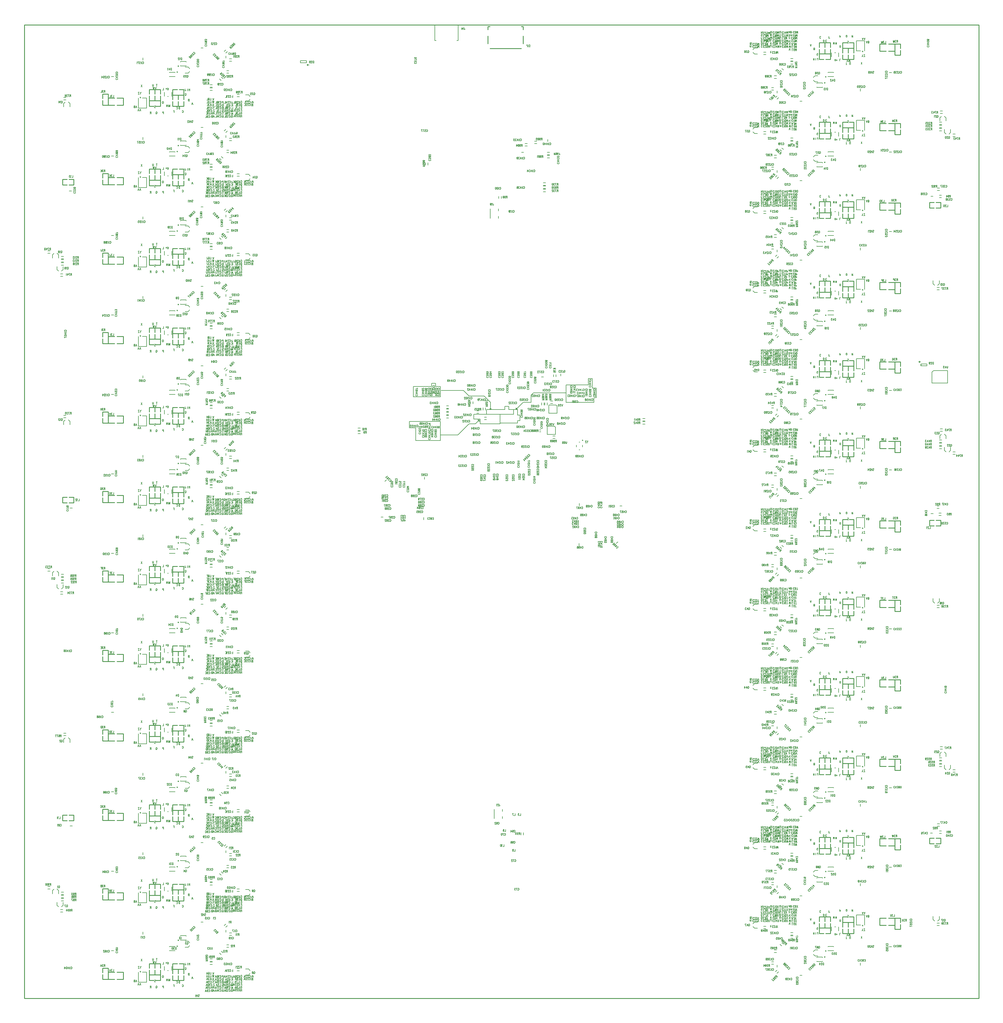
<source format=gbo>
*
*
G04 PADS VX.2.3 Build Number: 9191294 generated Gerber (RS-274-X) file*
G04 PC Version=2.1*
*
%IN "radiant_v2.pcb"*%
*
%MOIN*%
*
%FSLAX35Y35*%
*
*
*
*
G04 PC Standard Apertures*
*
*
G04 Thermal Relief Aperture macro.*
%AMTER*
1,1,$1,0,0*
1,0,$1-$2,0,0*
21,0,$3,$4,0,0,45*
21,0,$3,$4,0,0,135*
%
*
*
G04 Annular Aperture macro.*
%AMANN*
1,1,$1,0,0*
1,0,$2,0,0*
%
*
*
G04 Odd Aperture macro.*
%AMODD*
1,1,$1,0,0*
1,0,$1-0.005,0,0*
%
*
*
G04 PC Custom Aperture Macros*
*
*
*
*
*
*
G04 PC Aperture Table*
*
%ADD010C,0.001*%
%ADD128C,0.008*%
%ADD131C,0.005*%
%ADD134C,0.01*%
%ADD135C,0.007*%
%ADD351C,0.00787*%
%ADD352C,0.00787*%
*
*
*
*
G04 PC Circuitry*
G04 Layer Name radiant_v2.pcb - circuitry*
%LPD*%
*
*
G04 PC Custom Flashes*
G04 Layer Name radiant_v2.pcb - flashes*
%LPD*%
*
*
G04 PC Circuitry*
G04 Layer Name radiant_v2.pcb - circuitry*
%LPD*%
*
G54D10*
G54D128*
G01X249000Y183400D02*
Y180600D01*
X160400Y317000D02*
X157600D01*
X243398Y232899D02*
Y220299D01*
X253798*
Y232899*
X248598*
X243398Y332899D02*
Y320299D01*
X253798*
Y332899*
X248598*
X243398Y432899D02*
Y420299D01*
X253798*
Y432899*
X248598*
X243398Y132899D02*
Y120299D01*
X253798*
Y132899*
X248598*
X281198Y434999D02*
X279998D01*
X285322Y435118D02*
Y440079D01*
X276267Y435118D02*
Y440079D01*
X281198Y134999D02*
X279998D01*
X285322Y135118D02*
Y140079D01*
X276267Y135118D02*
Y140079D01*
X281198Y234999D02*
X279998D01*
X285322Y235118D02*
Y240079D01*
X276267Y235118D02*
Y240079D01*
X281198Y334999D02*
X279998D01*
X285322Y335118D02*
Y340079D01*
X276267Y335118D02*
Y340079D01*
X249000Y283400D02*
Y280600D01*
Y383400D02*
Y380600D01*
X212400Y360000D02*
X209600D01*
X249000Y483400D02*
Y480600D01*
X212400Y460000D02*
X209600D01*
X243398Y532899D02*
Y520299D01*
X253798*
Y532899*
X248598*
X243398Y632899D02*
Y620299D01*
X253798*
Y632899*
X248598*
X243398Y732899D02*
Y720299D01*
X253798*
Y732899*
X248598*
X243398Y832899D02*
Y820299D01*
X253798*
Y832899*
X248598*
X281198Y534999D02*
X279998D01*
X285322Y535118D02*
Y540079D01*
X276267Y535118D02*
Y540079D01*
X281198Y634999D02*
X279998D01*
X285322Y635118D02*
Y640079D01*
X276267Y635118D02*
Y640079D01*
X281198Y734999D02*
X279998D01*
X285322Y735118D02*
Y740079D01*
X276267Y735118D02*
Y740079D01*
X281198Y834999D02*
X279998D01*
X285322Y835118D02*
Y840079D01*
X276267Y835118D02*
Y840079D01*
X353500Y183100D02*
Y185900D01*
X324900Y196000D02*
X322100D01*
X212400Y160000D02*
X209600D01*
X353500Y283100D02*
Y285900D01*
X324900Y296000D02*
X322100D01*
X212400Y260000D02*
X209600D01*
X353500Y383100D02*
Y385900D01*
X324900Y396000D02*
X322100D01*
X353500Y483100D02*
Y485900D01*
X324900Y496000D02*
X322100D01*
X353500Y583100D02*
Y585900D01*
X324900Y596000D02*
X322100D01*
X249000Y683400D02*
Y680600D01*
Y583400D02*
Y580600D01*
X353500Y683100D02*
Y685900D01*
X324900Y696000D02*
X322100D01*
X249000Y783400D02*
Y780600D01*
Y883400D02*
Y880600D01*
X212400Y560000D02*
X209600D01*
X353500Y783100D02*
Y785900D01*
X324900Y796000D02*
X322100D01*
X212400Y660000D02*
X209600D01*
X353500Y883100D02*
Y885900D01*
X324900Y896000D02*
X322100D01*
X212400Y760000D02*
X209600D01*
X212400Y860000D02*
X209600D01*
X160400Y717000D02*
X157600D01*
X243398Y932899D02*
Y920299D01*
X253798*
Y932899*
X248598*
X243398Y1032899D02*
Y1020299D01*
X253798*
Y1032899*
X248598*
X243398Y1132899D02*
Y1120299D01*
X253798*
Y1132899*
X248598*
X243398Y1232899D02*
Y1220299D01*
X253798*
Y1232899*
X248598*
X249000Y1183400D02*
Y1180600D01*
Y1083400D02*
Y1080600D01*
Y983400D02*
Y980600D01*
X212400Y1060000D02*
X209600D01*
X212400Y1160000D02*
X209600D01*
X212400Y1260000D02*
X209600D01*
X212400Y960000D02*
X209600D01*
X249000Y1283400D02*
Y1280600D01*
X324900Y1296000D02*
X322100D01*
X353500Y1283100D02*
Y1285900D01*
Y1183100D02*
Y1185900D01*
X324900Y1196000D02*
X322100D01*
X159400Y1116000D02*
X156600D01*
X324900Y996000D02*
X322100D01*
X353500Y983100D02*
Y985900D01*
Y1083100D02*
Y1085900D01*
X324900Y1096000D02*
X322100D01*
X281198Y1234999D02*
X279998D01*
X285322Y1235118D02*
Y1240079D01*
X276267Y1235118D02*
Y1240079D01*
X281198Y1034999D02*
X279998D01*
X285322Y1035118D02*
Y1040079D01*
X276267Y1035118D02*
Y1040079D01*
X281198Y934999D02*
X279998D01*
X285322Y935118D02*
Y940079D01*
X276267Y935118D02*
Y940079D01*
X281198Y1134999D02*
X279998D01*
X285322Y1135118D02*
Y1140079D01*
X276267Y1135118D02*
Y1140079D01*
X551200Y705500D02*
X548400D01*
X602300Y702300D02*
Y705100D01*
X1156602Y192101D02*
Y204701D01*
X1146202*
Y192101*
X1151402*
X1156602Y1292101D02*
Y1304701D01*
X1146202*
Y1292101*
X1151402*
X1156602Y1192101D02*
Y1204701D01*
X1146202*
Y1192101*
X1151402*
X1156602Y1092101D02*
Y1104701D01*
X1146202*
Y1092101*
X1151402*
X1156602Y992101D02*
Y1004701D01*
X1146202*
Y992101*
X1151402*
X1156602Y892101D02*
Y904701D01*
X1146202*
Y892101*
X1151402*
X1156602Y792101D02*
Y804701D01*
X1146202*
Y792101*
X1151402*
X1156602Y692101D02*
Y704701D01*
X1146202*
Y692101*
X1151402*
X1156602Y592101D02*
Y604701D01*
X1146202*
Y592101*
X1151402*
X1156602Y492101D02*
Y504701D01*
X1146202*
Y492101*
X1151402*
X1156602Y392101D02*
Y404701D01*
X1146202*
Y392101*
X1151402*
X1156602Y292101D02*
Y304701D01*
X1146202*
Y292101*
X1151402*
X1239700Y1109100D02*
X1242500D01*
X1118802Y1290001D02*
X1120002D01*
X1114678Y1289882D02*
Y1284921D01*
X1123733Y1289882D02*
Y1284921D01*
X1118802Y290001D02*
X1120002D01*
X1114678Y289882D02*
Y284921D01*
X1123733Y289882D02*
Y284921D01*
X1118802Y190001D02*
X1120002D01*
X1114678Y189882D02*
Y184921D01*
X1123733Y189882D02*
Y184921D01*
X1118802Y490001D02*
X1120002D01*
X1114678Y489882D02*
Y484921D01*
X1123733Y489882D02*
Y484921D01*
X1118802Y590001D02*
X1120002D01*
X1114678Y589882D02*
Y584921D01*
X1123733Y589882D02*
Y584921D01*
X1118802Y690001D02*
X1120002D01*
X1114678Y689882D02*
Y684921D01*
X1123733Y689882D02*
Y684921D01*
X1118802Y790001D02*
X1120002D01*
X1114678Y789882D02*
Y784921D01*
X1123733Y789882D02*
Y784921D01*
X1118802Y890001D02*
X1120002D01*
X1114678Y889882D02*
Y884921D01*
X1123733Y889882D02*
Y884921D01*
X1118802Y990001D02*
X1120002D01*
X1114678Y989882D02*
Y984921D01*
X1123733Y989882D02*
Y984921D01*
X1118802Y1090001D02*
X1120002D01*
X1114678Y1089882D02*
Y1084921D01*
X1123733Y1089882D02*
Y1084921D01*
X1118802Y1190001D02*
X1120002D01*
X1114678Y1189882D02*
Y1184921D01*
X1123733Y1189882D02*
Y1184921D01*
X1118802Y390001D02*
X1120002D01*
X1114678Y389882D02*
Y384921D01*
X1123733Y389882D02*
Y384921D01*
X1151000Y1141600D02*
Y1144400D01*
Y941600D02*
Y944400D01*
X1187600Y1165000D02*
X1190400D01*
X1187600Y965000D02*
X1190400D01*
X1046500Y941900D02*
Y939100D01*
X1075100Y929000D02*
X1077900D01*
X1046500Y1041900D02*
Y1039100D01*
X1075100Y1029000D02*
X1077900D01*
X1046500Y1141900D02*
Y1139100D01*
X1075100Y1129000D02*
X1077900D01*
X1046500Y1241900D02*
Y1239100D01*
X1075100Y1229000D02*
X1077900D01*
X1151000Y1241600D02*
Y1244400D01*
Y1041600D02*
Y1044400D01*
X1187600Y1265000D02*
X1190400D01*
X1187600Y1065000D02*
X1190400D01*
X848800Y719500D02*
X851600D01*
X797700Y722700D02*
Y719900D01*
X1046500Y841900D02*
Y839100D01*
X1075100Y829000D02*
X1077900D01*
X1151000Y841600D02*
Y844400D01*
Y741600D02*
Y744400D01*
Y641600D02*
Y644400D01*
X1046500Y741900D02*
Y739100D01*
X1075100Y729000D02*
X1077900D01*
X1151000Y541600D02*
Y544400D01*
X1187600Y865000D02*
X1190400D01*
X1046500Y641900D02*
Y639100D01*
X1075100Y629000D02*
X1077900D01*
X1187600Y765000D02*
X1190400D01*
X1187600Y665000D02*
X1190400D01*
X1046500Y541900D02*
Y539100D01*
X1075100Y529000D02*
X1077900D01*
X1187600Y565000D02*
X1190400D01*
X1239900Y709700D02*
X1242700D01*
X1151000Y441600D02*
Y444400D01*
X1046500Y441900D02*
Y439100D01*
X1075100Y429000D02*
X1077900D01*
X1151000Y241600D02*
Y244400D01*
X1046500Y341900D02*
Y339100D01*
X1075100Y329000D02*
X1077900D01*
X1187600Y465000D02*
X1190400D01*
X1046500Y241900D02*
Y239100D01*
X1075100Y229000D02*
X1077900D01*
X1187600Y265000D02*
X1190400D01*
X1046500Y141900D02*
Y139100D01*
X1075100Y129000D02*
X1077900D01*
X1151000Y341600D02*
Y344400D01*
Y141600D02*
Y144400D01*
X1187600Y365000D02*
X1190400D01*
X1187600Y165000D02*
X1190400D01*
X1239100Y308000D02*
X1241900D01*
X758000Y1178100D02*
Y1180900D01*
X727900Y1164500D02*
X725100D01*
X296400Y173800D02*
Y173200D01*
X303600*
Y173800*
Y178200D02*
Y178800D01*
X296400*
Y178200*
X289600Y164700D02*
Y165300D01*
X282400*
Y164700*
Y160300D02*
Y159700D01*
X289600*
Y160300*
X296400Y273800D02*
Y273200D01*
X303600*
Y273800*
Y278200D02*
Y278800D01*
X296400*
Y278200*
X289600Y264700D02*
Y265300D01*
X282400*
Y264700*
Y260300D02*
Y259700D01*
X289600*
Y260300*
X296400Y373800D02*
Y373200D01*
X303600*
Y373800*
Y378200D02*
Y378800D01*
X296400*
Y378200*
X289600Y364700D02*
Y365300D01*
X282400*
Y364700*
Y360300D02*
Y359700D01*
X289600*
Y360300*
X296400Y473800D02*
Y473200D01*
X303600*
Y473800*
Y478200D02*
Y478800D01*
X296400*
Y478200*
X289600Y464700D02*
Y465300D01*
X282400*
Y464700*
Y460300D02*
Y459700D01*
X289600*
Y460300*
X296400Y573800D02*
Y573200D01*
X303600*
Y573800*
Y578200D02*
Y578800D01*
X296400*
Y578200*
X289600Y564700D02*
Y565300D01*
X282400*
Y564700*
Y560300D02*
Y559700D01*
X289600*
Y560300*
X296400Y673800D02*
Y673200D01*
X303600*
Y673800*
Y678200D02*
Y678800D01*
X296400*
Y678200*
X289600Y664700D02*
Y665300D01*
X282400*
Y664700*
Y660300D02*
Y659700D01*
X289600*
Y660300*
Y764700D02*
Y765300D01*
X282400*
Y764700*
Y760300D02*
Y759700D01*
X289600*
Y760300*
X296400Y773800D02*
Y773200D01*
X303600*
Y773800*
Y778200D02*
Y778800D01*
X296400*
Y778200*
Y873800D02*
Y873200D01*
X303600*
Y873800*
Y878200D02*
Y878800D01*
X296400*
Y878200*
X289600Y864700D02*
Y865300D01*
X282400*
Y864700*
Y860300D02*
Y859700D01*
X289600*
Y860300*
X296400Y973800D02*
Y973200D01*
X303600*
Y973800*
Y978200D02*
Y978800D01*
X296400*
Y978200*
X289600Y964700D02*
Y965300D01*
X282400*
Y964700*
Y960300D02*
Y959700D01*
X289600*
Y960300*
X296400Y1073800D02*
Y1073200D01*
X303600*
Y1073800*
Y1078200D02*
Y1078800D01*
X296400*
Y1078200*
X289600Y1064700D02*
Y1065300D01*
X282400*
Y1064700*
Y1060300D02*
Y1059700D01*
X289600*
Y1060300*
X296400Y1173800D02*
Y1173200D01*
X303600*
Y1173800*
Y1178200D02*
Y1178800D01*
X296400*
Y1178200*
X289600Y1164700D02*
Y1165300D01*
X282400*
Y1164700*
Y1160300D02*
Y1159700D01*
X289600*
Y1160300*
X296400Y1273800D02*
Y1273200D01*
X303600*
Y1273800*
Y1278200D02*
Y1278800D01*
X296400*
Y1278200*
X289600Y1264700D02*
Y1265300D01*
X282400*
Y1264700*
Y1260300D02*
Y1259700D01*
X289600*
Y1260300*
X1103600Y1251200D02*
Y1251800D01*
X1096400*
Y1251200*
Y1246800D02*
Y1246200D01*
X1103600*
Y1246800*
X1110400Y1260300D02*
Y1259700D01*
X1117600*
Y1260300*
Y1264700D02*
Y1265300D01*
X1110400*
Y1264700*
X1103600Y1151200D02*
Y1151800D01*
X1096400*
Y1151200*
Y1146800D02*
Y1146200D01*
X1103600*
Y1146800*
X1110400Y1160300D02*
Y1159700D01*
X1117600*
Y1160300*
Y1164700D02*
Y1165300D01*
X1110400*
Y1164700*
X1103600Y1051200D02*
Y1051800D01*
X1096400*
Y1051200*
Y1046800D02*
Y1046200D01*
X1103600*
Y1046800*
X1110400Y1060300D02*
Y1059700D01*
X1117600*
Y1060300*
Y1064700D02*
Y1065300D01*
X1110400*
Y1064700*
X1103600Y951200D02*
Y951800D01*
X1096400*
Y951200*
Y946800D02*
Y946200D01*
X1103600*
Y946800*
X1110400Y960300D02*
Y959700D01*
X1117600*
Y960300*
Y964700D02*
Y965300D01*
X1110400*
Y964700*
X1103600Y851200D02*
Y851800D01*
X1096400*
Y851200*
Y846800D02*
Y846200D01*
X1103600*
Y846800*
X1110400Y860300D02*
Y859700D01*
X1117600*
Y860300*
Y864700D02*
Y865300D01*
X1110400*
Y864700*
X1103600Y751200D02*
Y751800D01*
X1096400*
Y751200*
Y746800D02*
Y746200D01*
X1103600*
Y746800*
X1110400Y760300D02*
Y759700D01*
X1117600*
Y760300*
Y764700D02*
Y765300D01*
X1110400*
Y764700*
X1103600Y651200D02*
Y651800D01*
X1096400*
Y651200*
Y646800D02*
Y646200D01*
X1103600*
Y646800*
X1110400Y660300D02*
Y659700D01*
X1117600*
Y660300*
Y664700D02*
Y665300D01*
X1110400*
Y664700*
X1103600Y551200D02*
Y551800D01*
X1096400*
Y551200*
Y546800D02*
Y546200D01*
X1103600*
Y546800*
X1110400Y560300D02*
Y559700D01*
X1117600*
Y560300*
Y564700D02*
Y565300D01*
X1110400*
Y564700*
X1103600Y451200D02*
Y451800D01*
X1096400*
Y451200*
Y446800D02*
Y446200D01*
X1103600*
Y446800*
X1110400Y460300D02*
Y459700D01*
X1117600*
Y460300*
Y464700D02*
Y465300D01*
X1110400*
Y464700*
X1103600Y351200D02*
Y351800D01*
X1096400*
Y351200*
Y346800D02*
Y346200D01*
X1103600*
Y346800*
X1110400Y360300D02*
Y359700D01*
X1117600*
Y360300*
Y364700D02*
Y365300D01*
X1110400*
Y364700*
X1103600Y251200D02*
Y251800D01*
X1096400*
Y251200*
Y246800D02*
Y246200D01*
X1103600*
Y246800*
X1110400Y260300D02*
Y259700D01*
X1117600*
Y260300*
Y264700D02*
Y265300D01*
X1110400*
Y264700*
X1103600Y151200D02*
Y151800D01*
X1096400*
Y151200*
Y146800D02*
Y146200D01*
X1103600*
Y146800*
X1110400Y160300D02*
Y159700D01*
X1117600*
Y160300*
Y164700D02*
Y165300D01*
X1110400*
Y164700*
X774500Y883100D02*
Y885900D01*
X752900Y882000D02*
X750100D01*
X846490Y674490D02*
X844510Y672510D01*
X553510Y750510D02*
X555490Y752490D01*
X603000Y753100D02*
Y755900D01*
X797500Y672400D02*
Y669600D01*
G54D131*
X357922Y179025D02*
X360678D01*
X357922Y182175D02*
X360678D01*
X353639Y189412D02*
X355588Y191361D01*
X351412Y191639D02*
X353361Y193588D01*
X345612Y156961D02*
X347561Y155012D01*
X347839Y159188D02*
X349788Y157239D01*
X354312Y164175D02*
X357068D01*
X354312Y167325D02*
X357068D01*
X357922Y279025D02*
X360678D01*
X357922Y282175D02*
X360678D01*
X353639Y289412D02*
X355588Y291361D01*
X351412Y291639D02*
X353361Y293588D01*
X354312Y264175D02*
X357068D01*
X354312Y267325D02*
X357068D01*
X345612Y256961D02*
X347561Y255012D01*
X347839Y259188D02*
X349788Y257239D01*
X353639Y389412D02*
X355588Y391361D01*
X351412Y391639D02*
X353361Y393588D01*
X345612Y356961D02*
X347561Y355012D01*
X347839Y359188D02*
X349788Y357239D01*
X354312Y364175D02*
X357068D01*
X354312Y367325D02*
X357068D01*
X354312Y464175D02*
X357068D01*
X354312Y467325D02*
X357068D01*
X345612Y456961D02*
X347561Y455012D01*
X347839Y459188D02*
X349788Y457239D01*
X357922Y379025D02*
X360678D01*
X357922Y382175D02*
X360678D01*
X357922Y479025D02*
X360678D01*
X357922Y482175D02*
X360678D01*
X353639Y489412D02*
X355588Y491361D01*
X351412Y491639D02*
X353361Y493588D01*
X357922Y579025D02*
X360678D01*
X357922Y582175D02*
X360678D01*
X353639Y589412D02*
X355588Y591361D01*
X351412Y591639D02*
X353361Y593588D01*
X354312Y564175D02*
X357068D01*
X354312Y567325D02*
X357068D01*
X345612Y556961D02*
X347561Y555012D01*
X347839Y559188D02*
X349788Y557239D01*
X345612Y656961D02*
X347561Y655012D01*
X347839Y659188D02*
X349788Y657239D01*
X354312Y664175D02*
X357068D01*
X354312Y667325D02*
X357068D01*
X357922Y679025D02*
X360678D01*
X357922Y682175D02*
X360678D01*
X353639Y689412D02*
X355588Y691361D01*
X351412Y691639D02*
X353361Y693588D01*
X345612Y756961D02*
X347561Y755012D01*
X347839Y759188D02*
X349788Y757239D01*
X354312Y764175D02*
X357068D01*
X354312Y767325D02*
X357068D01*
X357922Y779025D02*
X360678D01*
X357922Y782175D02*
X360678D01*
X353639Y789412D02*
X355588Y791361D01*
X351412Y791639D02*
X353361Y793588D01*
X345612Y856961D02*
X347561Y855012D01*
X347839Y859188D02*
X349788Y857239D01*
X353639Y889412D02*
X355588Y891361D01*
X351412Y891639D02*
X353361Y893588D01*
X357922Y879025D02*
X360678D01*
X357922Y882175D02*
X360678D01*
X354312Y864175D02*
X357068D01*
X354312Y867325D02*
X357068D01*
X724425Y308378D02*
Y305622D01*
X727575Y308378D02*
Y305622D01*
X149378Y225575D02*
X146622D01*
X149378Y222425D02*
X146622D01*
Y226425D02*
X149378D01*
X146622Y229575D02*
X149378D01*
X146622Y230425D02*
X149378D01*
X146622Y233575D02*
X149378D01*
X146622Y626425D02*
X149378D01*
X146622Y629575D02*
X149378D01*
X146622Y630425D02*
X149378D01*
X146622Y633575D02*
X149378D01*
Y625575D02*
X146622D01*
X149378Y622425D02*
X146622D01*
X345612Y956961D02*
X347561Y955012D01*
X347839Y959188D02*
X349788Y957239D01*
X354312Y964175D02*
X357068D01*
X354312Y967325D02*
X357068D01*
X357922Y979025D02*
X360678D01*
X357922Y982175D02*
X360678D01*
X353639Y989412D02*
X355588Y991361D01*
X351412Y991639D02*
X353361Y993588D01*
X146622Y1026425D02*
X149378D01*
X146622Y1029575D02*
X149378D01*
X146622Y1030425D02*
X149378D01*
X146622Y1033575D02*
X149378D01*
X353639Y1189412D02*
X355588Y1191361D01*
X351412Y1191639D02*
X353361Y1193588D01*
X357922Y1179025D02*
X360678D01*
X357922Y1182175D02*
X360678D01*
X354312Y1164175D02*
X357068D01*
X354312Y1167325D02*
X357068D01*
X353639Y1089412D02*
X355588Y1091361D01*
X351412Y1091639D02*
X353361Y1093588D01*
X357922Y1079025D02*
X360678D01*
X357922Y1082175D02*
X360678D01*
X354312Y1064175D02*
X357068D01*
X354312Y1067325D02*
X357068D01*
X345612Y1056961D02*
X347561Y1055012D01*
X347839Y1059188D02*
X349788Y1057239D01*
X149378Y1025575D02*
X146622D01*
X149378Y1022425D02*
X146622D01*
X345612Y1156961D02*
X347561Y1155012D01*
X347839Y1159188D02*
X349788Y1157239D01*
X353639Y1289412D02*
X355588Y1291361D01*
X351412Y1291639D02*
X353361Y1293588D01*
X357922Y1279025D02*
X360678D01*
X357922Y1282175D02*
X360678D01*
X354312Y1264175D02*
X357068D01*
X354312Y1267325D02*
X357068D01*
X345612Y1256961D02*
X347561Y1255012D01*
X347839Y1259188D02*
X349788Y1257239D01*
X519622Y810425D02*
X522378D01*
X519622Y813575D02*
X522378D01*
X519622Y814425D02*
X522378D01*
X519622Y817575D02*
X522378D01*
X880378Y829575D02*
X877622D01*
X880378Y826425D02*
X877622D01*
X880378Y825575D02*
X877622D01*
X880378Y822425D02*
X877622D01*
X1250622Y1199425D02*
X1253378D01*
X1250622Y1202575D02*
X1253378D01*
Y1198575D02*
X1250622D01*
X1253378Y1195425D02*
X1250622D01*
X1253378Y1194575D02*
X1250622D01*
X1253378Y1191425D02*
X1250622D01*
X1054388Y1268039D02*
X1052439Y1269988D01*
X1052161Y1265812D02*
X1050212Y1267761D01*
X1045688Y1260825D02*
X1042932D01*
X1045688Y1257675D02*
X1042932D01*
X1042078Y1245975D02*
X1039322D01*
X1042078Y1242825D02*
X1039322D01*
X1046361Y1235588D02*
X1044412Y1233639D01*
X1048588Y1233361D02*
X1046639Y1231412D01*
X1046361Y1135588D02*
X1044412Y1133639D01*
X1048588Y1133361D02*
X1046639Y1131412D01*
X1042078Y1145975D02*
X1039322D01*
X1042078Y1142825D02*
X1039322D01*
X1045688Y1160825D02*
X1042932D01*
X1045688Y1157675D02*
X1042932D01*
X1054388Y1168039D02*
X1052439Y1169988D01*
X1052161Y1165812D02*
X1050212Y1167761D01*
X1046361Y1035588D02*
X1044412Y1033639D01*
X1048588Y1033361D02*
X1046639Y1031412D01*
X1054388Y1068039D02*
X1052439Y1069988D01*
X1052161Y1065812D02*
X1050212Y1067761D01*
X1045688Y1060825D02*
X1042932D01*
X1045688Y1057675D02*
X1042932D01*
X1042078Y1045975D02*
X1039322D01*
X1042078Y1042825D02*
X1039322D01*
X1054388Y968039D02*
X1052439Y969988D01*
X1052161Y965812D02*
X1050212Y967761D01*
X1045688Y960825D02*
X1042932D01*
X1045688Y957675D02*
X1042932D01*
X1042078Y945975D02*
X1039322D01*
X1042078Y942825D02*
X1039322D01*
X1046361Y935588D02*
X1044412Y933639D01*
X1048588Y933361D02*
X1046639Y931412D01*
X1250622Y399425D02*
X1253378D01*
X1250622Y402575D02*
X1253378D01*
Y398575D02*
X1250622D01*
X1253378Y395425D02*
X1250622D01*
X1253378Y394575D02*
X1250622D01*
X1253378Y391425D02*
X1250622D01*
X1054388Y868039D02*
X1052439Y869988D01*
X1052161Y865812D02*
X1050212Y867761D01*
X1042078Y845975D02*
X1039322D01*
X1042078Y842825D02*
X1039322D01*
X1046361Y835588D02*
X1044412Y833639D01*
X1048588Y833361D02*
X1046639Y831412D01*
X1045688Y860825D02*
X1042932D01*
X1045688Y857675D02*
X1042932D01*
X1054388Y768039D02*
X1052439Y769988D01*
X1052161Y765812D02*
X1050212Y767761D01*
X1045688Y760825D02*
X1042932D01*
X1045688Y757675D02*
X1042932D01*
X1042078Y745975D02*
X1039322D01*
X1042078Y742825D02*
X1039322D01*
X1046361Y735588D02*
X1044412Y733639D01*
X1048588Y733361D02*
X1046639Y731412D01*
X1054388Y668039D02*
X1052439Y669988D01*
X1052161Y665812D02*
X1050212Y667761D01*
X1045688Y660825D02*
X1042932D01*
X1045688Y657675D02*
X1042932D01*
X1042078Y645975D02*
X1039322D01*
X1042078Y642825D02*
X1039322D01*
X1046361Y635588D02*
X1044412Y633639D01*
X1048588Y633361D02*
X1046639Y631412D01*
X1054388Y568039D02*
X1052439Y569988D01*
X1052161Y565812D02*
X1050212Y567761D01*
X1045688Y560825D02*
X1042932D01*
X1045688Y557675D02*
X1042932D01*
X1042078Y545975D02*
X1039322D01*
X1042078Y542825D02*
X1039322D01*
X1046361Y535588D02*
X1044412Y533639D01*
X1048588Y533361D02*
X1046639Y531412D01*
X1250622Y799425D02*
X1253378D01*
X1250622Y802575D02*
X1253378D01*
Y798575D02*
X1250622D01*
X1253378Y795425D02*
X1250622D01*
X1253378Y794575D02*
X1250622D01*
X1253378Y791425D02*
X1250622D01*
X1054388Y468039D02*
X1052439Y469988D01*
X1052161Y465812D02*
X1050212Y467761D01*
X1045688Y460825D02*
X1042932D01*
X1045688Y457675D02*
X1042932D01*
X1042078Y445975D02*
X1039322D01*
X1042078Y442825D02*
X1039322D01*
X1046361Y435588D02*
X1044412Y433639D01*
X1048588Y433361D02*
X1046639Y431412D01*
X1054388Y368039D02*
X1052439Y369988D01*
X1052161Y365812D02*
X1050212Y367761D01*
X1045688Y360825D02*
X1042932D01*
X1045688Y357675D02*
X1042932D01*
X1042078Y345975D02*
X1039322D01*
X1042078Y342825D02*
X1039322D01*
X1046361Y335588D02*
X1044412Y333639D01*
X1048588Y333361D02*
X1046639Y331412D01*
X1054388Y268039D02*
X1052439Y269988D01*
X1052161Y265812D02*
X1050212Y267761D01*
X1045688Y260825D02*
X1042932D01*
X1045688Y257675D02*
X1042932D01*
X1042078Y245975D02*
X1039322D01*
X1042078Y242825D02*
X1039322D01*
X1046361Y235588D02*
X1044412Y233639D01*
X1048588Y233361D02*
X1046639Y231412D01*
X1054388Y168039D02*
X1052439Y169988D01*
X1052161Y165812D02*
X1050212Y167761D01*
X1045688Y160825D02*
X1042932D01*
X1045688Y157675D02*
X1042932D01*
X1042078Y145975D02*
X1039322D01*
X1042078Y142825D02*
X1039322D01*
X1046361Y135588D02*
X1044412Y133639D01*
X1048588Y133361D02*
X1046639Y131412D01*
X699775Y1106422D02*
Y1109178D01*
X696625Y1106422D02*
Y1109178D01*
X129622Y237425D02*
X132378D01*
X129622Y240575D02*
X132378D01*
X135363Y231563D02*
Y235500D01*
X143237Y231563D02*
Y235500D01*
X141269Y237469*
X135363Y235500D02*
X137331Y237469D01*
X149563Y421863D02*
Y425800D01*
X157437Y421863D02*
Y425800D01*
X155469Y427769*
X149563Y425800D02*
X151531Y427769D01*
X149622Y430425D02*
X152378D01*
X149622Y433575D02*
X152378D01*
X336378Y145575D02*
X333622D01*
X336378Y142425D02*
X333622D01*
Y146425D02*
X336378D01*
X333622Y149575D02*
X336378D01*
X302063Y171937D02*
X306000D01*
X302063Y164063D02*
X306000D01*
X307969Y166031*
X306000Y171937D02*
X307969Y169969D01*
X302063Y271937D02*
X306000D01*
X302063Y264063D02*
X306000D01*
X307969Y266031*
X306000Y271937D02*
X307969Y269969D01*
X302063Y371937D02*
X306000D01*
X302063Y364063D02*
X306000D01*
X307969Y366031*
X306000Y371937D02*
X307969Y369969D01*
X302063Y471937D02*
X306000D01*
X302063Y464063D02*
X306000D01*
X307969Y466031*
X306000Y471937D02*
X307969Y469969D01*
X336378Y245575D02*
X333622D01*
X336378Y242425D02*
X333622D01*
Y246425D02*
X336378D01*
X333622Y249575D02*
X336378D01*
Y345575D02*
X333622D01*
X336378Y342425D02*
X333622D01*
Y346425D02*
X336378D01*
X333622Y349575D02*
X336378D01*
Y445575D02*
X333622D01*
X336378Y442425D02*
X333622D01*
Y446425D02*
X336378D01*
X333622Y449575D02*
X336378D01*
X148937Y220937D02*
Y217000D01*
X141063Y220937D02*
Y217000D01*
X143031Y215031*
X148937Y217000D02*
X146969Y215031D01*
X148378Y211575D02*
X145622D01*
X148378Y208425D02*
X145622D01*
X378063Y136937D02*
X382000D01*
X378063Y129063D02*
X382000D01*
X383969Y131031*
X382000Y136937D02*
X383969Y134969D01*
X367622Y134425D02*
X370378D01*
X367622Y137575D02*
X370378D01*
X378063Y236937D02*
X382000D01*
X378063Y229063D02*
X382000D01*
X383969Y231031*
X382000Y236937D02*
X383969Y234969D01*
X367622Y234425D02*
X370378D01*
X367622Y237575D02*
X370378D01*
X1241157Y874126D02*
X1260843D01*
Y889874*
X1243126*
X1241157Y887906*
Y874126*
X135363Y631563D02*
Y635500D01*
X143237Y631563D02*
Y635500D01*
X141269Y637469*
X135363Y635500D02*
X137331Y637469D01*
X148937Y620937D02*
Y617000D01*
X141063Y620937D02*
Y617000D01*
X143031Y615031*
X148937Y617000D02*
X146969Y615031D01*
X149563Y821863D02*
Y825800D01*
X157437Y821863D02*
Y825800D01*
X155469Y827769*
X149563Y825800D02*
X151531Y827769D01*
X149563Y1221863D02*
Y1225800D01*
X157437Y1221863D02*
Y1225800D01*
X155469Y1227769*
X149563Y1225800D02*
X151531Y1227769D01*
X1250437Y1003137D02*
Y999200D01*
X1242563Y1003137D02*
Y999200D01*
X1244531Y997231*
X1250437Y999200D02*
X1248469Y997231D01*
X1250437Y603137D02*
Y599200D01*
X1242563Y603137D02*
Y599200D01*
X1244531Y597231*
X1250437Y599200D02*
X1248469Y597231D01*
X1250437Y203137D02*
Y199200D01*
X1242563Y203137D02*
Y199200D01*
X1244531Y197231*
X1250437Y199200D02*
X1248469Y197231D01*
X135363Y1031563D02*
Y1035500D01*
X143237Y1031563D02*
Y1035500D01*
X141269Y1037469*
X135363Y1035500D02*
X137331Y1037469D01*
X148937Y1020937D02*
Y1017000D01*
X141063Y1020937D02*
Y1017000D01*
X143031Y1015031*
X148937Y1017000D02*
X146969Y1015031D01*
X1264637Y1193437D02*
Y1189500D01*
X1256763Y1193437D02*
Y1189500D01*
X1258731Y1187531*
X1264637Y1189500D02*
X1262669Y1187531D01*
X1251063Y1204063D02*
Y1208000D01*
X1258937Y1204063D02*
Y1208000D01*
X1256969Y1209969*
X1251063Y1208000D02*
X1253031Y1209969D01*
X1264637Y793437D02*
Y789500D01*
X1256763Y793437D02*
Y789500D01*
X1258731Y787531*
X1264637Y789500D02*
X1262669Y787531D01*
X1251063Y804063D02*
Y808000D01*
X1258937Y804063D02*
Y808000D01*
X1256969Y809969*
X1251063Y808000D02*
X1253031Y809969D01*
X1264637Y393437D02*
Y389500D01*
X1256763Y393437D02*
Y389500D01*
X1258731Y387531*
X1264637Y389500D02*
X1262669Y387531D01*
X1251063Y404063D02*
Y408000D01*
X1258937Y404063D02*
Y408000D01*
X1256969Y409969*
X1251063Y408000D02*
X1253031Y409969D01*
X378063Y536937D02*
X382000D01*
X378063Y529063D02*
X382000D01*
X383969Y531031*
X382000Y536937D02*
X383969Y534969D01*
X378063Y636937D02*
X382000D01*
X378063Y629063D02*
X382000D01*
X383969Y631031*
X382000Y636937D02*
X383969Y634969D01*
X378063Y736937D02*
X382000D01*
X378063Y729063D02*
X382000D01*
X383969Y731031*
X382000Y736937D02*
X383969Y734969D01*
X378063Y836937D02*
X382000D01*
X378063Y829063D02*
X382000D01*
X383969Y831031*
X382000Y836937D02*
X383969Y834969D01*
X378063Y936937D02*
X382000D01*
X378063Y929063D02*
X382000D01*
X383969Y931031*
X382000Y936937D02*
X383969Y934969D01*
X378063Y336937D02*
X382000D01*
X378063Y329063D02*
X382000D01*
X383969Y331031*
X382000Y336937D02*
X383969Y334969D01*
X378063Y436937D02*
X382000D01*
X378063Y429063D02*
X382000D01*
X383969Y431031*
X382000Y436937D02*
X383969Y434969D01*
X378063Y1036937D02*
X382000D01*
X378063Y1029063D02*
X382000D01*
X383969Y1031031*
X382000Y1036937D02*
X383969Y1034969D01*
X378063Y1136937D02*
X382000D01*
X378063Y1129063D02*
X382000D01*
X383969Y1131031*
X382000Y1136937D02*
X383969Y1134969D01*
X378063Y1236937D02*
X382000D01*
X378063Y1229063D02*
X382000D01*
X383969Y1231031*
X382000Y1236937D02*
X383969Y1234969D01*
X1021937Y1288063D02*
X1018000D01*
X1021937Y1295937D02*
X1018000D01*
X1016031Y1293969*
X1018000Y1288063D02*
X1016031Y1290031D01*
X1021937Y1188063D02*
X1018000D01*
X1021937Y1195937D02*
X1018000D01*
X1016031Y1193969*
X1018000Y1188063D02*
X1016031Y1190031D01*
X1021937Y1088063D02*
X1018000D01*
X1021937Y1095937D02*
X1018000D01*
X1016031Y1093969*
X1018000Y1088063D02*
X1016031Y1090031D01*
X1021937Y988063D02*
X1018000D01*
X1021937Y995937D02*
X1018000D01*
X1016031Y993969*
X1018000Y988063D02*
X1016031Y990031D01*
X1021937Y888063D02*
X1018000D01*
X1021937Y895937D02*
X1018000D01*
X1016031Y893969*
X1018000Y888063D02*
X1016031Y890031D01*
X1021937Y788063D02*
X1018000D01*
X1021937Y795937D02*
X1018000D01*
X1016031Y793969*
X1018000Y788063D02*
X1016031Y790031D01*
X1021937Y688063D02*
X1018000D01*
X1021937Y695937D02*
X1018000D01*
X1016031Y693969*
X1018000Y688063D02*
X1016031Y690031D01*
X1021937Y588063D02*
X1018000D01*
X1021937Y595937D02*
X1018000D01*
X1016031Y593969*
X1018000Y588063D02*
X1016031Y590031D01*
X1021937Y488063D02*
X1018000D01*
X1021937Y495937D02*
X1018000D01*
X1016031Y493969*
X1018000Y488063D02*
X1016031Y490031D01*
X1021937Y388063D02*
X1018000D01*
X1021937Y395937D02*
X1018000D01*
X1016031Y393969*
X1018000Y388063D02*
X1016031Y390031D01*
X1021937Y288063D02*
X1018000D01*
X1021937Y295937D02*
X1018000D01*
X1016031Y293969*
X1018000Y288063D02*
X1016031Y290031D01*
X1021937Y188063D02*
X1018000D01*
X1021937Y195937D02*
X1018000D01*
X1016031Y193969*
X1018000Y188063D02*
X1016031Y190031D01*
X302063Y571937D02*
X306000D01*
X302063Y564063D02*
X306000D01*
X307969Y566031*
X306000Y571937D02*
X307969Y569969D01*
X302063Y671937D02*
X306000D01*
X302063Y664063D02*
X306000D01*
X307969Y666031*
X306000Y671937D02*
X307969Y669969D01*
X302063Y771937D02*
X306000D01*
X302063Y764063D02*
X306000D01*
X307969Y766031*
X306000Y771937D02*
X307969Y769969D01*
X302063Y871937D02*
X306000D01*
X302063Y864063D02*
X306000D01*
X307969Y866031*
X306000Y871937D02*
X307969Y869969D01*
X302063Y971937D02*
X306000D01*
X302063Y964063D02*
X306000D01*
X307969Y966031*
X306000Y971937D02*
X307969Y969969D01*
X302063Y1071937D02*
X306000D01*
X302063Y1064063D02*
X306000D01*
X307969Y1066031*
X306000Y1071937D02*
X307969Y1069969D01*
X302063Y1171937D02*
X306000D01*
X302063Y1164063D02*
X306000D01*
X307969Y1166031*
X306000Y1171937D02*
X307969Y1169969D01*
X302063Y1271937D02*
X306000D01*
X302063Y1264063D02*
X306000D01*
X307969Y1266031*
X306000Y1271937D02*
X307969Y1269969D01*
X1097937Y1253063D02*
X1094000D01*
X1097937Y1260937D02*
X1094000D01*
X1092031Y1258969*
X1094000Y1253063D02*
X1092031Y1255031D01*
X1097937Y1153063D02*
X1094000D01*
X1097937Y1160937D02*
X1094000D01*
X1092031Y1158969*
X1094000Y1153063D02*
X1092031Y1155031D01*
X1097937Y1053063D02*
X1094000D01*
X1097937Y1060937D02*
X1094000D01*
X1092031Y1058969*
X1094000Y1053063D02*
X1092031Y1055031D01*
X1097937Y953063D02*
X1094000D01*
X1097937Y960937D02*
X1094000D01*
X1092031Y958969*
X1094000Y953063D02*
X1092031Y955031D01*
X1097937Y853063D02*
X1094000D01*
X1097937Y860937D02*
X1094000D01*
X1092031Y858969*
X1094000Y853063D02*
X1092031Y855031D01*
X1097937Y753063D02*
X1094000D01*
X1097937Y760937D02*
X1094000D01*
X1092031Y758969*
X1094000Y753063D02*
X1092031Y755031D01*
X1097937Y653063D02*
X1094000D01*
X1097937Y660937D02*
X1094000D01*
X1092031Y658969*
X1094000Y653063D02*
X1092031Y655031D01*
X1097937Y553063D02*
X1094000D01*
X1097937Y560937D02*
X1094000D01*
X1092031Y558969*
X1094000Y553063D02*
X1092031Y555031D01*
X1097937Y453063D02*
X1094000D01*
X1097937Y460937D02*
X1094000D01*
X1092031Y458969*
X1094000Y453063D02*
X1092031Y455031D01*
X1097937Y353063D02*
X1094000D01*
X1097937Y360937D02*
X1094000D01*
X1092031Y358969*
X1094000Y353063D02*
X1092031Y355031D01*
X1097937Y253063D02*
X1094000D01*
X1097937Y260937D02*
X1094000D01*
X1092031Y258969*
X1094000Y253063D02*
X1092031Y255031D01*
X1097937Y153063D02*
X1094000D01*
X1097937Y160937D02*
X1094000D01*
X1092031Y158969*
X1094000Y153063D02*
X1092031Y155031D01*
X149622Y830425D02*
X152378D01*
X149622Y833575D02*
X152378D01*
X149622Y1230425D02*
X152378D01*
X149622Y1233575D02*
X152378D01*
X129622Y637425D02*
X132378D01*
X129622Y640575D02*
X132378D01*
X148378Y611575D02*
X145622D01*
X148378Y608425D02*
X145622D01*
X129622Y1037425D02*
X132378D01*
X129622Y1040575D02*
X132378D01*
X148378Y1011575D02*
X145622D01*
X148378Y1008425D02*
X145622D01*
X367622Y334425D02*
X370378D01*
X367622Y337575D02*
X370378D01*
X367622Y434425D02*
X370378D01*
X367622Y437575D02*
X370378D01*
X367622Y534425D02*
X370378D01*
X367622Y537575D02*
X370378D01*
X367622Y634425D02*
X370378D01*
X367622Y637575D02*
X370378D01*
X367622Y734425D02*
X370378D01*
X367622Y737575D02*
X370378D01*
X367622Y834425D02*
X370378D01*
X367622Y837575D02*
X370378D01*
X367622Y934425D02*
X370378D01*
X367622Y937575D02*
X370378D01*
X367622Y1034425D02*
X370378D01*
X367622Y1037575D02*
X370378D01*
X367622Y1134425D02*
X370378D01*
X367622Y1137575D02*
X370378D01*
X367622Y1234425D02*
X370378D01*
X367622Y1237575D02*
X370378D01*
X336378Y545575D02*
X333622D01*
X336378Y542425D02*
X333622D01*
Y546425D02*
X336378D01*
X333622Y549575D02*
X336378D01*
X333622Y646425D02*
X336378D01*
X333622Y649575D02*
X336378D01*
Y645575D02*
X333622D01*
X336378Y642425D02*
X333622D01*
Y746425D02*
X336378D01*
X333622Y749575D02*
X336378D01*
Y745575D02*
X333622D01*
X336378Y742425D02*
X333622D01*
Y846425D02*
X336378D01*
X333622Y849575D02*
X336378D01*
Y845575D02*
X333622D01*
X336378Y842425D02*
X333622D01*
X336378Y945575D02*
X333622D01*
X336378Y942425D02*
X333622D01*
Y946425D02*
X336378D01*
X333622Y949575D02*
X336378D01*
Y1045575D02*
X333622D01*
X336378Y1042425D02*
X333622D01*
Y1046425D02*
X336378D01*
X333622Y1049575D02*
X336378D01*
Y1145575D02*
X333622D01*
X336378Y1142425D02*
X333622D01*
Y1146425D02*
X336378D01*
X333622Y1149575D02*
X336378D01*
Y1245575D02*
X333622D01*
X336378Y1242425D02*
X333622D01*
Y1246425D02*
X336378D01*
X333622Y1249575D02*
X336378D01*
X630822Y834225D02*
X633578D01*
X630822Y837375D02*
X633578D01*
X630822Y830225D02*
X633578D01*
X630822Y833375D02*
X633578D01*
X630822Y842225D02*
X633578D01*
X630822Y845375D02*
X633578D01*
X630822Y838225D02*
X633578D01*
X630822Y841375D02*
X633578D01*
X1250378Y994575D02*
X1247622D01*
X1250378Y991425D02*
X1247622D01*
X1250378Y594575D02*
X1247622D01*
X1250378Y591425D02*
X1247622D01*
X1250378Y194575D02*
X1247622D01*
X1250378Y191425D02*
X1247622D01*
X1270378Y1187575D02*
X1267622D01*
X1270378Y1184425D02*
X1267622D01*
X1251622Y1213425D02*
X1254378D01*
X1251622Y1216575D02*
X1254378D01*
X1251622Y813425D02*
X1254378D01*
X1251622Y816575D02*
X1254378D01*
X1270378Y787575D02*
X1267622D01*
X1270378Y784425D02*
X1267622D01*
X1270378Y387575D02*
X1267622D01*
X1270378Y384425D02*
X1267622D01*
X1251622Y413425D02*
X1254378D01*
X1251622Y416575D02*
X1254378D01*
X1032378Y190575D02*
X1029622D01*
X1032378Y187425D02*
X1029622D01*
X1032378Y1290575D02*
X1029622D01*
X1032378Y1287425D02*
X1029622D01*
X1032378Y790575D02*
X1029622D01*
X1032378Y787425D02*
X1029622D01*
X1032378Y690575D02*
X1029622D01*
X1032378Y687425D02*
X1029622D01*
X1032378Y990575D02*
X1029622D01*
X1032378Y987425D02*
X1029622D01*
X1032378Y490575D02*
X1029622D01*
X1032378Y487425D02*
X1029622D01*
X1032378Y1090575D02*
X1029622D01*
X1032378Y1087425D02*
X1029622D01*
X1032378Y590575D02*
X1029622D01*
X1032378Y587425D02*
X1029622D01*
X1032378Y1190575D02*
X1029622D01*
X1032378Y1187425D02*
X1029622D01*
X1032378Y290575D02*
X1029622D01*
X1032378Y287425D02*
X1029622D01*
X1032378Y890575D02*
X1029622D01*
X1032378Y887425D02*
X1029622D01*
X1032378Y390575D02*
X1029622D01*
X1032378Y387425D02*
X1029622D01*
X1063622Y1279425D02*
X1066378D01*
X1063622Y1282575D02*
X1066378D01*
Y1278575D02*
X1063622D01*
X1066378Y1275425D02*
X1063622D01*
Y1179425D02*
X1066378D01*
X1063622Y1182575D02*
X1066378D01*
Y1178575D02*
X1063622D01*
X1066378Y1175425D02*
X1063622D01*
Y1079425D02*
X1066378D01*
X1063622Y1082575D02*
X1066378D01*
Y1078575D02*
X1063622D01*
X1066378Y1075425D02*
X1063622D01*
Y979425D02*
X1066378D01*
X1063622Y982575D02*
X1066378D01*
Y978575D02*
X1063622D01*
X1066378Y975425D02*
X1063622D01*
Y879425D02*
X1066378D01*
X1063622Y882575D02*
X1066378D01*
Y878575D02*
X1063622D01*
X1066378Y875425D02*
X1063622D01*
Y779425D02*
X1066378D01*
X1063622Y782575D02*
X1066378D01*
Y778575D02*
X1063622D01*
X1066378Y775425D02*
X1063622D01*
Y679425D02*
X1066378D01*
X1063622Y682575D02*
X1066378D01*
Y678575D02*
X1063622D01*
X1066378Y675425D02*
X1063622D01*
Y579425D02*
X1066378D01*
X1063622Y582575D02*
X1066378D01*
Y578575D02*
X1063622D01*
X1066378Y575425D02*
X1063622D01*
Y479425D02*
X1066378D01*
X1063622Y482575D02*
X1066378D01*
Y478575D02*
X1063622D01*
X1066378Y475425D02*
X1063622D01*
Y379425D02*
X1066378D01*
X1063622Y382575D02*
X1066378D01*
Y378575D02*
X1063622D01*
X1066378Y375425D02*
X1063622D01*
Y279425D02*
X1066378D01*
X1063622Y282575D02*
X1066378D01*
Y278575D02*
X1063622D01*
X1066378Y275425D02*
X1063622D01*
Y179425D02*
X1066378D01*
X1063622Y182575D02*
X1066378D01*
Y178575D02*
X1063622D01*
X1066378Y175425D02*
X1063622D01*
X752622Y1122925D02*
X755378D01*
X752622Y1126075D02*
X755378D01*
X752622Y1114925D02*
X755378D01*
X752622Y1118075D02*
X755378D01*
X752622Y1118925D02*
X755378D01*
X752622Y1122075D02*
X755378D01*
X681078Y831175D02*
X678322D01*
X681078Y828025D02*
X678322D01*
X671578Y839275D02*
X668822D01*
X671578Y836125D02*
X668822D01*
X664075Y848222D02*
Y850978D01*
X660925Y848222D02*
Y850978D01*
X679825Y840322D02*
Y843078D01*
X676675Y840322D02*
Y843078D01*
X764622Y804425D02*
X767378D01*
X764622Y807575D02*
X767378D01*
X750425Y849378D02*
Y846622D01*
X753575Y849378D02*
Y846622D01*
X757575D02*
Y849378D01*
X754425Y846622D02*
Y849378D01*
X761622Y848425D02*
X764378D01*
X761622Y851575D02*
X764378D01*
X760378Y1164575D02*
X757622D01*
X760378Y1161425D02*
X757622D01*
X749313Y815181D02*
X747687D01*
X749313Y812819D02*
X747687D01*
X757622Y1157425D02*
X760378D01*
X757622Y1160575D02*
X760378D01*
X768575Y882122D02*
Y884878D01*
X765425Y882122D02*
Y884878D01*
X798591Y799921D02*
X797409D01*
X798591Y790079D02*
X797409D01*
X794063Y796181D02*
Y793819D01*
X801937Y796181D02*
Y793819D01*
X802528Y802087D02*
G75*
G03X802528I-591J0D01*
G01X1250422Y307425D02*
X1253178D01*
X1250422Y310575D02*
X1253178D01*
X1250678Y319575D02*
X1247922D01*
X1250678Y316425D02*
X1247922D01*
X1250178Y719575D02*
X1247422D01*
X1250178Y716425D02*
X1247422D01*
X1249922Y707425D02*
X1252678D01*
X1249922Y710575D02*
X1252678D01*
X1250422Y1107425D02*
X1253178D01*
X1250422Y1110575D02*
X1253178D01*
X1250678Y1119575D02*
X1247922D01*
X1250678Y1116425D02*
X1247922D01*
X729622Y1172425D02*
X732378D01*
X729622Y1175575D02*
X732378D01*
X744378Y1178575D02*
X741622D01*
X744378Y1175425D02*
X741622D01*
X607575Y1148622D02*
Y1151378D01*
X604425Y1148622D02*
Y1151378D01*
G54D134*
X246498Y233499D02*
G03X246498I-500J0D01*
G01Y333499D02*
G03X246498I-500J0D01*
G01Y433499D02*
G03X246498I-500J0D01*
G01Y133499D02*
G03X246498I-500J0D01*
G01X279098Y444499D02*
G03X279098I-500J0D01*
G01Y144499D02*
G03X279098I-500J0D01*
G01Y244499D02*
G03X279098I-500J0D01*
G01Y344499D02*
G03X279098I-500J0D01*
G01X246498Y533499D02*
G03X246498I-500J0D01*
G01Y633499D02*
G03X246498I-500J0D01*
G01Y733499D02*
G03X246498I-500J0D01*
G01Y833499D02*
G03X246498I-500J0D01*
G01X279098Y544499D02*
G03X279098I-500J0D01*
G01Y644499D02*
G03X279098I-500J0D01*
G01Y744499D02*
G03X279098I-500J0D01*
G01Y844499D02*
G03X279098I-500J0D01*
G01X246498Y933499D02*
G03X246498I-500J0D01*
G01Y1033499D02*
G03X246498I-500J0D01*
G01Y1133499D02*
G03X246498I-500J0D01*
G01Y1233499D02*
G03X246498I-500J0D01*
G01X279098Y1244499D02*
G03X279098I-500J0D01*
G01Y1044499D02*
G03X279098I-500J0D01*
G01Y944499D02*
G03X279098I-500J0D01*
G01Y1144499D02*
G03X279098I-500J0D01*
G01X1154502Y191501D02*
G03X1154502I-500J0D01*
G01Y1291501D02*
G03X1154502I-500J0D01*
G01Y1191501D02*
G03X1154502I-500J0D01*
G01Y1091501D02*
G03X1154502I-500J0D01*
G01Y991501D02*
G03X1154502I-500J0D01*
G01Y891501D02*
G03X1154502I-500J0D01*
G01Y791501D02*
G03X1154502I-500J0D01*
G01Y691501D02*
G03X1154502I-500J0D01*
G01Y591501D02*
G03X1154502I-500J0D01*
G01Y491501D02*
G03X1154502I-500J0D01*
G01Y391501D02*
G03X1154502I-500J0D01*
G01Y291501D02*
G03X1154502I-500J0D01*
G01X1121902Y1280501D02*
G03X1121902I-500J0D01*
G01Y280501D02*
G03X1121902I-500J0D01*
G01Y180501D02*
G03X1121902I-500J0D01*
G01Y480501D02*
G03X1121902I-500J0D01*
G01Y580501D02*
G03X1121902I-500J0D01*
G01Y680501D02*
G03X1121902I-500J0D01*
G01Y780501D02*
G03X1121902I-500J0D01*
G01Y880501D02*
G03X1121902I-500J0D01*
G01Y980501D02*
G03X1121902I-500J0D01*
G01Y1080501D02*
G03X1121902I-500J0D01*
G01Y1180501D02*
G03X1121902I-500J0D01*
G01Y380501D02*
G03X1121902I-500J0D01*
G01X682874Y1301106D02*
Y1310948D01*
X727126Y1301106D02*
Y1310948D01*
X685315Y1295200D02*
X724685D01*
X682874Y1318822D02*
Y1322759D01*
X685315*
X727126Y1318822D02*
Y1322759D01*
X724685*
X294100Y173000D02*
G03X294100I-450J0D01*
G01X292800Y165500D02*
G03X292800I-450J0D01*
G01X294100Y273000D02*
G03X294100I-450J0D01*
G01X292800Y265500D02*
G03X292800I-450J0D01*
G01X294100Y373000D02*
G03X294100I-450J0D01*
G01X292800Y365500D02*
G03X292800I-450J0D01*
G01X294100Y473000D02*
G03X294100I-450J0D01*
G01X292800Y465500D02*
G03X292800I-450J0D01*
G01X294100Y573000D02*
G03X294100I-450J0D01*
G01X292800Y565500D02*
G03X292800I-450J0D01*
G01X294100Y673000D02*
G03X294100I-450J0D01*
G01X292800Y665500D02*
G03X292800I-450J0D01*
G01Y765500D02*
G03X292800I-450J0D01*
G01X294100Y773000D02*
G03X294100I-450J0D01*
G01Y873000D02*
G03X294100I-450J0D01*
G01X292800Y865500D02*
G03X292800I-450J0D01*
G01X294100Y973000D02*
G03X294100I-450J0D01*
G01X292800Y965500D02*
G03X292800I-450J0D01*
G01X294100Y1073000D02*
G03X294100I-450J0D01*
G01X292800Y1065500D02*
G03X292800I-450J0D01*
G01X294100Y1173000D02*
G03X294100I-450J0D01*
G01X292800Y1165500D02*
G03X292800I-450J0D01*
G01X294100Y1273000D02*
G03X294100I-450J0D01*
G01X292800Y1265500D02*
G03X292800I-450J0D01*
G01X1106800Y1252000D02*
G03X1106800I-450J0D01*
G01X1108100Y1259500D02*
G03X1108100I-450J0D01*
G01X1106800Y1152000D02*
G03X1106800I-450J0D01*
G01X1108100Y1159500D02*
G03X1108100I-450J0D01*
G01X1106800Y1052000D02*
G03X1106800I-450J0D01*
G01X1108100Y1059500D02*
G03X1108100I-450J0D01*
G01X1106800Y952000D02*
G03X1106800I-450J0D01*
G01X1108100Y959500D02*
G03X1108100I-450J0D01*
G01X1106800Y852000D02*
G03X1106800I-450J0D01*
G01X1108100Y859500D02*
G03X1108100I-450J0D01*
G01X1106800Y752000D02*
G03X1106800I-450J0D01*
G01X1108100Y759500D02*
G03X1108100I-450J0D01*
G01X1106800Y652000D02*
G03X1106800I-450J0D01*
G01X1108100Y659500D02*
G03X1108100I-450J0D01*
G01X1106800Y552000D02*
G03X1106800I-450J0D01*
G01X1108100Y559500D02*
G03X1108100I-450J0D01*
G01X1106800Y452000D02*
G03X1106800I-450J0D01*
G01X1108100Y459500D02*
G03X1108100I-450J0D01*
G01X1106800Y352000D02*
G03X1106800I-450J0D01*
G01X1108100Y359500D02*
G03X1108100I-450J0D01*
G01X1106800Y252000D02*
G03X1106800I-450J0D01*
G01X1108100Y259500D02*
G03X1108100I-450J0D01*
G01X1106800Y152000D02*
G03X1106800I-450J0D01*
G01X1108100Y159500D02*
G03X1108100I-450J0D01*
G01X156200Y330500D02*
X162000D01*
Y323500*
X156200*
X153800Y330500D02*
X148000D01*
Y323500*
X153800*
X216500Y133000D02*
X224500D01*
Y124000*
X216500*
X213500Y133000D02*
X205500D01*
Y124000*
X213500*
X216500Y233000D02*
X224500D01*
Y224000*
X216500*
X213500Y233000D02*
X205500D01*
Y224000*
X213500*
X216500Y333000D02*
X224500D01*
Y324000*
X216500*
X213500Y333000D02*
X205500D01*
Y324000*
X213500*
X216500Y433000D02*
X224500D01*
Y424000*
X216500*
X213500Y433000D02*
X205500D01*
Y424000*
X213500*
X198500Y432200D02*
Y438000D01*
X205500*
Y432200*
X198500Y429800D02*
Y424000D01*
X205500*
Y429800*
X198500Y132200D02*
Y138000D01*
X205500*
Y132200*
X198500Y129800D02*
Y124000D01*
X205500*
Y129800*
X198500Y232200D02*
Y238000D01*
X205500*
Y232200*
X198500Y229800D02*
Y224000D01*
X205500*
Y229800*
X257098Y137799D02*
Y143599D01*
X264098*
Y137799*
X257098Y135399D02*
Y129599D01*
X264098*
Y135399*
X262898Y122599D02*
X257098D01*
Y129599*
X262898*
X265298Y122599D02*
X271098D01*
Y129599*
X265298*
X271098Y135399D02*
Y129599D01*
X264098*
Y135399*
X271098Y137799D02*
Y143599D01*
X264098*
Y137799*
X293598Y128399D02*
Y122599D01*
X286598*
Y128399*
X293598Y130799D02*
Y136599D01*
X286598*
Y130799*
X292398Y136599D02*
X286598D01*
Y143599*
X292398*
X294798Y136599D02*
X300598D01*
Y143599*
X294798*
X293598Y130799D02*
Y136599D01*
X300598*
Y130799*
X293598Y128399D02*
Y122599D01*
X300598*
Y128399*
X293598Y230799D02*
Y236599D01*
X300598*
Y230799*
X293598Y228399D02*
Y222599D01*
X300598*
Y228399*
X292398Y236599D02*
X286598D01*
Y243599*
X292398*
X294798Y236599D02*
X300598D01*
Y243599*
X294798*
X293598Y228399D02*
Y222599D01*
X286598*
Y228399*
X293598Y230799D02*
Y236599D01*
X286598*
Y230799*
X271098Y235399D02*
Y229599D01*
X264098*
Y235399*
X271098Y237799D02*
Y243599D01*
X264098*
Y237799*
X262898Y222599D02*
X257098D01*
Y229599*
X262898*
X265298Y222599D02*
X271098D01*
Y229599*
X265298*
X257098Y237799D02*
Y243599D01*
X264098*
Y237799*
X257098Y235399D02*
Y229599D01*
X264098*
Y235399*
X293598Y330799D02*
Y336599D01*
X300598*
Y330799*
X293598Y328399D02*
Y322599D01*
X300598*
Y328399*
X292398Y336599D02*
X286598D01*
Y343599*
X292398*
X294798Y336599D02*
X300598D01*
Y343599*
X294798*
X293598Y328399D02*
Y322599D01*
X286598*
Y328399*
X293598Y330799D02*
Y336599D01*
X286598*
Y330799*
X271098Y335399D02*
Y329599D01*
X264098*
Y335399*
X271098Y337799D02*
Y343599D01*
X264098*
Y337799*
X262898Y322599D02*
X257098D01*
Y329599*
X262898*
X265298Y322599D02*
X271098D01*
Y329599*
X265298*
X257098Y337799D02*
Y343599D01*
X264098*
Y337799*
X257098Y335399D02*
Y329599D01*
X264098*
Y335399*
X293598Y430799D02*
Y436599D01*
X300598*
Y430799*
X293598Y428399D02*
Y422599D01*
X300598*
Y428399*
X292398Y436599D02*
X286598D01*
Y443599*
X292398*
X294798Y436599D02*
X300598D01*
Y443599*
X294798*
X293598Y428399D02*
Y422599D01*
X286598*
Y428399*
X293598Y430799D02*
Y436599D01*
X286598*
Y430799*
X271098Y435399D02*
Y429599D01*
X264098*
Y435399*
X271098Y437799D02*
Y443599D01*
X264098*
Y437799*
X262898Y422599D02*
X257098D01*
Y429599*
X262898*
X265298Y422599D02*
X271098D01*
Y429599*
X265298*
X257098Y437799D02*
Y443599D01*
X264098*
Y437799*
X257098Y435399D02*
Y429599D01*
X264098*
Y435399*
X216500Y533000D02*
X224500D01*
Y524000*
X216500*
X213500Y533000D02*
X205500D01*
Y524000*
X213500*
X216500Y633000D02*
X224500D01*
Y624000*
X216500*
X213500Y633000D02*
X205500D01*
Y624000*
X213500*
X216500Y733000D02*
X224500D01*
Y724000*
X216500*
X213500Y733000D02*
X205500D01*
Y724000*
X213500*
X216500Y833000D02*
X224500D01*
Y824000*
X216500*
X213500Y833000D02*
X205500D01*
Y824000*
X213500*
X198500Y632200D02*
Y638000D01*
X205500*
Y632200*
X198500Y629800D02*
Y624000D01*
X205500*
Y629800*
X198500Y732200D02*
Y738000D01*
X205500*
Y732200*
X198500Y729800D02*
Y724000D01*
X205500*
Y729800*
X198500Y832200D02*
Y838000D01*
X205500*
Y832200*
X198500Y829800D02*
Y824000D01*
X205500*
Y829800*
X198500Y332200D02*
Y338000D01*
X205500*
Y332200*
X198500Y329800D02*
Y324000D01*
X205500*
Y329800*
X198500Y532200D02*
Y538000D01*
X205500*
Y532200*
X198500Y529800D02*
Y524000D01*
X205500*
Y529800*
X292398Y536599D02*
X286598D01*
Y543599*
X292398*
X294798Y536599D02*
X300598D01*
Y543599*
X294798*
X293598Y530799D02*
Y536599D01*
X300598*
Y530799*
X293598Y528399D02*
Y522599D01*
X300598*
Y528399*
X293598D02*
Y522599D01*
X286598*
Y528399*
X293598Y530799D02*
Y536599D01*
X286598*
Y530799*
X271098Y535399D02*
Y529599D01*
X264098*
Y535399*
X271098Y537799D02*
Y543599D01*
X264098*
Y537799*
X262898Y522599D02*
X257098D01*
Y529599*
X262898*
X265298Y522599D02*
X271098D01*
Y529599*
X265298*
X257098Y537799D02*
Y543599D01*
X264098*
Y537799*
X257098Y535399D02*
Y529599D01*
X264098*
Y535399*
X293598Y630799D02*
Y636599D01*
X300598*
Y630799*
X293598Y628399D02*
Y622599D01*
X300598*
Y628399*
X292398Y636599D02*
X286598D01*
Y643599*
X292398*
X294798Y636599D02*
X300598D01*
Y643599*
X294798*
X293598Y628399D02*
Y622599D01*
X286598*
Y628399*
X293598Y630799D02*
Y636599D01*
X286598*
Y630799*
X271098Y635399D02*
Y629599D01*
X264098*
Y635399*
X271098Y637799D02*
Y643599D01*
X264098*
Y637799*
X262898Y622599D02*
X257098D01*
Y629599*
X262898*
X265298Y622599D02*
X271098D01*
Y629599*
X265298*
X257098Y637799D02*
Y643599D01*
X264098*
Y637799*
X257098Y635399D02*
Y629599D01*
X264098*
Y635399*
X293598Y730799D02*
Y736599D01*
X300598*
Y730799*
X293598Y728399D02*
Y722599D01*
X300598*
Y728399*
X292398Y736599D02*
X286598D01*
Y743599*
X292398*
X294798Y736599D02*
X300598D01*
Y743599*
X294798*
X293598Y728399D02*
Y722599D01*
X286598*
Y728399*
X293598Y730799D02*
Y736599D01*
X286598*
Y730799*
X271098Y735399D02*
Y729599D01*
X264098*
Y735399*
X271098Y737799D02*
Y743599D01*
X264098*
Y737799*
X262898Y722599D02*
X257098D01*
Y729599*
X262898*
X265298Y722599D02*
X271098D01*
Y729599*
X265298*
X257098Y737799D02*
Y743599D01*
X264098*
Y737799*
X257098Y735399D02*
Y729599D01*
X264098*
Y735399*
X293598Y830799D02*
Y836599D01*
X300598*
Y830799*
X293598Y828399D02*
Y822599D01*
X300598*
Y828399*
X292398Y836599D02*
X286598D01*
Y843599*
X292398*
X294798Y836599D02*
X300598D01*
Y843599*
X294798*
X293598Y828399D02*
Y822599D01*
X286598*
Y828399*
X293598Y830799D02*
Y836599D01*
X286598*
Y830799*
X271098Y835399D02*
Y829599D01*
X264098*
Y835399*
X271098Y837799D02*
Y843599D01*
X264098*
Y837799*
X262898Y822599D02*
X257098D01*
Y829599*
X262898*
X265298Y822599D02*
X271098D01*
Y829599*
X265298*
X257098Y837799D02*
Y843599D01*
X264098*
Y837799*
X257098Y835399D02*
Y829599D01*
X264098*
Y835399*
X156200Y730500D02*
X162000D01*
Y723500*
X156200*
X153800Y730500D02*
X148000D01*
Y723500*
X153800*
X292398Y936599D02*
X286598D01*
Y943599*
X292398*
X294798Y936599D02*
X300598D01*
Y943599*
X294798*
X293598Y930799D02*
Y936599D01*
X300598*
Y930799*
X293598Y928399D02*
Y922599D01*
X300598*
Y928399*
X257098Y1037799D02*
Y1043599D01*
X264098*
Y1037799*
X257098Y1035399D02*
Y1029599D01*
X264098*
Y1035399*
X262898Y1022599D02*
X257098D01*
Y1029599*
X262898*
X265298Y1022599D02*
X271098D01*
Y1029599*
X265298*
X271098Y1035399D02*
Y1029599D01*
X264098*
Y1035399*
X271098Y1037799D02*
Y1043599D01*
X264098*
Y1037799*
X293598Y1230799D02*
Y1236599D01*
X300598*
Y1230799*
X293598Y1228399D02*
Y1222599D01*
X300598*
Y1228399*
X292398Y1236599D02*
X286598D01*
Y1243599*
X292398*
X294798Y1236599D02*
X300598D01*
Y1243599*
X294798*
X293598Y1228399D02*
Y1222599D01*
X286598*
Y1228399*
X293598Y1230799D02*
Y1236599D01*
X286598*
Y1230799*
X271098Y1235399D02*
Y1229599D01*
X264098*
Y1235399*
X271098Y1237799D02*
Y1243599D01*
X264098*
Y1237799*
X262898Y1222599D02*
X257098D01*
Y1229599*
X262898*
X265298Y1222599D02*
X271098D01*
Y1229599*
X265298*
X257098Y1237799D02*
Y1243599D01*
X264098*
Y1237799*
X257098Y1235399D02*
Y1229599D01*
X264098*
Y1235399*
X293598Y1130799D02*
Y1136599D01*
X300598*
Y1130799*
X293598Y1128399D02*
Y1122599D01*
X300598*
Y1128399*
X292398Y1136599D02*
X286598D01*
Y1143599*
X292398*
X294798Y1136599D02*
X300598D01*
Y1143599*
X294798*
X293598Y1128399D02*
Y1122599D01*
X286598*
Y1128399*
X293598Y1130799D02*
Y1136599D01*
X286598*
Y1130799*
X271098Y1135399D02*
Y1129599D01*
X264098*
Y1135399*
X271098Y1137799D02*
Y1143599D01*
X264098*
Y1137799*
X262898Y1122599D02*
X257098D01*
Y1129599*
X262898*
X265298Y1122599D02*
X271098D01*
Y1129599*
X265298*
X257098Y1137799D02*
Y1143599D01*
X264098*
Y1137799*
X257098Y1135399D02*
Y1129599D01*
X264098*
Y1135399*
X293598Y1030799D02*
Y1036599D01*
X300598*
Y1030799*
X293598Y1028399D02*
Y1022599D01*
X300598*
Y1028399*
X292398Y1036599D02*
X286598D01*
Y1043599*
X292398*
X294798Y1036599D02*
X300598D01*
Y1043599*
X294798*
X293598Y1028399D02*
Y1022599D01*
X286598*
Y1028399*
X293598Y1030799D02*
Y1036599D01*
X286598*
Y1030799*
X156200Y1130500D02*
X162000D01*
Y1123500*
X156200*
X153800Y1130500D02*
X148000D01*
Y1123500*
X153800*
X257098Y937799D02*
Y943599D01*
X264098*
Y937799*
X257098Y935399D02*
Y929599D01*
X264098*
Y935399*
X262898Y922599D02*
X257098D01*
Y929599*
X262898*
X265298Y922599D02*
X271098D01*
Y929599*
X265298*
X271098Y935399D02*
Y929599D01*
X264098*
Y935399*
X271098Y937799D02*
Y943599D01*
X264098*
Y937799*
X293598Y928399D02*
Y922599D01*
X286598*
Y928399*
X293598Y930799D02*
Y936599D01*
X286598*
Y930799*
X198500Y932200D02*
Y938000D01*
X205500*
Y932200*
X198500Y929800D02*
Y924000D01*
X205500*
Y929800*
X198500Y1032200D02*
Y1038000D01*
X205500*
Y1032200*
X198500Y1029800D02*
Y1024000D01*
X205500*
Y1029800*
X198500Y1132200D02*
Y1138000D01*
X205500*
Y1132200*
X198500Y1129800D02*
Y1124000D01*
X205500*
Y1129800*
X198500Y1232200D02*
Y1238000D01*
X205500*
Y1232200*
X198500Y1229800D02*
Y1224000D01*
X205500*
Y1229800*
X216500Y933000D02*
X224500D01*
Y924000*
X216500*
X213500Y933000D02*
X205500D01*
Y924000*
X213500*
X216500Y1033000D02*
X224500D01*
Y1024000*
X216500*
X213500Y1033000D02*
X205500D01*
Y1024000*
X213500*
X216500Y1133000D02*
X224500D01*
Y1124000*
X216500*
X213500Y1133000D02*
X205500D01*
Y1124000*
X213500*
X216500Y1233000D02*
X224500D01*
Y1224000*
X216500*
X213500Y1233000D02*
X205500D01*
Y1224000*
X213500*
X1183500Y1092000D02*
X1175500D01*
Y1101000*
X1183500*
X1186500Y1092000D02*
X1194500D01*
Y1101000*
X1186500*
X1183500Y992000D02*
X1175500D01*
Y1001000*
X1183500*
X1186500Y992000D02*
X1194500D01*
Y1001000*
X1186500*
X1183500Y892000D02*
X1175500D01*
Y901000*
X1183500*
X1186500Y892000D02*
X1194500D01*
Y901000*
X1186500*
X1183500Y792000D02*
X1175500D01*
Y801000*
X1183500*
X1186500Y792000D02*
X1194500D01*
Y801000*
X1186500*
X1183500Y692000D02*
X1175500D01*
Y701000*
X1183500*
X1186500Y692000D02*
X1194500D01*
Y701000*
X1186500*
X1183500Y592000D02*
X1175500D01*
Y601000*
X1183500*
X1186500Y592000D02*
X1194500D01*
Y601000*
X1186500*
X1183500Y492000D02*
X1175500D01*
Y501000*
X1183500*
X1186500Y492000D02*
X1194500D01*
Y501000*
X1186500*
X1183500Y392000D02*
X1175500D01*
Y401000*
X1183500*
X1186500Y392000D02*
X1194500D01*
Y401000*
X1186500*
X1183500Y292000D02*
X1175500D01*
Y301000*
X1183500*
X1186500Y292000D02*
X1194500D01*
Y301000*
X1186500*
X1183500Y192000D02*
X1175500D01*
Y201000*
X1183500*
X1186500Y192000D02*
X1194500D01*
Y201000*
X1186500*
X1201500Y1092800D02*
Y1087000D01*
X1194500*
Y1092800*
X1201500Y1095200D02*
Y1101000D01*
X1194500*
Y1095200*
X1201500Y992800D02*
Y987000D01*
X1194500*
Y992800*
X1201500Y995200D02*
Y1001000D01*
X1194500*
Y995200*
X1201500Y892800D02*
Y887000D01*
X1194500*
Y892800*
X1201500Y895200D02*
Y901000D01*
X1194500*
Y895200*
X1201500Y792800D02*
Y787000D01*
X1194500*
Y792800*
X1201500Y795200D02*
Y801000D01*
X1194500*
Y795200*
X1201500Y692800D02*
Y687000D01*
X1194500*
Y692800*
X1201500Y695200D02*
Y701000D01*
X1194500*
Y695200*
X1201500Y592800D02*
Y587000D01*
X1194500*
Y592800*
X1201500Y595200D02*
Y601000D01*
X1194500*
Y595200*
X1201500Y392800D02*
Y387000D01*
X1194500*
Y392800*
X1201500Y395200D02*
Y401000D01*
X1194500*
Y395200*
X1201500Y292800D02*
Y287000D01*
X1194500*
Y292800*
X1201500Y295200D02*
Y301000D01*
X1194500*
Y295200*
X1201500Y192800D02*
Y187000D01*
X1194500*
Y192800*
X1201500Y195200D02*
Y201000D01*
X1194500*
Y195200*
X1243800Y1094500D02*
X1238000D01*
Y1101500*
X1243800*
X1246200Y1094500D02*
X1252000D01*
Y1101500*
X1246200*
X1142902Y1287201D02*
Y1281401D01*
X1135902*
Y1287201*
X1142902Y1289601D02*
Y1295401D01*
X1135902*
Y1289601*
X1137102Y1302401D02*
X1142902D01*
Y1295401*
X1137102*
X1134702Y1302401D02*
X1128902D01*
Y1295401*
X1134702*
X1128902Y1289601D02*
Y1295401D01*
X1135902*
Y1289601*
X1128902Y1287201D02*
Y1281401D01*
X1135902*
Y1287201*
X1106402Y1296601D02*
Y1302401D01*
X1113402*
Y1296601*
X1106402Y1294201D02*
Y1288401D01*
X1113402*
Y1294201*
X1107602Y1288401D02*
X1113402D01*
Y1281401*
X1107602*
X1105202Y1288401D02*
X1099402D01*
Y1281401*
X1105202*
X1106402Y1294201D02*
Y1288401D01*
X1099402*
Y1294201*
X1106402Y1296601D02*
Y1302401D01*
X1099402*
Y1296601*
X1106402Y1194201D02*
Y1188401D01*
X1099402*
Y1194201*
X1106402Y1196601D02*
Y1202401D01*
X1099402*
Y1196601*
X1107602Y1188401D02*
X1113402D01*
Y1181401*
X1107602*
X1105202Y1188401D02*
X1099402D01*
Y1181401*
X1105202*
X1106402Y1196601D02*
Y1202401D01*
X1113402*
Y1196601*
X1106402Y1194201D02*
Y1188401D01*
X1113402*
Y1194201*
X1128902Y1189601D02*
Y1195401D01*
X1135902*
Y1189601*
X1128902Y1187201D02*
Y1181401D01*
X1135902*
Y1187201*
X1137102Y1202401D02*
X1142902D01*
Y1195401*
X1137102*
X1134702Y1202401D02*
X1128902D01*
Y1195401*
X1134702*
X1142902Y1187201D02*
Y1181401D01*
X1135902*
Y1187201*
X1142902Y1189601D02*
Y1195401D01*
X1135902*
Y1189601*
X1106402Y1096601D02*
Y1102401D01*
X1113402*
Y1096601*
X1106402Y1094201D02*
Y1088401D01*
X1113402*
Y1094201*
X1142902Y1087201D02*
Y1081401D01*
X1135902*
Y1087201*
X1142902Y1089601D02*
Y1095401D01*
X1135902*
Y1089601*
X1106402Y1094201D02*
Y1088401D01*
X1099402*
Y1094201*
X1106402Y1096601D02*
Y1102401D01*
X1099402*
Y1096601*
X1137102Y1102401D02*
X1142902D01*
Y1095401*
X1137102*
X1134702Y1102401D02*
X1128902D01*
Y1095401*
X1134702*
X1128902Y1089601D02*
Y1095401D01*
X1135902*
Y1089601*
X1128902Y1087201D02*
Y1081401D01*
X1135902*
Y1087201*
X1107602Y1088401D02*
X1113402D01*
Y1081401*
X1107602*
X1105202Y1088401D02*
X1099402D01*
Y1081401*
X1105202*
X1183500Y1192000D02*
X1175500D01*
Y1201000*
X1183500*
X1186500Y1192000D02*
X1194500D01*
Y1201000*
X1186500*
X1201500Y1192800D02*
Y1187000D01*
X1194500*
Y1192800*
X1201500Y1195200D02*
Y1201000D01*
X1194500*
Y1195200*
X1183500Y1292000D02*
X1175500D01*
Y1301000*
X1183500*
X1186500Y1292000D02*
X1194500D01*
Y1301000*
X1186500*
X1201500Y1292800D02*
Y1287000D01*
X1194500*
Y1292800*
X1201500Y1295200D02*
Y1301000D01*
X1194500*
Y1295200*
X1106402Y996601D02*
Y1002401D01*
X1113402*
Y996601*
X1106402Y994201D02*
Y988401D01*
X1113402*
Y994201*
X1142902Y987201D02*
Y981401D01*
X1135902*
Y987201*
X1142902Y989601D02*
Y995401D01*
X1135902*
Y989601*
X1106402Y994201D02*
Y988401D01*
X1099402*
Y994201*
X1106402Y996601D02*
Y1002401D01*
X1099402*
Y996601*
X1137102Y1002401D02*
X1142902D01*
Y995401*
X1137102*
X1134702Y1002401D02*
X1128902D01*
Y995401*
X1134702*
X1128902Y989601D02*
Y995401D01*
X1135902*
Y989601*
X1128902Y987201D02*
Y981401D01*
X1135902*
Y987201*
X1107602Y988401D02*
X1113402D01*
Y981401*
X1107602*
X1105202Y988401D02*
X1099402D01*
Y981401*
X1105202*
X1243800Y694500D02*
X1238000D01*
Y701500*
X1243800*
X1246200Y694500D02*
X1252000D01*
Y701500*
X1246200*
X1106402Y896601D02*
Y902401D01*
X1113402*
Y896601*
X1106402Y894201D02*
Y888401D01*
X1113402*
Y894201*
X1142902Y887201D02*
Y881401D01*
X1135902*
Y887201*
X1142902Y889601D02*
Y895401D01*
X1135902*
Y889601*
X1106402Y894201D02*
Y888401D01*
X1099402*
Y894201*
X1106402Y896601D02*
Y902401D01*
X1099402*
Y896601*
X1137102Y902401D02*
X1142902D01*
Y895401*
X1137102*
X1134702Y902401D02*
X1128902D01*
Y895401*
X1134702*
X1128902Y889601D02*
Y895401D01*
X1135902*
Y889601*
X1128902Y887201D02*
Y881401D01*
X1135902*
Y887201*
X1107602Y888401D02*
X1113402D01*
Y881401*
X1107602*
X1105202Y888401D02*
X1099402D01*
Y881401*
X1105202*
X1106402Y796601D02*
Y802401D01*
X1113402*
Y796601*
X1106402Y794201D02*
Y788401D01*
X1113402*
Y794201*
X1142902Y787201D02*
Y781401D01*
X1135902*
Y787201*
X1142902Y789601D02*
Y795401D01*
X1135902*
Y789601*
X1106402Y794201D02*
Y788401D01*
X1099402*
Y794201*
X1106402Y796601D02*
Y802401D01*
X1099402*
Y796601*
X1137102Y802401D02*
X1142902D01*
Y795401*
X1137102*
X1134702Y802401D02*
X1128902D01*
Y795401*
X1134702*
X1128902Y789601D02*
Y795401D01*
X1135902*
Y789601*
X1128902Y787201D02*
Y781401D01*
X1135902*
Y787201*
X1107602Y788401D02*
X1113402D01*
Y781401*
X1107602*
X1105202Y788401D02*
X1099402D01*
Y781401*
X1105202*
X1106402Y694201D02*
Y688401D01*
X1099402*
Y694201*
X1106402Y696601D02*
Y702401D01*
X1099402*
Y696601*
X1142902Y687201D02*
Y681401D01*
X1135902*
Y687201*
X1142902Y689601D02*
Y695401D01*
X1135902*
Y689601*
X1106402Y696601D02*
Y702401D01*
X1113402*
Y696601*
X1106402Y694201D02*
Y688401D01*
X1113402*
Y694201*
X1137102Y702401D02*
X1142902D01*
Y695401*
X1137102*
X1134702Y702401D02*
X1128902D01*
Y695401*
X1134702*
X1128902Y689601D02*
Y695401D01*
X1135902*
Y689601*
X1128902Y687201D02*
Y681401D01*
X1135902*
Y687201*
X1107602Y688401D02*
X1113402D01*
Y681401*
X1107602*
X1105202Y688401D02*
X1099402D01*
Y681401*
X1105202*
X1106402Y596601D02*
Y602401D01*
X1113402*
Y596601*
X1106402Y594201D02*
Y588401D01*
X1113402*
Y594201*
X1142902Y587201D02*
Y581401D01*
X1135902*
Y587201*
X1142902Y589601D02*
Y595401D01*
X1135902*
Y589601*
X1106402Y594201D02*
Y588401D01*
X1099402*
Y594201*
X1106402Y596601D02*
Y602401D01*
X1099402*
Y596601*
X1128902Y589601D02*
Y595401D01*
X1135902*
Y589601*
X1128902Y587201D02*
Y581401D01*
X1135902*
Y587201*
X1137102Y602401D02*
X1142902D01*
Y595401*
X1137102*
X1134702Y602401D02*
X1128902D01*
Y595401*
X1134702*
X1107602Y588401D02*
X1113402D01*
Y581401*
X1107602*
X1105202Y588401D02*
X1099402D01*
Y581401*
X1105202*
X1106402Y494201D02*
Y488401D01*
X1099402*
Y494201*
X1106402Y496601D02*
Y502401D01*
X1099402*
Y496601*
X1107602Y488401D02*
X1113402D01*
Y481401*
X1107602*
X1105202Y488401D02*
X1099402D01*
Y481401*
X1105202*
X1128902Y489601D02*
Y495401D01*
X1135902*
Y489601*
X1128902Y487201D02*
Y481401D01*
X1135902*
Y487201*
X1137102Y502401D02*
X1142902D01*
Y495401*
X1137102*
X1134702Y502401D02*
X1128902D01*
Y495401*
X1134702*
X1142902Y487201D02*
Y481401D01*
X1135902*
Y487201*
X1142902Y489601D02*
Y495401D01*
X1135902*
Y489601*
X1106402Y496601D02*
Y502401D01*
X1113402*
Y496601*
X1106402Y494201D02*
Y488401D01*
X1113402*
Y494201*
X1106402Y394201D02*
Y388401D01*
X1099402*
Y394201*
X1106402Y396601D02*
Y402401D01*
X1099402*
Y396601*
X1107602Y388401D02*
X1113402D01*
Y381401*
X1107602*
X1105202Y388401D02*
X1099402D01*
Y381401*
X1105202*
X1128902Y389601D02*
Y395401D01*
X1135902*
Y389601*
X1128902Y387201D02*
Y381401D01*
X1135902*
Y387201*
X1137102Y402401D02*
X1142902D01*
Y395401*
X1137102*
X1134702Y402401D02*
X1128902D01*
Y395401*
X1134702*
X1142902Y387201D02*
Y381401D01*
X1135902*
Y387201*
X1142902Y389601D02*
Y395401D01*
X1135902*
Y389601*
X1106402Y396601D02*
Y402401D01*
X1113402*
Y396601*
X1106402Y394201D02*
Y388401D01*
X1113402*
Y394201*
X1106402Y294201D02*
Y288401D01*
X1099402*
Y294201*
X1106402Y296601D02*
Y302401D01*
X1099402*
Y296601*
X1107602Y288401D02*
X1113402D01*
Y281401*
X1107602*
X1105202Y288401D02*
X1099402D01*
Y281401*
X1105202*
X1128902Y289601D02*
Y295401D01*
X1135902*
Y289601*
X1128902Y287201D02*
Y281401D01*
X1135902*
Y287201*
X1137102Y302401D02*
X1142902D01*
Y295401*
X1137102*
X1134702Y302401D02*
X1128902D01*
Y295401*
X1134702*
X1142902Y287201D02*
Y281401D01*
X1135902*
Y287201*
X1142902Y289601D02*
Y295401D01*
X1135902*
Y289601*
X1106402Y296601D02*
Y302401D01*
X1113402*
Y296601*
X1106402Y294201D02*
Y288401D01*
X1113402*
Y294201*
X1106402Y194201D02*
Y188401D01*
X1099402*
Y194201*
X1106402Y196601D02*
Y202401D01*
X1099402*
Y196601*
X1107602Y188401D02*
X1113402D01*
Y181401*
X1107602*
X1105202Y188401D02*
X1099402D01*
Y181401*
X1105202*
X1128902Y189601D02*
Y195401D01*
X1135902*
Y189601*
X1128902Y187201D02*
Y181401D01*
X1135902*
Y187201*
X1137102Y202401D02*
X1142902D01*
Y195401*
X1137102*
X1134702Y202401D02*
X1128902D01*
Y195401*
X1134702*
X1142902Y187201D02*
Y181401D01*
X1135902*
Y187201*
X1142902Y189601D02*
Y195401D01*
X1135902*
Y189601*
X1106402Y196601D02*
Y202401D01*
X1113402*
Y196601*
X1106402Y194201D02*
Y188401D01*
X1113402*
Y194201*
X1243800Y294500D02*
X1238000D01*
Y301500*
X1243800*
X1246200Y294500D02*
X1252000D01*
Y301500*
X1246200*
X1201500Y492800D02*
Y487000D01*
X1194500*
Y492800*
X1201500Y495200D02*
Y501000D01*
X1194500*
Y495200*
X100000Y1325000D02*
X1300000D01*
Y100000*
X100000*
Y1325000*
G54D135*
X616294Y1324800D02*
Y1305115D01*
X617908*
X645506Y1324800D02*
Y1305115D01*
X643892*
X592438Y1277664D02*
X592688Y1277573D01*
X592938Y1277391*
X593063Y1277209*
Y1276845*
X592938Y1276664*
X592688Y1276482*
X592438Y1276391*
X592063Y1276300*
X591438*
X591438D02*
X591063Y1276391D01*
X591063D02*
X590813Y1276482D01*
X590813D02*
X590563Y1276664D01*
X590563D02*
X590438Y1276845D01*
X590438D02*
Y1277209D01*
X590438D02*
X590563Y1277391D01*
X590563D02*
X590813Y1277573D01*
X590813D02*
X591063Y1277664D01*
X593063Y1279664D02*
Y1278755D01*
X591938Y1278664*
X591938D02*
X592063Y1278755D01*
X592188Y1279027*
Y1279300*
X592063Y1279573*
X591813Y1279755*
X591813D02*
X591438Y1279845D01*
X591438D02*
X591188Y1279755D01*
X591188D02*
X590813Y1279664D01*
X590813D02*
X590563Y1279482D01*
X590563D02*
X590438Y1279209D01*
X590438D02*
Y1278936D01*
X590438D02*
X590563Y1278664D01*
X590563D02*
X590688Y1278573D01*
X590688D02*
X590938Y1278482D01*
X593063Y1281936D02*
X590438Y1281027D01*
X593063Y1280664D02*
Y1281936D01*
X592688Y1283845D02*
X592938Y1283755D01*
X593063Y1283482*
Y1283300*
X592938Y1283027*
X592563Y1282845*
X591938Y1282755*
X591938D02*
X591313D01*
X591313D02*
X590813Y1282845D01*
X590813D02*
X590563Y1283027D01*
X590563D02*
X590438Y1283300D01*
X590438D02*
Y1283391D01*
X590438D02*
X590563Y1283664D01*
X590563D02*
X590813Y1283845D01*
X590813D02*
X591188Y1283936D01*
X591188D02*
X591313D01*
X591313D02*
X591688Y1283845D01*
X591688D02*
X591938Y1283664D01*
X591938D02*
X592063Y1283391D01*
Y1283300*
X591938Y1283027*
X591938D02*
X591688Y1282845D01*
X591688D02*
X591313Y1282755D01*
X605636Y1192438D02*
X605727Y1192688D01*
X605727D02*
X605909Y1192938D01*
X605909D02*
X606091Y1193063D01*
X606091D02*
X606455D01*
X606455D02*
X606636Y1192938D01*
X606636D02*
X606818Y1192688D01*
X606818D02*
X606909Y1192438D01*
X606909D02*
X607000Y1192063D01*
X607000D02*
Y1191437D01*
X607000D02*
X606909Y1191062D01*
X606909D02*
X606818Y1190812D01*
X606818D02*
X606636Y1190562D01*
X606636D02*
X606455Y1190437D01*
X606455D02*
X606091D01*
X606091D02*
X605909Y1190562D01*
X605909D02*
X605727Y1190812D01*
X605727D02*
X605636Y1191062D01*
X603636Y1193063D02*
X604545D01*
X604545D02*
X604636Y1191937D01*
X604636D02*
X604545Y1192063D01*
X604545D02*
X604273Y1192188D01*
X604273D02*
X604000D01*
X604000D02*
X603727Y1192063D01*
X603727D02*
X603545Y1191812D01*
X603545D02*
X603455Y1191437D01*
X603455D02*
X603545Y1191187D01*
X603545D02*
X603636Y1190812D01*
X603636D02*
X603818Y1190562D01*
X603818D02*
X604091Y1190437D01*
X604091D02*
X604364D01*
X604364D02*
X604636Y1190562D01*
X604636D02*
X604727Y1190687D01*
X604727D02*
X604818Y1190937D01*
X601364Y1193063D02*
X602273Y1190437D01*
X602636Y1193063D02*
X601364D01*
X599273D02*
X600182Y1190437D01*
X600545Y1193063D02*
X599273D01*
X610438Y1155364D02*
X610688Y1155273D01*
X610688D02*
X610938Y1155091D01*
X610938D02*
X611063Y1154909D01*
X611063D02*
Y1154545D01*
X611063D02*
X610938Y1154364D01*
X610938D02*
X610688Y1154182D01*
X610688D02*
X610438Y1154091D01*
X610438D02*
X610063Y1154000D01*
X610063D02*
X609437D01*
X609437D02*
X609062Y1154091D01*
X609062D02*
X608812Y1154182D01*
X608812D02*
X608562Y1154364D01*
X608562D02*
X608437Y1154545D01*
X608437D02*
Y1154909D01*
X608437D02*
X608562Y1155091D01*
X608562D02*
X608812Y1155273D01*
X608812D02*
X609062Y1155364D01*
X611063Y1157364D02*
Y1156455D01*
X611063D02*
X609937Y1156364D01*
X609937D02*
X610063Y1156455D01*
X610063D02*
X610188Y1156727D01*
X610188D02*
Y1157000D01*
X610188D02*
X610063Y1157273D01*
X610063D02*
X609812Y1157455D01*
X609812D02*
X609437Y1157545D01*
X609437D02*
X609187Y1157455D01*
X609187D02*
X608812Y1157364D01*
X608812D02*
X608562Y1157182D01*
X608562D02*
X608437Y1156909D01*
X608437D02*
Y1156636D01*
X608437D02*
X608562Y1156364D01*
X608562D02*
X608687Y1156273D01*
X608687D02*
X608937Y1156182D01*
X611063Y1158818D02*
X610938Y1158545D01*
X610938D02*
X610688Y1158455D01*
X610688D02*
X610438D01*
X610438D02*
X610188Y1158545D01*
X610188D02*
X610063Y1158727D01*
X610063D02*
X609937Y1159091D01*
X609937D02*
X609812Y1159364D01*
X609812D02*
X609562Y1159545D01*
X609562D02*
X609312Y1159636D01*
X609312D02*
X608937D01*
X608937D02*
X608687Y1159545D01*
X608687D02*
X608562Y1159455D01*
X608562D02*
X608437Y1159182D01*
X608437D02*
Y1158818D01*
X608437D02*
X608562Y1158545D01*
X608562D02*
X608687Y1158455D01*
X608687D02*
X608937Y1158364D01*
X608937D02*
X609312D01*
X609312D02*
X609562Y1158455D01*
X609562D02*
X609812Y1158636D01*
X609812D02*
X609937Y1158909D01*
X609937D02*
X610063Y1159273D01*
X610063D02*
X610188Y1159455D01*
X610188D02*
X610438Y1159545D01*
X610438D02*
X610688D01*
X610688D02*
X610938Y1159455D01*
X610938D02*
X611063Y1159182D01*
X611063D02*
Y1158818D01*
Y1161000D02*
X610938Y1160727D01*
X610938D02*
X610563Y1160545D01*
X610563D02*
X609937Y1160455D01*
X609937D02*
X609562D01*
X609562D02*
X608937Y1160545D01*
X608937D02*
X608562Y1160727D01*
X608562D02*
X608437Y1161000D01*
X608437D02*
Y1161182D01*
X608437D02*
X608562Y1161455D01*
X608562D02*
X608937Y1161636D01*
X608937D02*
X609562Y1161727D01*
X609562D02*
X609937D01*
X609937D02*
X610563Y1161636D01*
X610563D02*
X610938Y1161455D01*
X610938D02*
X611063Y1161182D01*
X611063D02*
Y1161000D01*
X1201636Y1266000D02*
X1201727Y1266250D01*
X1201909Y1266500*
X1202091Y1266625*
X1202455*
X1202636Y1266500*
X1202818Y1266250*
X1202909Y1266000*
X1203000Y1265625*
Y1265000*
X1202909Y1264625*
X1202818Y1264375*
X1202636Y1264125*
X1202455Y1264000*
X1202091*
X1201909Y1264125*
X1201727Y1264375*
X1201636Y1264625*
X1200818Y1266625D02*
X1199545Y1264000D01*
Y1266625D02*
X1200818Y1264000D01*
X1198636Y1266000D02*
Y1266125D01*
X1198545Y1266375*
X1198455Y1266500*
X1198273Y1266625*
X1197909*
X1197727Y1266500*
X1197636Y1266375*
X1197545Y1266125*
Y1265875*
X1197636Y1265625*
X1197818Y1265250*
X1198727Y1264000*
X1197455*
X1196455Y1266625D02*
X1195455D01*
X1196000Y1265625*
X1195727*
X1195545Y1265500*
X1195455Y1265375*
X1195364Y1265000*
Y1264750*
X1195455Y1264375*
X1195636Y1264125*
X1195909Y1264000*
X1196182*
X1196455Y1264125*
X1196545Y1264250*
X1196636Y1264500*
X1194091Y1266625D02*
X1194364Y1266500D01*
X1194455Y1266250*
Y1266000*
X1194364Y1265750*
X1194182Y1265625*
X1193818Y1265500*
X1193545Y1265375*
X1193364Y1265125*
X1193273Y1264875*
Y1264500*
X1193364Y1264250*
X1193455Y1264125*
X1193727Y1264000*
X1194091*
X1194364Y1264125*
X1194455Y1264250*
X1194545Y1264500*
Y1264875*
X1194455Y1265125*
X1194273Y1265375*
X1194000Y1265500*
X1193636Y1265625*
X1193455Y1265750*
X1193364Y1266000*
Y1266250*
X1193455Y1266500*
X1193727Y1266625*
X1194091*
X205636Y960000D02*
X205727Y960250D01*
X205909Y960500*
X206091Y960625*
X206455*
X206636Y960500*
X206818Y960250*
X206909Y960000*
X207000Y959625*
Y959000*
X206909Y958625*
X206818Y958375*
X206636Y958125*
X206455Y958000*
X206091*
X205909Y958125*
X205727Y958375*
X205636Y958625*
X204818Y960625D02*
X203545Y958000D01*
Y960625D02*
X204818Y958000D01*
X202727Y960125D02*
X202545Y960250D01*
X202273Y960625*
Y958000*
X200182Y960625D02*
X201091Y958000D01*
X201455Y960625D02*
X200182D01*
X198455D02*
X199364Y958875D01*
X198000*
X198455Y960625D02*
Y958000D01*
X197636Y454938D02*
X197727Y455188D01*
X197909Y455438*
X198091Y455563*
X198455*
X198636Y455438*
X198818Y455188*
X198909Y454938*
X199000Y454563*
Y453938*
X198909Y453563*
X198818Y453313*
X198636Y453063*
X198455Y452938*
X198091*
X197909Y453063*
X197727Y453313*
X197636Y453563*
X196818Y455563D02*
X195545Y452938D01*
Y455563D02*
X196818Y452938D01*
X193636Y455188D02*
X193727Y455438D01*
X194000Y455563*
X194182*
X194455Y455438*
X194636Y455063*
X194727Y454438*
Y453813*
X194636Y453313*
X194455Y453063*
X194182Y452938*
X194091*
X193818Y453063*
X193636Y453313*
X193545Y453688*
Y453813*
X193636Y454188*
X193818Y454438*
X194091Y454563*
X194182*
X194455Y454438*
X194636Y454188*
X194727Y453813*
X192273Y455563D02*
X192545Y455438D01*
X192636Y455188*
Y454938*
X192545Y454688*
X192364Y454563*
X192000Y454438*
X191727Y454313*
X191545Y454063*
X191455Y453813*
Y453438*
X191545Y453188*
X191636Y453063*
X191909Y452938*
X192273*
X192545Y453063*
X192636Y453188*
X192727Y453438*
Y453813*
X192636Y454063*
X192455Y454313*
X192182Y454438*
X191818Y454563*
X191636Y454688*
X191545Y454938*
Y455188*
X191636Y455438*
X191909Y455563*
X192273*
X205636Y360000D02*
X205727Y360250D01*
X205909Y360500*
X206091Y360625*
X206455*
X206636Y360500*
X206818Y360250*
X206909Y360000*
X207000Y359625*
Y359000*
X206909Y358625*
X206818Y358375*
X206636Y358125*
X206455Y358000*
X206091*
X205909Y358125*
X205727Y358375*
X205636Y358625*
X204818Y360625D02*
X203545Y358000D01*
Y360625D02*
X204818Y358000D01*
X201636Y360250D02*
X201727Y360500D01*
X202000Y360625*
X202182*
X202455Y360500*
X202636Y360125*
X202727Y359500*
Y358875*
X202636Y358375*
X202455Y358125*
X202182Y358000*
X202091*
X201818Y358125*
X201636Y358375*
X201545Y358750*
Y358875*
X201636Y359250*
X201818Y359500*
X202091Y359625*
X202182*
X202455Y359500*
X202636Y359250*
X202727Y358875*
X199636Y360250D02*
X199727Y360500D01*
X200000Y360625*
X200182*
X200455Y360500*
X200636Y360125*
X200727Y359500*
Y358875*
X200636Y358375*
X200455Y358125*
X200182Y358000*
X200091*
X199818Y358125*
X199636Y358375*
X199545Y358750*
Y358875*
X199636Y359250*
X199818Y359500*
X200091Y359625*
X200182*
X200455Y359500*
X200636Y359250*
X200727Y358875*
X204636Y260000D02*
X204727Y260250D01*
X204909Y260500*
X205091Y260625*
X205455*
X205636Y260500*
X205818Y260250*
X205909Y260000*
X206000Y259625*
Y259000*
X205909Y258625*
X205818Y258375*
X205636Y258125*
X205455Y258000*
X205091*
X204909Y258125*
X204727Y258375*
X204636Y258625*
X203818Y260625D02*
X202545Y258000D01*
Y260625D02*
X203818Y258000D01*
X200636Y260250D02*
X200727Y260500D01*
X201000Y260625*
X201182*
X201455Y260500*
X201636Y260125*
X201727Y259500*
Y258875*
X201636Y258375*
X201455Y258125*
X201182Y258000*
X201091*
X200818Y258125*
X200636Y258375*
X200545Y258750*
Y258875*
X200636Y259250*
X200818Y259500*
X201091Y259625*
X201182*
X201455Y259500*
X201636Y259250*
X201727Y258875*
X198818Y260625D02*
X199727Y258875D01*
X198364*
X198818Y260625D02*
Y258000D01*
X338136Y301938D02*
X338227Y302188D01*
X338227D02*
X338409Y302438D01*
X338409D02*
X338591Y302563D01*
X338591D02*
X338955D01*
X338955D02*
X339136Y302438D01*
X339136D02*
X339318Y302188D01*
X339318D02*
X339409Y301938D01*
X339409D02*
X339500Y301563D01*
X339500D02*
Y300938D01*
X339500D02*
X339409Y300563D01*
X339409D02*
X339318Y300313D01*
X339318D02*
X339136Y300063D01*
X339136D02*
X338955Y299938D01*
X338955D02*
X338591D01*
X338591D02*
X338409Y300063D01*
X338409D02*
X338227Y300313D01*
X338227D02*
X338136Y300563D01*
X336136Y302563D02*
X337045D01*
X337045D02*
X337136Y301438D01*
X337136D02*
X337045Y301563D01*
X337045D02*
X336773Y301688D01*
X336773D02*
X336500D01*
X336500D02*
X336227Y301563D01*
X336227D02*
X336045Y301313D01*
X336045D02*
X335955Y300938D01*
X335955D02*
X336045Y300688D01*
X336045D02*
X336136Y300313D01*
X336136D02*
X336318Y300063D01*
X336318D02*
X336591Y299938D01*
X336591D02*
X336864D01*
X336864D02*
X337136Y300063D01*
X337136D02*
X337227Y300188D01*
X337227D02*
X337318Y300438D01*
X339636Y401938D02*
X339727Y402188D01*
X339727D02*
X339909Y402438D01*
X339909D02*
X340091Y402563D01*
X340091D02*
X340455D01*
X340455D02*
X340636Y402438D01*
X340636D02*
X340818Y402188D01*
X340818D02*
X340909Y401938D01*
X340909D02*
X341000Y401563D01*
X341000D02*
Y400938D01*
X341000D02*
X340909Y400563D01*
X340909D02*
X340818Y400313D01*
X340818D02*
X340636Y400063D01*
X340636D02*
X340455Y399938D01*
X340455D02*
X340091D01*
X340091D02*
X339909Y400063D01*
X339909D02*
X339727Y400313D01*
X339727D02*
X339636Y400563D01*
X338818Y402063D02*
X338636Y402188D01*
X338636D02*
X338364Y402563D01*
X338364D02*
Y399938D01*
X336273Y402563D02*
X337182Y399938D01*
X337545Y402563D02*
X336273D01*
X339636Y501438D02*
X339727Y501688D01*
X339727D02*
X339909Y501938D01*
X339909D02*
X340091Y502063D01*
X340091D02*
X340455D01*
X340455D02*
X340636Y501938D01*
X340636D02*
X340818Y501688D01*
X340818D02*
X340909Y501438D01*
X340909D02*
X341000Y501063D01*
X341000D02*
Y500438D01*
X341000D02*
X340909Y500063D01*
X340909D02*
X340818Y499813D01*
X340818D02*
X340636Y499563D01*
X340636D02*
X340455Y499438D01*
X340455D02*
X340091D01*
X340091D02*
X339909Y499563D01*
X339909D02*
X339727Y499813D01*
X339727D02*
X339636Y500063D01*
X338727Y501438D02*
Y501563D01*
X338727D02*
X338636Y501813D01*
X338636D02*
X338545Y501938D01*
X338545D02*
X338364Y502063D01*
X338364D02*
X338000D01*
X338000D02*
X337818Y501938D01*
X337818D02*
X337727Y501813D01*
X337727D02*
X337636Y501563D01*
X337636D02*
Y501313D01*
X337636D02*
X337727Y501063D01*
X337727D02*
X337909Y500688D01*
X337909D02*
X338818Y499438D01*
X338818D02*
X337545D01*
X335545Y502063D02*
X336455D01*
X336455D02*
X336545Y500938D01*
X336545D02*
X336455Y501063D01*
X336455D02*
X336182Y501188D01*
X336182D02*
X335909D01*
X335909D02*
X335636Y501063D01*
X335636D02*
X335455Y500813D01*
X335455D02*
X335364Y500438D01*
X335364D02*
X335455Y500188D01*
X335455D02*
X335545Y499813D01*
X335545D02*
X335727Y499563D01*
X335727D02*
X336000Y499438D01*
X336000D02*
X336273D01*
X336273D02*
X336545Y499563D01*
X336545D02*
X336636Y499688D01*
X336636D02*
X336727Y499938D01*
X370000Y181625D02*
Y179000D01*
Y181625D02*
X369182D01*
X368909Y181500*
X368818Y181375*
X368727Y181125*
Y180875*
X368818Y180625*
X368909Y180500*
X369182Y180375*
X370000*
X369364D02*
X368727Y179000D01*
X367909Y181125D02*
X367727Y181250D01*
X367455Y181625*
Y179000*
X366636Y181125D02*
X366455Y181250D01*
X366182Y181625*
Y179000*
X360000Y197125D02*
Y194500D01*
Y197125D02*
X359182D01*
X358909Y197000*
X358818Y196875*
X358727Y196625*
Y196375*
X358818Y196125*
X358909Y196000*
X359182Y195875*
X360000*
X359364D02*
X358727Y194500D01*
X357909Y196625D02*
X357727Y196750D01*
X357455Y197125*
Y194500*
X339136Y201438D02*
X339227Y201688D01*
X339227D02*
X339409Y201938D01*
X339409D02*
X339591Y202063D01*
X339591D02*
X339955D01*
X339955D02*
X340136Y201938D01*
X340136D02*
X340318Y201688D01*
X340318D02*
X340409Y201438D01*
X340409D02*
X340500Y201063D01*
X340500D02*
Y200438D01*
X340500D02*
X340409Y200063D01*
X340409D02*
X340318Y199813D01*
X340318D02*
X340136Y199563D01*
X340136D02*
X339955Y199438D01*
X339955D02*
X339591D01*
X339591D02*
X339409Y199563D01*
X339409D02*
X339227Y199813D01*
X339227D02*
X339136Y200063D01*
X338318Y201563D02*
X338136Y201688D01*
X338136D02*
X337864Y202063D01*
X337864D02*
Y199438D01*
X355000Y160625D02*
Y158000D01*
Y160625D02*
X354182D01*
X353909Y160500*
X353818Y160375*
X353727Y160125*
Y159875*
X353818Y159625*
X353909Y159500*
X354182Y159375*
X355000*
X354364D02*
X353727Y158000D01*
X352909Y160125D02*
X352727Y160250D01*
X352455Y160625*
Y158000*
X351455Y160625D02*
X350455D01*
X351000Y159625*
X350727*
X350545Y159500*
X350455Y159375*
X350364Y159000*
Y158750*
X350455Y158375*
X350636Y158125*
X350909Y158000*
X351182*
X351455Y158125*
X351545Y158250*
X351636Y158500*
X364500Y167125D02*
Y164500D01*
Y167125D02*
X363682D01*
X363409Y167000*
X363318Y166875*
X363227Y166625*
Y166375*
X363318Y166125*
X363409Y166000*
X363682Y165875*
X364500*
X363864D02*
X363227Y164500D01*
X362409Y166625D02*
X362227Y166750D01*
X361955Y167125*
Y164500*
X361045Y166500D02*
Y166625D01*
X360955Y166875*
X360864Y167000*
X360682Y167125*
X360318*
X360136Y167000*
X360045Y166875*
X359955Y166625*
Y166375*
X360045Y166125*
X360227Y165750*
X361136Y164500*
X359864*
X371500Y281625D02*
Y279000D01*
Y281625D02*
X370682D01*
X370409Y281500*
X370318Y281375*
X370227Y281125*
Y280875*
X370318Y280625*
X370409Y280500*
X370682Y280375*
X371500*
X370864D02*
X370227Y279000D01*
X369318Y281000D02*
Y281125D01*
X369227Y281375*
X369136Y281500*
X368955Y281625*
X368591*
X368409Y281500*
X368318Y281375*
X368227Y281125*
Y280875*
X368318Y280625*
X368500Y280250*
X369409Y279000*
X368136*
X367227Y281000D02*
Y281125D01*
X367136Y281375*
X367045Y281500*
X366864Y281625*
X366500*
X366318Y281500*
X366227Y281375*
X366136Y281125*
Y280875*
X366227Y280625*
X366409Y280250*
X367318Y279000*
X366045*
X362500Y290625D02*
Y288000D01*
Y290625D02*
X361682D01*
X361409Y290500*
X361318Y290375*
X361227Y290125*
Y289875*
X361318Y289625*
X361409Y289500*
X361682Y289375*
X362500*
X361864D02*
X361227Y288000D01*
X360318Y290000D02*
Y290125D01*
X360227Y290375*
X360136Y290500*
X359955Y290625*
X359591*
X359409Y290500*
X359318Y290375*
X359227Y290125*
Y289875*
X359318Y289625*
X359500Y289250*
X360409Y288000*
X359136*
X358318Y290125D02*
X358136Y290250D01*
X357864Y290625*
Y288000*
X365500Y266125D02*
Y263500D01*
Y266125D02*
X364682D01*
X364409Y266000*
X364318Y265875*
X364227Y265625*
Y265375*
X364318Y265125*
X364409Y265000*
X364682Y264875*
X365500*
X364864D02*
X364227Y263500D01*
X363318Y265500D02*
Y265625D01*
X363227Y265875*
X363136Y266000*
X362955Y266125*
X362591*
X362409Y266000*
X362318Y265875*
X362227Y265625*
Y265375*
X362318Y265125*
X362500Y264750*
X363409Y263500*
X362136*
X361136Y266125D02*
X360136D01*
X360682Y265125*
X360409*
X360227Y265000*
X360136Y264875*
X360045Y264500*
Y264250*
X360136Y263875*
X360318Y263625*
X360591Y263500*
X360864*
X361136Y263625*
X361227Y263750*
X361318Y264000*
X355500Y261125D02*
Y258500D01*
Y261125D02*
X354682D01*
X354409Y261000*
X354318Y260875*
X354227Y260625*
Y260375*
X354318Y260125*
X354409Y260000*
X354682Y259875*
X355500*
X354864D02*
X354227Y258500D01*
X353318Y260500D02*
Y260625D01*
X353227Y260875*
X353136Y261000*
X352955Y261125*
X352591*
X352409Y261000*
X352318Y260875*
X352227Y260625*
Y260375*
X352318Y260125*
X352500Y259750*
X353409Y258500*
X352136*
X350409Y261125D02*
X351318Y259375D01*
X349955*
X350409Y261125D02*
Y258500D01*
X362500Y390625D02*
Y388000D01*
Y390625D02*
X361682D01*
X361409Y390500*
X361318Y390375*
X361227Y390125*
Y389875*
X361318Y389625*
X361409Y389500*
X361682Y389375*
X362500*
X361864D02*
X361227Y388000D01*
X360227Y390625D02*
X359227D01*
X359773Y389625*
X359500*
X359318Y389500*
X359227Y389375*
X359136Y389000*
Y388750*
X359227Y388375*
X359409Y388125*
X359682Y388000*
X359955*
X360227Y388125*
X360318Y388250*
X360409Y388500*
X358227Y390000D02*
Y390125D01*
X358136Y390375*
X358045Y390500*
X357864Y390625*
X357500*
X357318Y390500*
X357227Y390375*
X357136Y390125*
Y389875*
X357227Y389625*
X357409Y389250*
X358318Y388000*
X357045*
X356500Y360125D02*
Y357500D01*
Y360125D02*
X355682D01*
X355409Y360000*
X355318Y359875*
X355227Y359625*
Y359375*
X355318Y359125*
X355409Y359000*
X355682Y358875*
X356500*
X355864D02*
X355227Y357500D01*
X354227Y360125D02*
X353227D01*
X353773Y359125*
X353500*
X353318Y359000*
X353227Y358875*
X353136Y358500*
Y358250*
X353227Y357875*
X353409Y357625*
X353682Y357500*
X353955*
X354227Y357625*
X354318Y357750*
X354409Y358000*
X351136Y360125D02*
X352045D01*
X352136Y359000*
X352045Y359125*
X351773Y359250*
X351500*
X351227Y359125*
X351045Y358875*
X350955Y358500*
X351045Y358250*
X351136Y357875*
X351318Y357625*
X351591Y357500*
X351864*
X352136Y357625*
X352227Y357750*
X352318Y358000*
X365500Y366125D02*
Y363500D01*
Y366125D02*
X364682D01*
X364409Y366000*
X364318Y365875*
X364227Y365625*
Y365375*
X364318Y365125*
X364409Y365000*
X364682Y364875*
X365500*
X364864D02*
X364227Y363500D01*
X363227Y366125D02*
X362227D01*
X362773Y365125*
X362500*
X362318Y365000*
X362227Y364875*
X362136Y364500*
Y364250*
X362227Y363875*
X362409Y363625*
X362682Y363500*
X362955*
X363227Y363625*
X363318Y363750*
X363409Y364000*
X360409Y366125D02*
X361318Y364375D01*
X359955*
X360409Y366125D02*
Y363500D01*
X368000Y466625D02*
Y464000D01*
Y466625D02*
X367182D01*
X366909Y466500*
X366818Y466375*
X366727Y466125*
Y465875*
X366818Y465625*
X366909Y465500*
X367182Y465375*
X368000*
X367364D02*
X366727Y464000D01*
X365000Y466625D02*
X365909Y464875D01*
X364545*
X365000Y466625D02*
Y464000D01*
X362545Y466625D02*
X363455D01*
X363545Y465500*
X363455Y465625*
X363182Y465750*
X362909*
X362636Y465625*
X362455Y465375*
X362364Y465000*
X362455Y464750*
X362545Y464375*
X362727Y464125*
X363000Y464000*
X363273*
X363545Y464125*
X363636Y464250*
X363727Y464500*
X356000Y460625D02*
Y458000D01*
Y460625D02*
X355182D01*
X354909Y460500*
X354818Y460375*
X354727Y460125*
Y459875*
X354818Y459625*
X354909Y459500*
X355182Y459375*
X356000*
X355364D02*
X354727Y458000D01*
X353000Y460625D02*
X353909Y458875D01*
X352545*
X353000Y460625D02*
Y458000D01*
X350636Y460250D02*
X350727Y460500D01*
X351000Y460625*
X351182*
X351455Y460500*
X351636Y460125*
X351727Y459500*
Y458875*
X351636Y458375*
X351455Y458125*
X351182Y458000*
X351091*
X350818Y458125*
X350636Y458375*
X350545Y458750*
Y458875*
X350636Y459250*
X350818Y459500*
X351091Y459625*
X351182*
X351455Y459500*
X351636Y459250*
X351727Y458875*
X371500Y381625D02*
Y379000D01*
Y381625D02*
X370682D01*
X370409Y381500*
X370318Y381375*
X370227Y381125*
Y380875*
X370318Y380625*
X370409Y380500*
X370682Y380375*
X371500*
X370864D02*
X370227Y379000D01*
X369227Y381625D02*
X368227D01*
X368773Y380625*
X368500*
X368318Y380500*
X368227Y380375*
X368136Y380000*
Y379750*
X368227Y379375*
X368409Y379125*
X368682Y379000*
X368955*
X369227Y379125*
X369318Y379250*
X369409Y379500*
X367136Y381625D02*
X366136D01*
X366682Y380625*
X366409*
X366227Y380500*
X366136Y380375*
X366045Y380000*
Y379750*
X366136Y379375*
X366318Y379125*
X366591Y379000*
X366864*
X367136Y379125*
X367227Y379250*
X367318Y379500*
X250136Y177438D02*
X250227Y177688D01*
X250227D02*
X250409Y177938D01*
X250409D02*
X250591Y178063D01*
X250591D02*
X250955D01*
X250955D02*
X251136Y177938D01*
X251136D02*
X251318Y177688D01*
X251318D02*
X251409Y177438D01*
X251409D02*
X251500Y177063D01*
X251500D02*
Y176438D01*
X251500D02*
X251409Y176063D01*
X251409D02*
X251318Y175813D01*
X251318D02*
X251136Y175563D01*
X251136D02*
X250955Y175438D01*
X250955D02*
X250591D01*
X250591D02*
X250409Y175563D01*
X250409D02*
X250227Y175813D01*
X250227D02*
X250136Y176063D01*
X249318Y178063D02*
X248045Y175438D01*
Y178063D02*
X249318Y175438D01*
X247227Y177563D02*
X247045Y177688D01*
X247045D02*
X246773Y178063D01*
X246773D02*
Y175438D01*
X145136Y318500D02*
X145227Y318750D01*
X145409Y319000*
X145591Y319125*
X145955*
X146136Y319000*
X146318Y318750*
X146409Y318500*
X146500Y318125*
Y317500*
X146409Y317125*
X146318Y316875*
X146136Y316625*
X145955Y316500*
X145591*
X145409Y316625*
X145227Y316875*
X145136Y317125*
X143864Y319125D02*
X144136Y319000D01*
X144227Y318750*
Y318500*
X144136Y318250*
X143955Y318125*
X143591Y318000*
X143318Y317875*
X143136Y317625*
X143045Y317375*
Y317000*
X143136Y316750*
X143227Y316625*
X143500Y316500*
X143864*
X144136Y316625*
X144227Y316750*
X144318Y317000*
Y317375*
X144227Y317625*
X144045Y317875*
X143773Y318000*
X143409Y318125*
X143227Y318250*
X143136Y318500*
Y318750*
X143227Y319000*
X143500Y319125*
X143864*
X142227Y318625D02*
X142045Y318750D01*
X141773Y319125*
Y316500*
X339550Y184622D02*
X339309Y184509D01*
X339004Y184461*
X338787Y184501*
X338530Y184758*
X338489Y184975*
X338538Y185280*
X338650Y185522*
X338851Y185851*
X339293Y186293*
X339622Y186494*
X339863Y186606*
X340169Y186654*
X340386Y186614*
X340643Y186357*
X340683Y186140*
X340635Y185835*
X340522Y185594*
X339687Y183601D02*
X342443Y184557D01*
X340587Y182701D02*
X341543Y185457D01*
X341487Y181801D02*
X341382Y182082D01*
X341495Y182323*
X341671Y182500*
X341912Y182613*
X342129Y182573*
X342475Y182404*
X342756Y182299*
X343061Y182348*
X343303Y182460*
X343568Y182725*
X343680Y182966*
X343704Y183119*
X343600Y183400*
X343343Y183657*
X343061Y183762*
X342909Y183738*
X342668Y183625*
X342403Y183360*
X342290Y183119*
X342242Y182814*
X342346Y182532*
X342515Y182187*
X342555Y181970*
X342443Y181729*
X342266Y181552*
X342025Y181440*
X341744Y181544*
X341487Y181801*
X331864Y162062D02*
X331773Y161812D01*
X331773D02*
X331591Y161562D01*
X331591D02*
X331409Y161437D01*
X331409D02*
X331045D01*
X331045D02*
X330864Y161562D01*
X330864D02*
X330682Y161812D01*
X330682D02*
X330591Y162062D01*
X330591D02*
X330500Y162437D01*
X330500D02*
Y163062D01*
X330500D02*
X330591Y163437D01*
X330591D02*
X330682Y163687D01*
X330682D02*
X330864Y163937D01*
X330864D02*
X331045Y164062D01*
X331045D02*
X331409D01*
X331409D02*
X331591Y163937D01*
X331591D02*
X331773Y163687D01*
X331773D02*
X331864Y163437D01*
X332682Y161437D02*
X333955Y164062D01*
Y161437D02*
X332682Y164062D01*
X334773Y161937D02*
X334955Y161812D01*
X334955D02*
X335227Y161437D01*
X335227D02*
Y164062D01*
X336045Y161937D02*
X336227Y161812D01*
X336227D02*
X336500Y161437D01*
X336500D02*
Y164062D01*
X312622Y189450D02*
X312509Y189691D01*
X312461Y189996*
X312501Y190213*
X312758Y190470*
X312975Y190511*
X313280Y190462*
X313522Y190350*
X313851Y190149*
X314293Y189707*
X314494Y189378*
X314606Y189137*
X314654Y188831*
X314614Y188614*
X314357Y188357*
X314140Y188317*
X313835Y188365*
X313594Y188478*
X311601Y189313D02*
X312557Y186557D01*
X310701Y188413D02*
X313457Y187457D01*
X310476Y187481D02*
X310259Y187441D01*
X309801Y187513*
X311657Y185657*
X308837Y186549D02*
X309118Y186654D01*
X309512Y186517*
X310018Y186139*
X310283Y185874*
X310661Y185368*
X310798Y184974*
X310693Y184693*
X310565Y184565*
X310283Y184460*
X309890Y184597*
X309383Y184974*
X309118Y185239*
X308740Y185746*
X308604Y186139*
X308708Y186421*
X308837Y186549*
X319000Y174364D02*
X319250Y174273D01*
X319500Y174091*
X319625Y173909*
Y173545*
X319500Y173364*
X319250Y173182*
X319000Y173091*
X318625Y173000*
X318000*
X317625Y173091*
X317375Y173182*
X317125Y173364*
X317000Y173545*
Y173909*
X317125Y174091*
X317375Y174273*
X317625Y174364*
X319625Y175182D02*
X317000Y176455D01*
X319625D02*
X317000Y175182D01*
X319125Y177273D02*
X319250Y177455D01*
X319625Y177727*
X317000*
X319000Y178636D02*
X319125D01*
X319375Y178727*
X319500Y178818*
X319625Y179000*
Y179364*
X319500Y179545*
X319375Y179636*
X319125Y179727*
X318875*
X318625Y179636*
X318250Y179455*
X317000Y178545*
Y179818*
X361636Y176438D02*
X361727Y176688D01*
X361727D02*
X361909Y176938D01*
X361909D02*
X362091Y177063D01*
X362091D02*
X362455D01*
X362455D02*
X362636Y176938D01*
X362636D02*
X362818Y176688D01*
X362818D02*
X362909Y176438D01*
X362909D02*
X363000Y176063D01*
X363000D02*
Y175438D01*
X363000D02*
X362909Y175063D01*
X362909D02*
X362818Y174813D01*
X362818D02*
X362636Y174563D01*
X362636D02*
X362455Y174438D01*
X362455D02*
X362091D01*
X362091D02*
X361909Y174563D01*
X361909D02*
X361727Y174813D01*
X361727D02*
X361636Y175063D01*
X360818Y177063D02*
X359545Y174438D01*
Y177063D02*
X360818Y174438D01*
X357545Y176188D02*
X357636Y175813D01*
X357636D02*
X357818Y175563D01*
X357818D02*
X358091Y175438D01*
X358091D02*
X358182D01*
X358182D02*
X358455Y175563D01*
X358455D02*
X358636Y175813D01*
X358636D02*
X358727Y176188D01*
X358727D02*
Y176313D01*
X358727D02*
X358636Y176688D01*
X358636D02*
X358455Y176938D01*
X358455D02*
X358182Y177063D01*
X358182D02*
X358091D01*
X358091D02*
X357818Y176938D01*
X357818D02*
X357636Y176688D01*
X357636D02*
X357545Y176188D01*
X357545D02*
Y175563D01*
X357545D02*
X357636Y174938D01*
X357636D02*
X357818Y174563D01*
X357818D02*
X358091Y174438D01*
X358091D02*
X358273D01*
X358273D02*
X358545Y174563D01*
X358545D02*
X358636Y174813D01*
X333098Y214724D02*
Y212849D01*
X333007Y212474*
X332825Y212224*
X332553Y212099*
X332371*
X332098Y212224*
X331916Y212474*
X331825Y212849*
Y214724*
X331007Y214224D02*
X330825Y214349D01*
X330553Y214724*
Y212099*
X329734Y214724D02*
Y212099D01*
Y214724D02*
X328916D01*
X328643Y214599*
X328553Y214474*
X328462Y214224*
Y213974*
X328553Y213724*
X328643Y213599*
X328916Y213474*
X329734D02*
X328916D01*
X328643Y213349*
X328553Y213224*
X328462Y212974*
Y212599*
X328553Y212349*
X328643Y212224*
X328916Y212099*
X329734*
X333098Y314724D02*
Y312849D01*
X333007Y312474*
X332825Y312224*
X332553Y312099*
X332371*
X332098Y312224*
X331916Y312474*
X331825Y312849*
Y314724*
X331007Y314224D02*
X330825Y314349D01*
X330553Y314724*
Y312099*
X328371Y314099D02*
X328462Y314349D01*
X328643Y314599*
X328825Y314724*
X329189*
X329371Y314599*
X329553Y314349*
X329643Y314099*
X329734Y313724*
Y313099*
X329643Y312724*
X329553Y312474*
X329371Y312224*
X329189Y312099*
X328825*
X328643Y312224*
X328462Y312474*
X328371Y312724*
X333098Y414724D02*
Y412849D01*
X333007Y412474*
X332825Y412224*
X332553Y412099*
X332371*
X332098Y412224*
X331916Y412474*
X331825Y412849*
Y414724*
X331007Y414224D02*
X330825Y414349D01*
X330553Y414724*
Y412099*
X329734Y414724D02*
Y412099D01*
Y414724D02*
X329098D01*
X328825Y414599*
X328643Y414349*
X328553Y414099*
X328462Y413724*
Y413099*
X328553Y412724*
X328643Y412474*
X328825Y412224*
X329098Y412099*
X329734*
X333098Y114724D02*
Y112849D01*
X333007Y112474*
X332825Y112224*
X332553Y112099*
X332371*
X332098Y112224*
X331916Y112474*
X331825Y112849*
Y114724*
X331007Y114224D02*
X330825Y114349D01*
X330553Y114724*
Y112099*
X329007Y114724D02*
X329734Y112099D01*
X329007Y114724D02*
X328280Y112099D01*
X329462Y112974D02*
X328553D01*
X358598Y425224D02*
Y423349D01*
X358507Y422974*
X358325Y422724*
X358053Y422599*
X357871*
X357598Y422724*
X357416Y422974*
X357325Y423349*
Y425224*
X356416Y424599D02*
Y424724D01*
X356325Y424974*
X356234Y425099*
X356053Y425224*
X355689*
X355507Y425099*
X355416Y424974*
X355325Y424724*
Y424474*
X355416Y424224*
X355598Y423849*
X356507Y422599*
X355234*
X354416Y425224D02*
Y422599D01*
Y425224D02*
X353780D01*
X353507Y425099*
X353325Y424849*
X353234Y424599*
X353143Y424224*
Y423599*
X353234Y423224*
X353325Y422974*
X353507Y422724*
X353780Y422599*
X354416*
X358598Y125224D02*
Y123349D01*
X358507Y122974*
X358325Y122724*
X358053Y122599*
X357871*
X357598Y122724*
X357416Y122974*
X357325Y123349*
Y125224*
X356416Y124599D02*
Y124724D01*
X356325Y124974*
X356234Y125099*
X356053Y125224*
X355689*
X355507Y125099*
X355416Y124974*
X355325Y124724*
Y124474*
X355416Y124224*
X355598Y123849*
X356507Y122599*
X355234*
X353689Y125224D02*
X354416Y122599D01*
X353689Y125224D02*
X352962Y122599D01*
X354143Y123474D02*
X353234D01*
X358598Y225224D02*
Y223349D01*
X358507Y222974*
X358325Y222724*
X358053Y222599*
X357871*
X357598Y222724*
X357416Y222974*
X357325Y223349*
Y225224*
X356416Y224599D02*
Y224724D01*
X356325Y224974*
X356234Y225099*
X356053Y225224*
X355689*
X355507Y225099*
X355416Y224974*
X355325Y224724*
Y224474*
X355416Y224224*
X355598Y223849*
X356507Y222599*
X355234*
X354416Y225224D02*
Y222599D01*
Y225224D02*
X353598D01*
X353325Y225099*
X353234Y224974*
X353143Y224724*
Y224474*
X353234Y224224*
X353325Y224099*
X353598Y223974*
X354416D02*
X353598D01*
X353325Y223849*
X353234Y223724*
X353143Y223474*
Y223099*
X353234Y222849*
X353325Y222724*
X353598Y222599*
X354416*
X358598Y325224D02*
Y323349D01*
X358507Y322974*
X358325Y322724*
X358053Y322599*
X357871*
X357598Y322724*
X357416Y322974*
X357325Y323349*
Y325224*
X356416Y324599D02*
Y324724D01*
X356325Y324974*
X356234Y325099*
X356053Y325224*
X355689*
X355507Y325099*
X355416Y324974*
X355325Y324724*
Y324474*
X355416Y324224*
X355598Y323849*
X356507Y322599*
X355234*
X353053Y324599D02*
X353143Y324849D01*
X353325Y325099*
X353507Y325224*
X353871*
X354053Y325099*
X354234Y324849*
X354325Y324599*
X354416Y324224*
Y323599*
X354325Y323224*
X354234Y322974*
X354053Y322724*
X353871Y322599*
X353507*
X353325Y322724*
X353143Y322974*
X353053Y323224*
X334371Y325724D02*
X335098Y323099D01*
X334371Y325724D02*
X333643Y323099D01*
X334825Y323974D02*
X333916D01*
X332643Y325724D02*
X331643D01*
X332189Y324724*
X331916*
X331734Y324599*
X331643Y324474*
X331553Y324099*
Y323849*
X331643Y323474*
X331825Y323224*
X332098Y323099*
X332371*
X332643Y323224*
X332734Y323349*
X332825Y323599*
X329371Y325099D02*
X329462Y325349D01*
X329643Y325599*
X329825Y325724*
X330189*
X330371Y325599*
X330553Y325349*
X330643Y325099*
X330734Y324724*
Y324099*
X330643Y323724*
X330553Y323474*
X330371Y323224*
X330189Y323099*
X329825*
X329643Y323224*
X329462Y323474*
X329371Y323724*
X334371Y425724D02*
X335098Y423099D01*
X334371Y425724D02*
X333643Y423099D01*
X334825Y423974D02*
X333916D01*
X332643Y425724D02*
X331643D01*
X332189Y424724*
X331916*
X331734Y424599*
X331643Y424474*
X331553Y424099*
Y423849*
X331643Y423474*
X331825Y423224*
X332098Y423099*
X332371*
X332643Y423224*
X332734Y423349*
X332825Y423599*
X330734Y425724D02*
Y423099D01*
Y425724D02*
X330098D01*
X329825Y425599*
X329643Y425349*
X329553Y425099*
X329462Y424724*
Y424099*
X329553Y423724*
X329643Y423474*
X329825Y423224*
X330098Y423099*
X330734*
X334371Y125724D02*
X335098Y123099D01*
X334371Y125724D02*
X333643Y123099D01*
X334825Y123974D02*
X333916D01*
X332643Y125724D02*
X331643D01*
X332189Y124724*
X331916*
X331734Y124599*
X331643Y124474*
X331553Y124099*
Y123849*
X331643Y123474*
X331825Y123224*
X332098Y123099*
X332371*
X332643Y123224*
X332734Y123349*
X332825Y123599*
X330007Y125724D02*
X330734Y123099D01*
X330007Y125724D02*
X329280Y123099D01*
X330462Y123974D02*
X329553D01*
X334371Y225724D02*
X335098Y223099D01*
X334371Y225724D02*
X333643Y223099D01*
X334825Y223974D02*
X333916D01*
X332643Y225724D02*
X331643D01*
X332189Y224724*
X331916*
X331734Y224599*
X331643Y224474*
X331553Y224099*
Y223849*
X331643Y223474*
X331825Y223224*
X332098Y223099*
X332371*
X332643Y223224*
X332734Y223349*
X332825Y223599*
X330734Y225724D02*
Y223099D01*
Y225724D02*
X329916D01*
X329643Y225599*
X329553Y225474*
X329462Y225224*
Y224974*
X329553Y224724*
X329643Y224599*
X329916Y224474*
X330734D02*
X329916D01*
X329643Y224349*
X329553Y224224*
X329462Y223974*
Y223599*
X329553Y223349*
X329643Y223224*
X329916Y223099*
X330734*
X331734Y110099D02*
X331825Y110349D01*
X332007Y110599*
X332189Y110724*
X332553*
X332734Y110599*
X332916Y110349*
X333007Y110099*
X333098Y109724*
Y109099*
X333007Y108724*
X332916Y108474*
X332734Y108224*
X332553Y108099*
X332189*
X332007Y108224*
X331825Y108474*
X331734Y108724*
X329734Y109849D02*
X329825Y109474D01*
X330007Y109224*
X330280Y109099*
X330371*
X330643Y109224*
X330825Y109474*
X330916Y109849*
Y109974*
X330825Y110349*
X330643Y110599*
X330371Y110724*
X330280*
X330007Y110599*
X329825Y110349*
X329734Y109849*
Y109224*
X329825Y108599*
X330007Y108224*
X330280Y108099*
X330462*
X330734Y108224*
X330825Y108474*
X328189Y110724D02*
X328916Y108099D01*
X328189Y110724D02*
X327462Y108099D01*
X328643Y108974D02*
X327734D01*
X334234Y117599D02*
X334325Y117849D01*
X334507Y118099*
X334689Y118224*
X335053*
X335234Y118099*
X335416Y117849*
X335507Y117599*
X335598Y117224*
Y116599*
X335507Y116224*
X335416Y115974*
X335234Y115724*
X335053Y115599*
X334689*
X334507Y115724*
X334325Y115974*
X334234Y116224*
X333416Y117724D02*
X333234Y117849D01*
X332962Y118224*
Y115599*
X331598Y118224D02*
X331871Y118099D01*
X332053Y117724*
X332143Y117099*
Y116724*
X332053Y116099*
X331871Y115724*
X331598Y115599*
X331416*
X331143Y115724*
X330962Y116099*
X330871Y116724*
Y117099*
X330962Y117724*
X331143Y118099*
X331416Y118224*
X331598*
X329325D02*
X330053Y115599D01*
X329325Y118224D02*
X328598Y115599D01*
X329780Y116474D02*
X328871D01*
X333734Y121099D02*
X333825Y121349D01*
X334007Y121599*
X334189Y121724*
X334553*
X334734Y121599*
X334916Y121349*
X335007Y121099*
X335098Y120724*
Y120099*
X335007Y119724*
X334916Y119474*
X334734Y119224*
X334553Y119099*
X334189*
X334007Y119224*
X333825Y119474*
X333734Y119724*
X332916Y121224D02*
X332734Y121349D01*
X332462Y121724*
Y119099*
X331643Y121224D02*
X331462Y121349D01*
X331189Y121724*
Y119099*
X329643Y121724D02*
X330371Y119099D01*
X329643Y121724D02*
X328916Y119099D01*
X330098Y119974D02*
X329189D01*
X345734Y124599D02*
X345825Y124849D01*
X346007Y125099*
X346189Y125224*
X346553*
X346734Y125099*
X346916Y124849*
X347007Y124599*
X347098Y124224*
Y123599*
X347007Y123224*
X346916Y122974*
X346734Y122724*
X346553Y122599*
X346189*
X346007Y122724*
X345825Y122974*
X345734Y123224*
X344916Y124724D02*
X344734Y124849D01*
X344462Y125224*
Y122599*
X343553Y124599D02*
Y124724D01*
X343462Y124974*
X343371Y125099*
X343189Y125224*
X342825*
X342643Y125099*
X342553Y124974*
X342462Y124724*
Y124474*
X342553Y124224*
X342734Y123849*
X343643Y122599*
X342371*
X340825Y125224D02*
X341553Y122599D01*
X340825Y125224D02*
X340098Y122599D01*
X341280Y123474D02*
X340371D01*
X357234Y110599D02*
X357325Y110849D01*
X357507Y111099*
X357689Y111224*
X358053*
X358234Y111099*
X358416Y110849*
X358507Y110599*
X358598Y110224*
Y109599*
X358507Y109224*
X358416Y108974*
X358234Y108724*
X358053Y108599*
X357689*
X357507Y108724*
X357325Y108974*
X357234Y109224*
X356416Y110724D02*
X356234Y110849D01*
X355962Y111224*
Y108599*
X354962Y111224D02*
X353962D01*
X354507Y110224*
X354234*
X354053Y110099*
X353962Y109974*
X353871Y109599*
Y109349*
X353962Y108974*
X354143Y108724*
X354416Y108599*
X354689*
X354962Y108724*
X355053Y108849*
X355143Y109099*
X352325Y111224D02*
X353053Y108599D01*
X352325Y111224D02*
X351598Y108599D01*
X352780Y109474D02*
X351871D01*
X345734Y114099D02*
X345825Y114349D01*
X346007Y114599*
X346189Y114724*
X346553*
X346734Y114599*
X346916Y114349*
X347007Y114099*
X347098Y113724*
Y113099*
X347007Y112724*
X346916Y112474*
X346734Y112224*
X346553Y112099*
X346189*
X346007Y112224*
X345825Y112474*
X345734Y112724*
X344916Y114224D02*
X344734Y114349D01*
X344462Y114724*
Y112099*
X342371Y114724D02*
X343280Y112099D01*
X343643Y114724D02*
X342371D01*
X340825D02*
X341553Y112099D01*
X340825Y114724D02*
X340098Y112099D01*
X341280Y112974D02*
X340371D01*
X345734Y128099D02*
X345825Y128349D01*
X346007Y128599*
X346189Y128724*
X346553*
X346734Y128599*
X346916Y128349*
X347007Y128099*
X347098Y127724*
Y127099*
X347007Y126724*
X346916Y126474*
X346734Y126224*
X346553Y126099*
X346189*
X346007Y126224*
X345825Y126474*
X345734Y126724*
X344916Y128224D02*
X344734Y128349D01*
X344462Y128724*
Y126099*
X342553Y128349D02*
X342643Y128599D01*
X342916Y128724*
X343098*
X343371Y128599*
X343553Y128224*
X343643Y127599*
Y126974*
X343553Y126474*
X343371Y126224*
X343098Y126099*
X343007*
X342734Y126224*
X342553Y126474*
X342462Y126849*
Y126974*
X342553Y127349*
X342734Y127599*
X343007Y127724*
X343098*
X343371Y127599*
X343553Y127349*
X343643Y126974*
X340916Y128724D02*
X341643Y126099D01*
X340916Y128724D02*
X340189Y126099D01*
X341371Y126974D02*
X340462D01*
X345734Y121099D02*
X345825Y121349D01*
X346007Y121599*
X346189Y121724*
X346553*
X346734Y121599*
X346916Y121349*
X347007Y121099*
X347098Y120724*
Y120099*
X347007Y119724*
X346916Y119474*
X346734Y119224*
X346553Y119099*
X346189*
X346007Y119224*
X345825Y119474*
X345734Y119724*
X344916Y121224D02*
X344734Y121349D01*
X344462Y121724*
Y119099*
X342462Y121724D02*
X343371D01*
X343462Y120599*
X343371Y120724*
X343098Y120849*
X342825*
X342553Y120724*
X342371Y120474*
X342280Y120099*
X342371Y119849*
X342462Y119474*
X342643Y119224*
X342916Y119099*
X343189*
X343462Y119224*
X343553Y119349*
X343643Y119599*
X340734Y121724D02*
X341462Y119099D01*
X340734Y121724D02*
X340007Y119099D01*
X341189Y119974D02*
X340280D01*
X345734Y110599D02*
X345825Y110849D01*
X346007Y111099*
X346189Y111224*
X346553*
X346734Y111099*
X346916Y110849*
X347007Y110599*
X347098Y110224*
Y109599*
X347007Y109224*
X346916Y108974*
X346734Y108724*
X346553Y108599*
X346189*
X346007Y108724*
X345825Y108974*
X345734Y109224*
X344916Y110724D02*
X344734Y110849D01*
X344462Y111224*
Y108599*
X342734Y111224D02*
X343643Y109474D01*
X342280*
X342734Y111224D02*
Y108599D01*
X340734Y111224D02*
X341462Y108599D01*
X340734Y111224D02*
X340007Y108599D01*
X341189Y109474D02*
X340280D01*
X357234Y121099D02*
X357325Y121349D01*
X357507Y121599*
X357689Y121724*
X358053*
X358234Y121599*
X358416Y121349*
X358507Y121099*
X358598Y120724*
Y120099*
X358507Y119724*
X358416Y119474*
X358234Y119224*
X358053Y119099*
X357689*
X357507Y119224*
X357325Y119474*
X357234Y119724*
X356416Y121224D02*
X356234Y121349D01*
X355962Y121724*
Y119099*
X354689Y121724D02*
X354962Y121599D01*
X355053Y121349*
Y121099*
X354962Y120849*
X354780Y120724*
X354416Y120599*
X354143Y120474*
X353962Y120224*
X353871Y119974*
Y119599*
X353962Y119349*
X354053Y119224*
X354325Y119099*
X354689*
X354962Y119224*
X355053Y119349*
X355143Y119599*
Y119974*
X355053Y120224*
X354871Y120474*
X354598Y120599*
X354234Y120724*
X354053Y120849*
X353962Y121099*
Y121349*
X354053Y121599*
X354325Y121724*
X354689*
X352325D02*
X353053Y119099D01*
X352325Y121724D02*
X351598Y119099D01*
X352780Y119974D02*
X351871D01*
X357234Y114099D02*
X357325Y114349D01*
X357507Y114599*
X357689Y114724*
X358053*
X358234Y114599*
X358416Y114349*
X358507Y114099*
X358598Y113724*
Y113099*
X358507Y112724*
X358416Y112474*
X358234Y112224*
X358053Y112099*
X357689*
X357507Y112224*
X357325Y112474*
X357234Y112724*
X356416Y114224D02*
X356234Y114349D01*
X355962Y114724*
Y112099*
X353962Y113849D02*
X354053Y113474D01*
X354234Y113224*
X354507Y113099*
X354598*
X354871Y113224*
X355053Y113474*
X355143Y113849*
Y113974*
X355053Y114349*
X354871Y114599*
X354598Y114724*
X354507*
X354234Y114599*
X354053Y114349*
X353962Y113849*
Y113224*
X354053Y112599*
X354234Y112224*
X354507Y112099*
X354689*
X354962Y112224*
X355053Y112474*
X352416Y114724D02*
X353143Y112099D01*
X352416Y114724D02*
X351689Y112099D01*
X352871Y112974D02*
X351962D01*
X369234Y118099D02*
X369325Y118349D01*
X369507Y118599*
X369689Y118724*
X370053*
X370234Y118599*
X370416Y118349*
X370507Y118099*
X370598Y117724*
Y117099*
X370507Y116724*
X370416Y116474*
X370234Y116224*
X370053Y116099*
X369689*
X369507Y116224*
X369325Y116474*
X369234Y116724*
X368325Y118099D02*
Y118224D01*
X368234Y118474*
X368143Y118599*
X367962Y118724*
X367598*
X367416Y118599*
X367325Y118474*
X367234Y118224*
Y117974*
X367325Y117724*
X367507Y117349*
X368416Y116099*
X367143*
X366143Y118724D02*
X365143D01*
X365689Y117724*
X365416*
X365234Y117599*
X365143Y117474*
X365053Y117099*
Y116849*
X365143Y116474*
X365325Y116224*
X365598Y116099*
X365871*
X366143Y116224*
X366234Y116349*
X366325Y116599*
X363507Y118724D02*
X364234Y116099D01*
X363507Y118724D02*
X362780Y116099D01*
X363962Y116974D02*
X363053D01*
X357734Y128099D02*
X357825Y128349D01*
X358007Y128599*
X358189Y128724*
X358553*
X358734Y128599*
X358916Y128349*
X359007Y128099*
X359098Y127724*
Y127099*
X359007Y126724*
X358916Y126474*
X358734Y126224*
X358553Y126099*
X358189*
X358007Y126224*
X357825Y126474*
X357734Y126724*
X356825Y128099D02*
Y128224D01*
X356734Y128474*
X356643Y128599*
X356462Y128724*
X356098*
X355916Y128599*
X355825Y128474*
X355734Y128224*
Y127974*
X355825Y127724*
X356007Y127349*
X356916Y126099*
X355643*
X353916Y128724D02*
X354825Y126974D01*
X353462*
X353916Y128724D02*
Y126099D01*
X351916Y128724D02*
X352643Y126099D01*
X351916Y128724D02*
X351189Y126099D01*
X352371Y126974D02*
X351462D01*
X369234Y111099D02*
X369325Y111349D01*
X369507Y111599*
X369689Y111724*
X370053*
X370234Y111599*
X370416Y111349*
X370507Y111099*
X370598Y110724*
Y110099*
X370507Y109724*
X370416Y109474*
X370234Y109224*
X370053Y109099*
X369689*
X369507Y109224*
X369325Y109474*
X369234Y109724*
X368325Y111099D02*
Y111224D01*
X368234Y111474*
X368143Y111599*
X367962Y111724*
X367598*
X367416Y111599*
X367325Y111474*
X367234Y111224*
Y110974*
X367325Y110724*
X367507Y110349*
X368416Y109099*
X367143*
X365143Y111724D02*
X366053D01*
X366143Y110599*
X366053Y110724*
X365780Y110849*
X365507*
X365234Y110724*
X365053Y110474*
X364962Y110099*
X365053Y109849*
X365143Y109474*
X365325Y109224*
X365598Y109099*
X365871*
X366143Y109224*
X366234Y109349*
X366325Y109599*
X363416Y111724D02*
X364143Y109099D01*
X363416Y111724D02*
X362689Y109099D01*
X363871Y109974D02*
X362962D01*
X369234Y128099D02*
X369325Y128349D01*
X369507Y128599*
X369689Y128724*
X370053*
X370234Y128599*
X370416Y128349*
X370507Y128099*
X370598Y127724*
Y127099*
X370507Y126724*
X370416Y126474*
X370234Y126224*
X370053Y126099*
X369689*
X369507Y126224*
X369325Y126474*
X369234Y126724*
X368325Y128099D02*
Y128224D01*
X368234Y128474*
X368143Y128599*
X367962Y128724*
X367598*
X367416Y128599*
X367325Y128474*
X367234Y128224*
Y127974*
X367325Y127724*
X367507Y127349*
X368416Y126099*
X367143*
X365234Y128349D02*
X365325Y128599D01*
X365598Y128724*
X365780*
X366053Y128599*
X366234Y128224*
X366325Y127599*
Y126974*
X366234Y126474*
X366053Y126224*
X365780Y126099*
X365689*
X365416Y126224*
X365234Y126474*
X365143Y126849*
Y126974*
X365234Y127349*
X365416Y127599*
X365689Y127724*
X365780*
X366053Y127599*
X366234Y127349*
X366325Y126974*
X363598Y128724D02*
X364325Y126099D01*
X363598Y128724D02*
X362871Y126099D01*
X364053Y126974D02*
X363143D01*
X382734Y125099D02*
X382825Y125349D01*
X383007Y125599*
X383189Y125724*
X383553*
X383734Y125599*
X383916Y125349*
X384007Y125099*
X384098Y124724*
Y124099*
X384007Y123724*
X383916Y123474*
X383734Y123224*
X383553Y123099*
X383189*
X383007Y123224*
X382825Y123474*
X382734Y123724*
X381825Y125099D02*
Y125224D01*
X381734Y125474*
X381643Y125599*
X381462Y125724*
X381098*
X380916Y125599*
X380825Y125474*
X380734Y125224*
Y124974*
X380825Y124724*
X381007Y124349*
X381916Y123099*
X380643*
X379734Y125099D02*
Y125224D01*
X379643Y125474*
X379553Y125599*
X379371Y125724*
X379007*
X378825Y125599*
X378734Y125474*
X378643Y125224*
Y124974*
X378734Y124724*
X378916Y124349*
X379825Y123099*
X378553*
X377007Y125724D02*
X377734Y123099D01*
X377007Y125724D02*
X376280Y123099D01*
X377462Y123974D02*
X376553D01*
X358234Y135599D02*
X358325Y135849D01*
X358507Y136099*
X358689Y136224*
X359053*
X359234Y136099*
X359416Y135849*
X359507Y135599*
X359598Y135224*
Y134599*
X359507Y134224*
X359416Y133974*
X359234Y133724*
X359053Y133599*
X358689*
X358507Y133724*
X358325Y133974*
X358234Y134224*
X357325Y135599D02*
Y135724D01*
X357234Y135974*
X357143Y136099*
X356962Y136224*
X356598*
X356416Y136099*
X356325Y135974*
X356234Y135724*
Y135474*
X356325Y135224*
X356507Y134849*
X357416Y133599*
X356143*
X355325Y135724D02*
X355143Y135849D01*
X354871Y136224*
Y133599*
X353325Y136224D02*
X354053Y133599D01*
X353325Y136224D02*
X352598Y133599D01*
X353780Y134474D02*
X352871D01*
X357234Y117599D02*
X357325Y117849D01*
X357507Y118099*
X357689Y118224*
X358053*
X358234Y118099*
X358416Y117849*
X358507Y117599*
X358598Y117224*
Y116599*
X358507Y116224*
X358416Y115974*
X358234Y115724*
X358053Y115599*
X357689*
X357507Y115724*
X357325Y115974*
X357234Y116224*
X356325Y117599D02*
Y117724D01*
X356234Y117974*
X356143Y118099*
X355962Y118224*
X355598*
X355416Y118099*
X355325Y117974*
X355234Y117724*
Y117474*
X355325Y117224*
X355507Y116849*
X356416Y115599*
X355143*
X353780Y118224D02*
X354053Y118099D01*
X354234Y117724*
X354325Y117099*
Y116724*
X354234Y116099*
X354053Y115724*
X353780Y115599*
X353598*
X353325Y115724*
X353143Y116099*
X353053Y116724*
Y117099*
X353143Y117724*
X353325Y118099*
X353598Y118224*
X353780*
X351507D02*
X352234Y115599D01*
X351507Y118224D02*
X350780Y115599D01*
X351962Y116474D02*
X351053D01*
X382734Y128099D02*
X382825Y128349D01*
X383007Y128599*
X383189Y128724*
X383553*
X383734Y128599*
X383916Y128349*
X384007Y128099*
X384098Y127724*
Y127099*
X384007Y126724*
X383916Y126474*
X383734Y126224*
X383553Y126099*
X383189*
X383007Y126224*
X382825Y126474*
X382734Y126724*
X381825Y128099D02*
Y128224D01*
X381734Y128474*
X381643Y128599*
X381462Y128724*
X381098*
X380916Y128599*
X380825Y128474*
X380734Y128224*
Y127974*
X380825Y127724*
X381007Y127349*
X381916Y126099*
X380643*
X378553Y128724D02*
X379462Y126099D01*
X379825Y128724D02*
X378553D01*
X377007D02*
X377734Y126099D01*
X377007Y128724D02*
X376280Y126099D01*
X377462Y126974D02*
X376553D01*
X382734Y228099D02*
X382825Y228349D01*
X383007Y228599*
X383189Y228724*
X383553*
X383734Y228599*
X383916Y228349*
X384007Y228099*
X384098Y227724*
Y227099*
X384007Y226724*
X383916Y226474*
X383734Y226224*
X383553Y226099*
X383189*
X383007Y226224*
X382825Y226474*
X382734Y226724*
X381825Y228099D02*
Y228224D01*
X381734Y228474*
X381643Y228599*
X381462Y228724*
X381098*
X380916Y228599*
X380825Y228474*
X380734Y228224*
Y227974*
X380825Y227724*
X381007Y227349*
X381916Y226099*
X380643*
X378553Y228724D02*
X379462Y226099D01*
X379825Y228724D02*
X378553D01*
X377734D02*
Y226099D01*
Y228724D02*
X376916D01*
X376643Y228599*
X376553Y228474*
X376462Y228224*
Y227974*
X376553Y227724*
X376643Y227599*
X376916Y227474*
X377734D02*
X376916D01*
X376643Y227349*
X376553Y227224*
X376462Y226974*
Y226599*
X376553Y226349*
X376643Y226224*
X376916Y226099*
X377734*
X357234Y217599D02*
X357325Y217849D01*
X357507Y218099*
X357689Y218224*
X358053*
X358234Y218099*
X358416Y217849*
X358507Y217599*
X358598Y217224*
Y216599*
X358507Y216224*
X358416Y215974*
X358234Y215724*
X358053Y215599*
X357689*
X357507Y215724*
X357325Y215974*
X357234Y216224*
X356325Y217599D02*
Y217724D01*
X356234Y217974*
X356143Y218099*
X355962Y218224*
X355598*
X355416Y218099*
X355325Y217974*
X355234Y217724*
Y217474*
X355325Y217224*
X355507Y216849*
X356416Y215599*
X355143*
X353780Y218224D02*
X354053Y218099D01*
X354234Y217724*
X354325Y217099*
Y216724*
X354234Y216099*
X354053Y215724*
X353780Y215599*
X353598*
X353325Y215724*
X353143Y216099*
X353053Y216724*
Y217099*
X353143Y217724*
X353325Y218099*
X353598Y218224*
X353780*
X352234D02*
Y215599D01*
Y218224D02*
X351416D01*
X351143Y218099*
X351053Y217974*
X350962Y217724*
Y217474*
X351053Y217224*
X351143Y217099*
X351416Y216974*
X352234D02*
X351416D01*
X351143Y216849*
X351053Y216724*
X350962Y216474*
Y216099*
X351053Y215849*
X351143Y215724*
X351416Y215599*
X352234*
X358234Y235599D02*
X358325Y235849D01*
X358507Y236099*
X358689Y236224*
X359053*
X359234Y236099*
X359416Y235849*
X359507Y235599*
X359598Y235224*
Y234599*
X359507Y234224*
X359416Y233974*
X359234Y233724*
X359053Y233599*
X358689*
X358507Y233724*
X358325Y233974*
X358234Y234224*
X357325Y235599D02*
Y235724D01*
X357234Y235974*
X357143Y236099*
X356962Y236224*
X356598*
X356416Y236099*
X356325Y235974*
X356234Y235724*
Y235474*
X356325Y235224*
X356507Y234849*
X357416Y233599*
X356143*
X355325Y235724D02*
X355143Y235849D01*
X354871Y236224*
Y233599*
X354053Y236224D02*
Y233599D01*
Y236224D02*
X353234D01*
X352962Y236099*
X352871Y235974*
X352780Y235724*
Y235474*
X352871Y235224*
X352962Y235099*
X353234Y234974*
X354053D02*
X353234D01*
X352962Y234849*
X352871Y234724*
X352780Y234474*
Y234099*
X352871Y233849*
X352962Y233724*
X353234Y233599*
X354053*
X382734Y225099D02*
X382825Y225349D01*
X383007Y225599*
X383189Y225724*
X383553*
X383734Y225599*
X383916Y225349*
X384007Y225099*
X384098Y224724*
Y224099*
X384007Y223724*
X383916Y223474*
X383734Y223224*
X383553Y223099*
X383189*
X383007Y223224*
X382825Y223474*
X382734Y223724*
X381825Y225099D02*
Y225224D01*
X381734Y225474*
X381643Y225599*
X381462Y225724*
X381098*
X380916Y225599*
X380825Y225474*
X380734Y225224*
Y224974*
X380825Y224724*
X381007Y224349*
X381916Y223099*
X380643*
X379734Y225099D02*
Y225224D01*
X379643Y225474*
X379553Y225599*
X379371Y225724*
X379007*
X378825Y225599*
X378734Y225474*
X378643Y225224*
Y224974*
X378734Y224724*
X378916Y224349*
X379825Y223099*
X378553*
X377734Y225724D02*
Y223099D01*
Y225724D02*
X376916D01*
X376643Y225599*
X376553Y225474*
X376462Y225224*
Y224974*
X376553Y224724*
X376643Y224599*
X376916Y224474*
X377734D02*
X376916D01*
X376643Y224349*
X376553Y224224*
X376462Y223974*
Y223599*
X376553Y223349*
X376643Y223224*
X376916Y223099*
X377734*
X369234Y228099D02*
X369325Y228349D01*
X369507Y228599*
X369689Y228724*
X370053*
X370234Y228599*
X370416Y228349*
X370507Y228099*
X370598Y227724*
Y227099*
X370507Y226724*
X370416Y226474*
X370234Y226224*
X370053Y226099*
X369689*
X369507Y226224*
X369325Y226474*
X369234Y226724*
X368325Y228099D02*
Y228224D01*
X368234Y228474*
X368143Y228599*
X367962Y228724*
X367598*
X367416Y228599*
X367325Y228474*
X367234Y228224*
Y227974*
X367325Y227724*
X367507Y227349*
X368416Y226099*
X367143*
X365234Y228349D02*
X365325Y228599D01*
X365598Y228724*
X365780*
X366053Y228599*
X366234Y228224*
X366325Y227599*
Y226974*
X366234Y226474*
X366053Y226224*
X365780Y226099*
X365689*
X365416Y226224*
X365234Y226474*
X365143Y226849*
Y226974*
X365234Y227349*
X365416Y227599*
X365689Y227724*
X365780*
X366053Y227599*
X366234Y227349*
X366325Y226974*
X364325Y228724D02*
Y226099D01*
Y228724D02*
X363507D01*
X363234Y228599*
X363143Y228474*
X363053Y228224*
Y227974*
X363143Y227724*
X363234Y227599*
X363507Y227474*
X364325D02*
X363507D01*
X363234Y227349*
X363143Y227224*
X363053Y226974*
Y226599*
X363143Y226349*
X363234Y226224*
X363507Y226099*
X364325*
X369234Y211099D02*
X369325Y211349D01*
X369507Y211599*
X369689Y211724*
X370053*
X370234Y211599*
X370416Y211349*
X370507Y211099*
X370598Y210724*
Y210099*
X370507Y209724*
X370416Y209474*
X370234Y209224*
X370053Y209099*
X369689*
X369507Y209224*
X369325Y209474*
X369234Y209724*
X368325Y211099D02*
Y211224D01*
X368234Y211474*
X368143Y211599*
X367962Y211724*
X367598*
X367416Y211599*
X367325Y211474*
X367234Y211224*
Y210974*
X367325Y210724*
X367507Y210349*
X368416Y209099*
X367143*
X365143Y211724D02*
X366053D01*
X366143Y210599*
X366053Y210724*
X365780Y210849*
X365507*
X365234Y210724*
X365053Y210474*
X364962Y210099*
X365053Y209849*
X365143Y209474*
X365325Y209224*
X365598Y209099*
X365871*
X366143Y209224*
X366234Y209349*
X366325Y209599*
X364143Y211724D02*
Y209099D01*
Y211724D02*
X363325D01*
X363053Y211599*
X362962Y211474*
X362871Y211224*
Y210974*
X362962Y210724*
X363053Y210599*
X363325Y210474*
X364143D02*
X363325D01*
X363053Y210349*
X362962Y210224*
X362871Y209974*
Y209599*
X362962Y209349*
X363053Y209224*
X363325Y209099*
X364143*
X357734Y228099D02*
X357825Y228349D01*
X358007Y228599*
X358189Y228724*
X358553*
X358734Y228599*
X358916Y228349*
X359007Y228099*
X359098Y227724*
Y227099*
X359007Y226724*
X358916Y226474*
X358734Y226224*
X358553Y226099*
X358189*
X358007Y226224*
X357825Y226474*
X357734Y226724*
X356825Y228099D02*
Y228224D01*
X356734Y228474*
X356643Y228599*
X356462Y228724*
X356098*
X355916Y228599*
X355825Y228474*
X355734Y228224*
Y227974*
X355825Y227724*
X356007Y227349*
X356916Y226099*
X355643*
X353916Y228724D02*
X354825Y226974D01*
X353462*
X353916Y228724D02*
Y226099D01*
X352643Y228724D02*
Y226099D01*
Y228724D02*
X351825D01*
X351553Y228599*
X351462Y228474*
X351371Y228224*
Y227974*
X351462Y227724*
X351553Y227599*
X351825Y227474*
X352643D02*
X351825D01*
X351553Y227349*
X351462Y227224*
X351371Y226974*
Y226599*
X351462Y226349*
X351553Y226224*
X351825Y226099*
X352643*
X369234Y218099D02*
X369325Y218349D01*
X369507Y218599*
X369689Y218724*
X370053*
X370234Y218599*
X370416Y218349*
X370507Y218099*
X370598Y217724*
Y217099*
X370507Y216724*
X370416Y216474*
X370234Y216224*
X370053Y216099*
X369689*
X369507Y216224*
X369325Y216474*
X369234Y216724*
X368325Y218099D02*
Y218224D01*
X368234Y218474*
X368143Y218599*
X367962Y218724*
X367598*
X367416Y218599*
X367325Y218474*
X367234Y218224*
Y217974*
X367325Y217724*
X367507Y217349*
X368416Y216099*
X367143*
X366143Y218724D02*
X365143D01*
X365689Y217724*
X365416*
X365234Y217599*
X365143Y217474*
X365053Y217099*
Y216849*
X365143Y216474*
X365325Y216224*
X365598Y216099*
X365871*
X366143Y216224*
X366234Y216349*
X366325Y216599*
X364234Y218724D02*
Y216099D01*
Y218724D02*
X363416D01*
X363143Y218599*
X363053Y218474*
X362962Y218224*
Y217974*
X363053Y217724*
X363143Y217599*
X363416Y217474*
X364234D02*
X363416D01*
X363143Y217349*
X363053Y217224*
X362962Y216974*
Y216599*
X363053Y216349*
X363143Y216224*
X363416Y216099*
X364234*
X357234Y214099D02*
X357325Y214349D01*
X357507Y214599*
X357689Y214724*
X358053*
X358234Y214599*
X358416Y214349*
X358507Y214099*
X358598Y213724*
Y213099*
X358507Y212724*
X358416Y212474*
X358234Y212224*
X358053Y212099*
X357689*
X357507Y212224*
X357325Y212474*
X357234Y212724*
X356416Y214224D02*
X356234Y214349D01*
X355962Y214724*
Y212099*
X353962Y213849D02*
X354053Y213474D01*
X354234Y213224*
X354507Y213099*
X354598*
X354871Y213224*
X355053Y213474*
X355143Y213849*
Y213974*
X355053Y214349*
X354871Y214599*
X354598Y214724*
X354507*
X354234Y214599*
X354053Y214349*
X353962Y213849*
Y213224*
X354053Y212599*
X354234Y212224*
X354507Y212099*
X354689*
X354962Y212224*
X355053Y212474*
X353143Y214724D02*
Y212099D01*
Y214724D02*
X352325D01*
X352053Y214599*
X351962Y214474*
X351871Y214224*
Y213974*
X351962Y213724*
X352053Y213599*
X352325Y213474*
X353143D02*
X352325D01*
X352053Y213349*
X351962Y213224*
X351871Y212974*
Y212599*
X351962Y212349*
X352053Y212224*
X352325Y212099*
X353143*
X357234Y221099D02*
X357325Y221349D01*
X357507Y221599*
X357689Y221724*
X358053*
X358234Y221599*
X358416Y221349*
X358507Y221099*
X358598Y220724*
Y220099*
X358507Y219724*
X358416Y219474*
X358234Y219224*
X358053Y219099*
X357689*
X357507Y219224*
X357325Y219474*
X357234Y219724*
X356416Y221224D02*
X356234Y221349D01*
X355962Y221724*
Y219099*
X354689Y221724D02*
X354962Y221599D01*
X355053Y221349*
Y221099*
X354962Y220849*
X354780Y220724*
X354416Y220599*
X354143Y220474*
X353962Y220224*
X353871Y219974*
Y219599*
X353962Y219349*
X354053Y219224*
X354325Y219099*
X354689*
X354962Y219224*
X355053Y219349*
X355143Y219599*
Y219974*
X355053Y220224*
X354871Y220474*
X354598Y220599*
X354234Y220724*
X354053Y220849*
X353962Y221099*
Y221349*
X354053Y221599*
X354325Y221724*
X354689*
X353053D02*
Y219099D01*
Y221724D02*
X352234D01*
X351962Y221599*
X351871Y221474*
X351780Y221224*
Y220974*
X351871Y220724*
X351962Y220599*
X352234Y220474*
X353053D02*
X352234D01*
X351962Y220349*
X351871Y220224*
X351780Y219974*
Y219599*
X351871Y219349*
X351962Y219224*
X352234Y219099*
X353053*
X345734Y214099D02*
X345825Y214349D01*
X346007Y214599*
X346189Y214724*
X346553*
X346734Y214599*
X346916Y214349*
X347007Y214099*
X347098Y213724*
Y213099*
X347007Y212724*
X346916Y212474*
X346734Y212224*
X346553Y212099*
X346189*
X346007Y212224*
X345825Y212474*
X345734Y212724*
X344916Y214224D02*
X344734Y214349D01*
X344462Y214724*
Y212099*
X342371Y214724D02*
X343280Y212099D01*
X343643Y214724D02*
X342371D01*
X341553D02*
Y212099D01*
Y214724D02*
X340734D01*
X340462Y214599*
X340371Y214474*
X340280Y214224*
Y213974*
X340371Y213724*
X340462Y213599*
X340734Y213474*
X341553D02*
X340734D01*
X340462Y213349*
X340371Y213224*
X340280Y212974*
Y212599*
X340371Y212349*
X340462Y212224*
X340734Y212099*
X341553*
X345734Y228099D02*
X345825Y228349D01*
X346007Y228599*
X346189Y228724*
X346553*
X346734Y228599*
X346916Y228349*
X347007Y228099*
X347098Y227724*
Y227099*
X347007Y226724*
X346916Y226474*
X346734Y226224*
X346553Y226099*
X346189*
X346007Y226224*
X345825Y226474*
X345734Y226724*
X344916Y228224D02*
X344734Y228349D01*
X344462Y228724*
Y226099*
X342553Y228349D02*
X342643Y228599D01*
X342916Y228724*
X343098*
X343371Y228599*
X343553Y228224*
X343643Y227599*
Y226974*
X343553Y226474*
X343371Y226224*
X343098Y226099*
X343007*
X342734Y226224*
X342553Y226474*
X342462Y226849*
Y226974*
X342553Y227349*
X342734Y227599*
X343007Y227724*
X343098*
X343371Y227599*
X343553Y227349*
X343643Y226974*
X341643Y228724D02*
Y226099D01*
Y228724D02*
X340825D01*
X340553Y228599*
X340462Y228474*
X340371Y228224*
Y227974*
X340462Y227724*
X340553Y227599*
X340825Y227474*
X341643D02*
X340825D01*
X340553Y227349*
X340462Y227224*
X340371Y226974*
Y226599*
X340462Y226349*
X340553Y226224*
X340825Y226099*
X341643*
X345734Y221099D02*
X345825Y221349D01*
X346007Y221599*
X346189Y221724*
X346553*
X346734Y221599*
X346916Y221349*
X347007Y221099*
X347098Y220724*
Y220099*
X347007Y219724*
X346916Y219474*
X346734Y219224*
X346553Y219099*
X346189*
X346007Y219224*
X345825Y219474*
X345734Y219724*
X344916Y221224D02*
X344734Y221349D01*
X344462Y221724*
Y219099*
X342462Y221724D02*
X343371D01*
X343462Y220599*
X343371Y220724*
X343098Y220849*
X342825*
X342553Y220724*
X342371Y220474*
X342280Y220099*
X342371Y219849*
X342462Y219474*
X342643Y219224*
X342916Y219099*
X343189*
X343462Y219224*
X343553Y219349*
X343643Y219599*
X341462Y221724D02*
Y219099D01*
Y221724D02*
X340643D01*
X340371Y221599*
X340280Y221474*
X340189Y221224*
Y220974*
X340280Y220724*
X340371Y220599*
X340643Y220474*
X341462D02*
X340643D01*
X340371Y220349*
X340280Y220224*
X340189Y219974*
Y219599*
X340280Y219349*
X340371Y219224*
X340643Y219099*
X341462*
X345734Y210599D02*
X345825Y210849D01*
X346007Y211099*
X346189Y211224*
X346553*
X346734Y211099*
X346916Y210849*
X347007Y210599*
X347098Y210224*
Y209599*
X347007Y209224*
X346916Y208974*
X346734Y208724*
X346553Y208599*
X346189*
X346007Y208724*
X345825Y208974*
X345734Y209224*
X344916Y210724D02*
X344734Y210849D01*
X344462Y211224*
Y208599*
X342734Y211224D02*
X343643Y209474D01*
X342280*
X342734Y211224D02*
Y208599D01*
X341462Y211224D02*
Y208599D01*
Y211224D02*
X340643D01*
X340371Y211099*
X340280Y210974*
X340189Y210724*
Y210474*
X340280Y210224*
X340371Y210099*
X340643Y209974*
X341462D02*
X340643D01*
X340371Y209849*
X340280Y209724*
X340189Y209474*
Y209099*
X340280Y208849*
X340371Y208724*
X340643Y208599*
X341462*
X334234Y217599D02*
X334325Y217849D01*
X334507Y218099*
X334689Y218224*
X335053*
X335234Y218099*
X335416Y217849*
X335507Y217599*
X335598Y217224*
Y216599*
X335507Y216224*
X335416Y215974*
X335234Y215724*
X335053Y215599*
X334689*
X334507Y215724*
X334325Y215974*
X334234Y216224*
X333416Y217724D02*
X333234Y217849D01*
X332962Y218224*
Y215599*
X331598Y218224D02*
X331871Y218099D01*
X332053Y217724*
X332143Y217099*
Y216724*
X332053Y216099*
X331871Y215724*
X331598Y215599*
X331416*
X331143Y215724*
X330962Y216099*
X330871Y216724*
Y217099*
X330962Y217724*
X331143Y218099*
X331416Y218224*
X331598*
X330053D02*
Y215599D01*
Y218224D02*
X329234D01*
X328962Y218099*
X328871Y217974*
X328780Y217724*
Y217474*
X328871Y217224*
X328962Y217099*
X329234Y216974*
X330053D02*
X329234D01*
X328962Y216849*
X328871Y216724*
X328780Y216474*
Y216099*
X328871Y215849*
X328962Y215724*
X329234Y215599*
X330053*
X331734Y210099D02*
X331825Y210349D01*
X332007Y210599*
X332189Y210724*
X332553*
X332734Y210599*
X332916Y210349*
X333007Y210099*
X333098Y209724*
Y209099*
X333007Y208724*
X332916Y208474*
X332734Y208224*
X332553Y208099*
X332189*
X332007Y208224*
X331825Y208474*
X331734Y208724*
X329734Y209849D02*
X329825Y209474D01*
X330007Y209224*
X330280Y209099*
X330371*
X330643Y209224*
X330825Y209474*
X330916Y209849*
Y209974*
X330825Y210349*
X330643Y210599*
X330371Y210724*
X330280*
X330007Y210599*
X329825Y210349*
X329734Y209849*
Y209224*
X329825Y208599*
X330007Y208224*
X330280Y208099*
X330462*
X330734Y208224*
X330825Y208474*
X328916Y210724D02*
Y208099D01*
Y210724D02*
X328098D01*
X327825Y210599*
X327734Y210474*
X327643Y210224*
Y209974*
X327734Y209724*
X327825Y209599*
X328098Y209474*
X328916D02*
X328098D01*
X327825Y209349*
X327734Y209224*
X327643Y208974*
Y208599*
X327734Y208349*
X327825Y208224*
X328098Y208099*
X328916*
X357234Y210599D02*
X357325Y210849D01*
X357507Y211099*
X357689Y211224*
X358053*
X358234Y211099*
X358416Y210849*
X358507Y210599*
X358598Y210224*
Y209599*
X358507Y209224*
X358416Y208974*
X358234Y208724*
X358053Y208599*
X357689*
X357507Y208724*
X357325Y208974*
X357234Y209224*
X356416Y210724D02*
X356234Y210849D01*
X355962Y211224*
Y208599*
X354962Y211224D02*
X353962D01*
X354507Y210224*
X354234*
X354053Y210099*
X353962Y209974*
X353871Y209599*
Y209349*
X353962Y208974*
X354143Y208724*
X354416Y208599*
X354689*
X354962Y208724*
X355053Y208849*
X355143Y209099*
X353053Y211224D02*
Y208599D01*
Y211224D02*
X352234D01*
X351962Y211099*
X351871Y210974*
X351780Y210724*
Y210474*
X351871Y210224*
X351962Y210099*
X352234Y209974*
X353053D02*
X352234D01*
X351962Y209849*
X351871Y209724*
X351780Y209474*
Y209099*
X351871Y208849*
X351962Y208724*
X352234Y208599*
X353053*
X345734Y224599D02*
X345825Y224849D01*
X346007Y225099*
X346189Y225224*
X346553*
X346734Y225099*
X346916Y224849*
X347007Y224599*
X347098Y224224*
Y223599*
X347007Y223224*
X346916Y222974*
X346734Y222724*
X346553Y222599*
X346189*
X346007Y222724*
X345825Y222974*
X345734Y223224*
X344916Y224724D02*
X344734Y224849D01*
X344462Y225224*
Y222599*
X343553Y224599D02*
Y224724D01*
X343462Y224974*
X343371Y225099*
X343189Y225224*
X342825*
X342643Y225099*
X342553Y224974*
X342462Y224724*
Y224474*
X342553Y224224*
X342734Y223849*
X343643Y222599*
X342371*
X341553Y225224D02*
Y222599D01*
Y225224D02*
X340734D01*
X340462Y225099*
X340371Y224974*
X340280Y224724*
Y224474*
X340371Y224224*
X340462Y224099*
X340734Y223974*
X341553D02*
X340734D01*
X340462Y223849*
X340371Y223724*
X340280Y223474*
Y223099*
X340371Y222849*
X340462Y222724*
X340734Y222599*
X341553*
X333734Y221099D02*
X333825Y221349D01*
X334007Y221599*
X334189Y221724*
X334553*
X334734Y221599*
X334916Y221349*
X335007Y221099*
X335098Y220724*
Y220099*
X335007Y219724*
X334916Y219474*
X334734Y219224*
X334553Y219099*
X334189*
X334007Y219224*
X333825Y219474*
X333734Y219724*
X332916Y221224D02*
X332734Y221349D01*
X332462Y221724*
Y219099*
X331643Y221224D02*
X331462Y221349D01*
X331189Y221724*
Y219099*
X330371Y221724D02*
Y219099D01*
Y221724D02*
X329553D01*
X329280Y221599*
X329189Y221474*
X329098Y221224*
Y220974*
X329189Y220724*
X329280Y220599*
X329553Y220474*
X330371D02*
X329553D01*
X329280Y220349*
X329189Y220224*
X329098Y219974*
Y219599*
X329189Y219349*
X329280Y219224*
X329553Y219099*
X330371*
X250136Y277438D02*
X250227Y277688D01*
X250227D02*
X250409Y277938D01*
X250409D02*
X250591Y278063D01*
X250591D02*
X250955D01*
X250955D02*
X251136Y277938D01*
X251136D02*
X251318Y277688D01*
X251318D02*
X251409Y277438D01*
X251409D02*
X251500Y277063D01*
X251500D02*
Y276438D01*
X251500D02*
X251409Y276063D01*
X251409D02*
X251318Y275813D01*
X251318D02*
X251136Y275563D01*
X251136D02*
X250955Y275438D01*
X250955D02*
X250591D01*
X250591D02*
X250409Y275563D01*
X250409D02*
X250227Y275813D01*
X250227D02*
X250136Y276063D01*
X249318Y278063D02*
X248045Y275438D01*
Y278063D02*
X249318Y275438D01*
X247136Y277438D02*
Y277563D01*
X247136D02*
X247045Y277813D01*
X247045D02*
X246955Y277938D01*
X246955D02*
X246773Y278063D01*
X246773D02*
X246409D01*
X246409D02*
X246227Y277938D01*
X246227D02*
X246136Y277813D01*
X246136D02*
X246045Y277563D01*
X246045D02*
Y277313D01*
X246045D02*
X246136Y277063D01*
X246136D02*
X246318Y276688D01*
X246318D02*
X247227Y275438D01*
X247227D02*
X245955D01*
X243955Y278063D02*
X244864D01*
X244864D02*
X244955Y276938D01*
X244955D02*
X244864Y277063D01*
X244864D02*
X244591Y277188D01*
X244591D02*
X244318D01*
X244318D02*
X244045Y277063D01*
X244045D02*
X243864Y276813D01*
X243864D02*
X243773Y276438D01*
X243773D02*
X243864Y276188D01*
X243864D02*
X243955Y275813D01*
X243955D02*
X244136Y275563D01*
X244136D02*
X244409Y275438D01*
X244409D02*
X244682D01*
X244682D02*
X244955Y275563D01*
X244955D02*
X245045Y275688D01*
X245045D02*
X245136Y275938D01*
X250136Y377438D02*
X250227Y377688D01*
X250227D02*
X250409Y377938D01*
X250409D02*
X250591Y378063D01*
X250591D02*
X250955D01*
X250955D02*
X251136Y377938D01*
X251136D02*
X251318Y377688D01*
X251318D02*
X251409Y377438D01*
X251409D02*
X251500Y377063D01*
X251500D02*
Y376438D01*
X251500D02*
X251409Y376063D01*
X251409D02*
X251318Y375813D01*
X251318D02*
X251136Y375563D01*
X251136D02*
X250955Y375438D01*
X250955D02*
X250591D01*
X250591D02*
X250409Y375563D01*
X250409D02*
X250227Y375813D01*
X250227D02*
X250136Y376063D01*
X249318Y378063D02*
X248045Y375438D01*
Y378063D02*
X249318Y375438D01*
X247045Y378063D02*
X246045D01*
X246045D02*
X246591Y377063D01*
X246591D02*
X246318D01*
X246318D02*
X246136Y376938D01*
X246136D02*
X246045Y376813D01*
X246045D02*
X245955Y376438D01*
X245955D02*
Y376188D01*
X245955D02*
X246045Y375813D01*
X246045D02*
X246227Y375563D01*
X246227D02*
X246500Y375438D01*
X246500D02*
X246773D01*
X246773D02*
X247045Y375563D01*
X247045D02*
X247136Y375688D01*
X247136D02*
X247227Y375938D01*
X243864Y378063D02*
X244773Y375438D01*
X245136Y378063D02*
X243864D01*
X357234Y317599D02*
X357325Y317849D01*
X357507Y318099*
X357689Y318224*
X358053*
X358234Y318099*
X358416Y317849*
X358507Y317599*
X358598Y317224*
Y316599*
X358507Y316224*
X358416Y315974*
X358234Y315724*
X358053Y315599*
X357689*
X357507Y315724*
X357325Y315974*
X357234Y316224*
X356325Y317599D02*
Y317724D01*
X356234Y317974*
X356143Y318099*
X355962Y318224*
X355598*
X355416Y318099*
X355325Y317974*
X355234Y317724*
Y317474*
X355325Y317224*
X355507Y316849*
X356416Y315599*
X355143*
X353780Y318224D02*
X354053Y318099D01*
X354234Y317724*
X354325Y317099*
Y316724*
X354234Y316099*
X354053Y315724*
X353780Y315599*
X353598*
X353325Y315724*
X353143Y316099*
X353053Y316724*
Y317099*
X353143Y317724*
X353325Y318099*
X353598Y318224*
X353780*
X350871Y317599D02*
X350962Y317849D01*
X351143Y318099*
X351325Y318224*
X351689*
X351871Y318099*
X352053Y317849*
X352143Y317599*
X352234Y317224*
Y316599*
X352143Y316224*
X352053Y315974*
X351871Y315724*
X351689Y315599*
X351325*
X351143Y315724*
X350962Y315974*
X350871Y316224*
X358234Y335599D02*
X358325Y335849D01*
X358507Y336099*
X358689Y336224*
X359053*
X359234Y336099*
X359416Y335849*
X359507Y335599*
X359598Y335224*
Y334599*
X359507Y334224*
X359416Y333974*
X359234Y333724*
X359053Y333599*
X358689*
X358507Y333724*
X358325Y333974*
X358234Y334224*
X357325Y335599D02*
Y335724D01*
X357234Y335974*
X357143Y336099*
X356962Y336224*
X356598*
X356416Y336099*
X356325Y335974*
X356234Y335724*
Y335474*
X356325Y335224*
X356507Y334849*
X357416Y333599*
X356143*
X355325Y335724D02*
X355143Y335849D01*
X354871Y336224*
Y333599*
X352689Y335599D02*
X352780Y335849D01*
X352962Y336099*
X353143Y336224*
X353507*
X353689Y336099*
X353871Y335849*
X353962Y335599*
X354053Y335224*
Y334599*
X353962Y334224*
X353871Y333974*
X353689Y333724*
X353507Y333599*
X353143*
X352962Y333724*
X352780Y333974*
X352689Y334224*
X382734Y325099D02*
X382825Y325349D01*
X383007Y325599*
X383189Y325724*
X383553*
X383734Y325599*
X383916Y325349*
X384007Y325099*
X384098Y324724*
Y324099*
X384007Y323724*
X383916Y323474*
X383734Y323224*
X383553Y323099*
X383189*
X383007Y323224*
X382825Y323474*
X382734Y323724*
X381825Y325099D02*
Y325224D01*
X381734Y325474*
X381643Y325599*
X381462Y325724*
X381098*
X380916Y325599*
X380825Y325474*
X380734Y325224*
Y324974*
X380825Y324724*
X381007Y324349*
X381916Y323099*
X380643*
X379734Y325099D02*
Y325224D01*
X379643Y325474*
X379553Y325599*
X379371Y325724*
X379007*
X378825Y325599*
X378734Y325474*
X378643Y325224*
Y324974*
X378734Y324724*
X378916Y324349*
X379825Y323099*
X378553*
X376371Y325099D02*
X376462Y325349D01*
X376643Y325599*
X376825Y325724*
X377189*
X377371Y325599*
X377553Y325349*
X377643Y325099*
X377734Y324724*
Y324099*
X377643Y323724*
X377553Y323474*
X377371Y323224*
X377189Y323099*
X376825*
X376643Y323224*
X376462Y323474*
X376371Y323724*
X382734Y328099D02*
X382825Y328349D01*
X383007Y328599*
X383189Y328724*
X383553*
X383734Y328599*
X383916Y328349*
X384007Y328099*
X384098Y327724*
Y327099*
X384007Y326724*
X383916Y326474*
X383734Y326224*
X383553Y326099*
X383189*
X383007Y326224*
X382825Y326474*
X382734Y326724*
X381825Y328099D02*
Y328224D01*
X381734Y328474*
X381643Y328599*
X381462Y328724*
X381098*
X380916Y328599*
X380825Y328474*
X380734Y328224*
Y327974*
X380825Y327724*
X381007Y327349*
X381916Y326099*
X380643*
X378553Y328724D02*
X379462Y326099D01*
X379825Y328724D02*
X378553D01*
X376371Y328099D02*
X376462Y328349D01*
X376643Y328599*
X376825Y328724*
X377189*
X377371Y328599*
X377553Y328349*
X377643Y328099*
X377734Y327724*
Y327099*
X377643Y326724*
X377553Y326474*
X377371Y326224*
X377189Y326099*
X376825*
X376643Y326224*
X376462Y326474*
X376371Y326724*
X369234Y328099D02*
X369325Y328349D01*
X369507Y328599*
X369689Y328724*
X370053*
X370234Y328599*
X370416Y328349*
X370507Y328099*
X370598Y327724*
Y327099*
X370507Y326724*
X370416Y326474*
X370234Y326224*
X370053Y326099*
X369689*
X369507Y326224*
X369325Y326474*
X369234Y326724*
X368325Y328099D02*
Y328224D01*
X368234Y328474*
X368143Y328599*
X367962Y328724*
X367598*
X367416Y328599*
X367325Y328474*
X367234Y328224*
Y327974*
X367325Y327724*
X367507Y327349*
X368416Y326099*
X367143*
X365234Y328349D02*
X365325Y328599D01*
X365598Y328724*
X365780*
X366053Y328599*
X366234Y328224*
X366325Y327599*
Y326974*
X366234Y326474*
X366053Y326224*
X365780Y326099*
X365689*
X365416Y326224*
X365234Y326474*
X365143Y326849*
Y326974*
X365234Y327349*
X365416Y327599*
X365689Y327724*
X365780*
X366053Y327599*
X366234Y327349*
X366325Y326974*
X362962Y328099D02*
X363053Y328349D01*
X363234Y328599*
X363416Y328724*
X363780*
X363962Y328599*
X364143Y328349*
X364234Y328099*
X364325Y327724*
Y327099*
X364234Y326724*
X364143Y326474*
X363962Y326224*
X363780Y326099*
X363416*
X363234Y326224*
X363053Y326474*
X362962Y326724*
X369234Y311099D02*
X369325Y311349D01*
X369507Y311599*
X369689Y311724*
X370053*
X370234Y311599*
X370416Y311349*
X370507Y311099*
X370598Y310724*
Y310099*
X370507Y309724*
X370416Y309474*
X370234Y309224*
X370053Y309099*
X369689*
X369507Y309224*
X369325Y309474*
X369234Y309724*
X368325Y311099D02*
Y311224D01*
X368234Y311474*
X368143Y311599*
X367962Y311724*
X367598*
X367416Y311599*
X367325Y311474*
X367234Y311224*
Y310974*
X367325Y310724*
X367507Y310349*
X368416Y309099*
X367143*
X365143Y311724D02*
X366053D01*
X366143Y310599*
X366053Y310724*
X365780Y310849*
X365507*
X365234Y310724*
X365053Y310474*
X364962Y310099*
X365053Y309849*
X365143Y309474*
X365325Y309224*
X365598Y309099*
X365871*
X366143Y309224*
X366234Y309349*
X366325Y309599*
X362780Y311099D02*
X362871Y311349D01*
X363053Y311599*
X363234Y311724*
X363598*
X363780Y311599*
X363962Y311349*
X364053Y311099*
X364143Y310724*
Y310099*
X364053Y309724*
X363962Y309474*
X363780Y309224*
X363598Y309099*
X363234*
X363053Y309224*
X362871Y309474*
X362780Y309724*
X357734Y328099D02*
X357825Y328349D01*
X358007Y328599*
X358189Y328724*
X358553*
X358734Y328599*
X358916Y328349*
X359007Y328099*
X359098Y327724*
Y327099*
X359007Y326724*
X358916Y326474*
X358734Y326224*
X358553Y326099*
X358189*
X358007Y326224*
X357825Y326474*
X357734Y326724*
X356825Y328099D02*
Y328224D01*
X356734Y328474*
X356643Y328599*
X356462Y328724*
X356098*
X355916Y328599*
X355825Y328474*
X355734Y328224*
Y327974*
X355825Y327724*
X356007Y327349*
X356916Y326099*
X355643*
X353916Y328724D02*
X354825Y326974D01*
X353462*
X353916Y328724D02*
Y326099D01*
X351280Y328099D02*
X351371Y328349D01*
X351553Y328599*
X351734Y328724*
X352098*
X352280Y328599*
X352462Y328349*
X352553Y328099*
X352643Y327724*
Y327099*
X352553Y326724*
X352462Y326474*
X352280Y326224*
X352098Y326099*
X351734*
X351553Y326224*
X351371Y326474*
X351280Y326724*
X369234Y318099D02*
X369325Y318349D01*
X369507Y318599*
X369689Y318724*
X370053*
X370234Y318599*
X370416Y318349*
X370507Y318099*
X370598Y317724*
Y317099*
X370507Y316724*
X370416Y316474*
X370234Y316224*
X370053Y316099*
X369689*
X369507Y316224*
X369325Y316474*
X369234Y316724*
X368325Y318099D02*
Y318224D01*
X368234Y318474*
X368143Y318599*
X367962Y318724*
X367598*
X367416Y318599*
X367325Y318474*
X367234Y318224*
Y317974*
X367325Y317724*
X367507Y317349*
X368416Y316099*
X367143*
X366143Y318724D02*
X365143D01*
X365689Y317724*
X365416*
X365234Y317599*
X365143Y317474*
X365053Y317099*
Y316849*
X365143Y316474*
X365325Y316224*
X365598Y316099*
X365871*
X366143Y316224*
X366234Y316349*
X366325Y316599*
X362871Y318099D02*
X362962Y318349D01*
X363143Y318599*
X363325Y318724*
X363689*
X363871Y318599*
X364053Y318349*
X364143Y318099*
X364234Y317724*
Y317099*
X364143Y316724*
X364053Y316474*
X363871Y316224*
X363689Y316099*
X363325*
X363143Y316224*
X362962Y316474*
X362871Y316724*
X357234Y314099D02*
X357325Y314349D01*
X357507Y314599*
X357689Y314724*
X358053*
X358234Y314599*
X358416Y314349*
X358507Y314099*
X358598Y313724*
Y313099*
X358507Y312724*
X358416Y312474*
X358234Y312224*
X358053Y312099*
X357689*
X357507Y312224*
X357325Y312474*
X357234Y312724*
X356416Y314224D02*
X356234Y314349D01*
X355962Y314724*
Y312099*
X353962Y313849D02*
X354053Y313474D01*
X354234Y313224*
X354507Y313099*
X354598*
X354871Y313224*
X355053Y313474*
X355143Y313849*
Y313974*
X355053Y314349*
X354871Y314599*
X354598Y314724*
X354507*
X354234Y314599*
X354053Y314349*
X353962Y313849*
Y313224*
X354053Y312599*
X354234Y312224*
X354507Y312099*
X354689*
X354962Y312224*
X355053Y312474*
X351780Y314099D02*
X351871Y314349D01*
X352053Y314599*
X352234Y314724*
X352598*
X352780Y314599*
X352962Y314349*
X353053Y314099*
X353143Y313724*
Y313099*
X353053Y312724*
X352962Y312474*
X352780Y312224*
X352598Y312099*
X352234*
X352053Y312224*
X351871Y312474*
X351780Y312724*
X331734Y310099D02*
X331825Y310349D01*
X332007Y310599*
X332189Y310724*
X332553*
X332734Y310599*
X332916Y310349*
X333007Y310099*
X333098Y309724*
Y309099*
X333007Y308724*
X332916Y308474*
X332734Y308224*
X332553Y308099*
X332189*
X332007Y308224*
X331825Y308474*
X331734Y308724*
X329734Y309849D02*
X329825Y309474D01*
X330007Y309224*
X330280Y309099*
X330371*
X330643Y309224*
X330825Y309474*
X330916Y309849*
Y309974*
X330825Y310349*
X330643Y310599*
X330371Y310724*
X330280*
X330007Y310599*
X329825Y310349*
X329734Y309849*
Y309224*
X329825Y308599*
X330007Y308224*
X330280Y308099*
X330462*
X330734Y308224*
X330825Y308474*
X327553Y310099D02*
X327643Y310349D01*
X327825Y310599*
X328007Y310724*
X328371*
X328553Y310599*
X328734Y310349*
X328825Y310099*
X328916Y309724*
Y309099*
X328825Y308724*
X328734Y308474*
X328553Y308224*
X328371Y308099*
X328007*
X327825Y308224*
X327643Y308474*
X327553Y308724*
X357234Y321099D02*
X357325Y321349D01*
X357507Y321599*
X357689Y321724*
X358053*
X358234Y321599*
X358416Y321349*
X358507Y321099*
X358598Y320724*
Y320099*
X358507Y319724*
X358416Y319474*
X358234Y319224*
X358053Y319099*
X357689*
X357507Y319224*
X357325Y319474*
X357234Y319724*
X356416Y321224D02*
X356234Y321349D01*
X355962Y321724*
Y319099*
X354689Y321724D02*
X354962Y321599D01*
X355053Y321349*
Y321099*
X354962Y320849*
X354780Y320724*
X354416Y320599*
X354143Y320474*
X353962Y320224*
X353871Y319974*
Y319599*
X353962Y319349*
X354053Y319224*
X354325Y319099*
X354689*
X354962Y319224*
X355053Y319349*
X355143Y319599*
Y319974*
X355053Y320224*
X354871Y320474*
X354598Y320599*
X354234Y320724*
X354053Y320849*
X353962Y321099*
Y321349*
X354053Y321599*
X354325Y321724*
X354689*
X351689Y321099D02*
X351780Y321349D01*
X351962Y321599*
X352143Y321724*
X352507*
X352689Y321599*
X352871Y321349*
X352962Y321099*
X353053Y320724*
Y320099*
X352962Y319724*
X352871Y319474*
X352689Y319224*
X352507Y319099*
X352143*
X351962Y319224*
X351780Y319474*
X351689Y319724*
X345734Y310599D02*
X345825Y310849D01*
X346007Y311099*
X346189Y311224*
X346553*
X346734Y311099*
X346916Y310849*
X347007Y310599*
X347098Y310224*
Y309599*
X347007Y309224*
X346916Y308974*
X346734Y308724*
X346553Y308599*
X346189*
X346007Y308724*
X345825Y308974*
X345734Y309224*
X344916Y310724D02*
X344734Y310849D01*
X344462Y311224*
Y308599*
X342734Y311224D02*
X343643Y309474D01*
X342280*
X342734Y311224D02*
Y308599D01*
X340098Y310599D02*
X340189Y310849D01*
X340371Y311099*
X340553Y311224*
X340916*
X341098Y311099*
X341280Y310849*
X341371Y310599*
X341462Y310224*
Y309599*
X341371Y309224*
X341280Y308974*
X341098Y308724*
X340916Y308599*
X340553*
X340371Y308724*
X340189Y308974*
X340098Y309224*
X345734Y321099D02*
X345825Y321349D01*
X346007Y321599*
X346189Y321724*
X346553*
X346734Y321599*
X346916Y321349*
X347007Y321099*
X347098Y320724*
Y320099*
X347007Y319724*
X346916Y319474*
X346734Y319224*
X346553Y319099*
X346189*
X346007Y319224*
X345825Y319474*
X345734Y319724*
X344916Y321224D02*
X344734Y321349D01*
X344462Y321724*
Y319099*
X342462Y321724D02*
X343371D01*
X343462Y320599*
X343371Y320724*
X343098Y320849*
X342825*
X342553Y320724*
X342371Y320474*
X342280Y320099*
X342371Y319849*
X342462Y319474*
X342643Y319224*
X342916Y319099*
X343189*
X343462Y319224*
X343553Y319349*
X343643Y319599*
X340098Y321099D02*
X340189Y321349D01*
X340371Y321599*
X340553Y321724*
X340916*
X341098Y321599*
X341280Y321349*
X341371Y321099*
X341462Y320724*
Y320099*
X341371Y319724*
X341280Y319474*
X341098Y319224*
X340916Y319099*
X340553*
X340371Y319224*
X340189Y319474*
X340098Y319724*
X345734Y328099D02*
X345825Y328349D01*
X346007Y328599*
X346189Y328724*
X346553*
X346734Y328599*
X346916Y328349*
X347007Y328099*
X347098Y327724*
Y327099*
X347007Y326724*
X346916Y326474*
X346734Y326224*
X346553Y326099*
X346189*
X346007Y326224*
X345825Y326474*
X345734Y326724*
X344916Y328224D02*
X344734Y328349D01*
X344462Y328724*
Y326099*
X342553Y328349D02*
X342643Y328599D01*
X342916Y328724*
X343098*
X343371Y328599*
X343553Y328224*
X343643Y327599*
Y326974*
X343553Y326474*
X343371Y326224*
X343098Y326099*
X343007*
X342734Y326224*
X342553Y326474*
X342462Y326849*
Y326974*
X342553Y327349*
X342734Y327599*
X343007Y327724*
X343098*
X343371Y327599*
X343553Y327349*
X343643Y326974*
X340280Y328099D02*
X340371Y328349D01*
X340553Y328599*
X340734Y328724*
X341098*
X341280Y328599*
X341462Y328349*
X341553Y328099*
X341643Y327724*
Y327099*
X341553Y326724*
X341462Y326474*
X341280Y326224*
X341098Y326099*
X340734*
X340553Y326224*
X340371Y326474*
X340280Y326724*
X345734Y314099D02*
X345825Y314349D01*
X346007Y314599*
X346189Y314724*
X346553*
X346734Y314599*
X346916Y314349*
X347007Y314099*
X347098Y313724*
Y313099*
X347007Y312724*
X346916Y312474*
X346734Y312224*
X346553Y312099*
X346189*
X346007Y312224*
X345825Y312474*
X345734Y312724*
X344916Y314224D02*
X344734Y314349D01*
X344462Y314724*
Y312099*
X342371Y314724D02*
X343280Y312099D01*
X343643Y314724D02*
X342371D01*
X340189Y314099D02*
X340280Y314349D01*
X340462Y314599*
X340643Y314724*
X341007*
X341189Y314599*
X341371Y314349*
X341462Y314099*
X341553Y313724*
Y313099*
X341462Y312724*
X341371Y312474*
X341189Y312224*
X341007Y312099*
X340643*
X340462Y312224*
X340280Y312474*
X340189Y312724*
X357234Y310599D02*
X357325Y310849D01*
X357507Y311099*
X357689Y311224*
X358053*
X358234Y311099*
X358416Y310849*
X358507Y310599*
X358598Y310224*
Y309599*
X358507Y309224*
X358416Y308974*
X358234Y308724*
X358053Y308599*
X357689*
X357507Y308724*
X357325Y308974*
X357234Y309224*
X356416Y310724D02*
X356234Y310849D01*
X355962Y311224*
Y308599*
X354962Y311224D02*
X353962D01*
X354507Y310224*
X354234*
X354053Y310099*
X353962Y309974*
X353871Y309599*
Y309349*
X353962Y308974*
X354143Y308724*
X354416Y308599*
X354689*
X354962Y308724*
X355053Y308849*
X355143Y309099*
X351689Y310599D02*
X351780Y310849D01*
X351962Y311099*
X352143Y311224*
X352507*
X352689Y311099*
X352871Y310849*
X352962Y310599*
X353053Y310224*
Y309599*
X352962Y309224*
X352871Y308974*
X352689Y308724*
X352507Y308599*
X352143*
X351962Y308724*
X351780Y308974*
X351689Y309224*
X345734Y324599D02*
X345825Y324849D01*
X346007Y325099*
X346189Y325224*
X346553*
X346734Y325099*
X346916Y324849*
X347007Y324599*
X347098Y324224*
Y323599*
X347007Y323224*
X346916Y322974*
X346734Y322724*
X346553Y322599*
X346189*
X346007Y322724*
X345825Y322974*
X345734Y323224*
X344916Y324724D02*
X344734Y324849D01*
X344462Y325224*
Y322599*
X343553Y324599D02*
Y324724D01*
X343462Y324974*
X343371Y325099*
X343189Y325224*
X342825*
X342643Y325099*
X342553Y324974*
X342462Y324724*
Y324474*
X342553Y324224*
X342734Y323849*
X343643Y322599*
X342371*
X340189Y324599D02*
X340280Y324849D01*
X340462Y325099*
X340643Y325224*
X341007*
X341189Y325099*
X341371Y324849*
X341462Y324599*
X341553Y324224*
Y323599*
X341462Y323224*
X341371Y322974*
X341189Y322724*
X341007Y322599*
X340643*
X340462Y322724*
X340280Y322974*
X340189Y323224*
X333734Y321099D02*
X333825Y321349D01*
X334007Y321599*
X334189Y321724*
X334553*
X334734Y321599*
X334916Y321349*
X335007Y321099*
X335098Y320724*
Y320099*
X335007Y319724*
X334916Y319474*
X334734Y319224*
X334553Y319099*
X334189*
X334007Y319224*
X333825Y319474*
X333734Y319724*
X332916Y321224D02*
X332734Y321349D01*
X332462Y321724*
Y319099*
X331643Y321224D02*
X331462Y321349D01*
X331189Y321724*
Y319099*
X329007Y321099D02*
X329098Y321349D01*
X329280Y321599*
X329462Y321724*
X329825*
X330007Y321599*
X330189Y321349*
X330280Y321099*
X330371Y320724*
Y320099*
X330280Y319724*
X330189Y319474*
X330007Y319224*
X329825Y319099*
X329462*
X329280Y319224*
X329098Y319474*
X329007Y319724*
X216000Y358364D02*
X216250Y358273D01*
X216500Y358091*
X216625Y357909*
Y357545*
X216500Y357364*
X216250Y357182*
X216000Y357091*
X215625Y357000*
X215000*
X214625Y357091*
X214375Y357182*
X214125Y357364*
X214000Y357545*
Y357909*
X214125Y358091*
X214375Y358273*
X214625Y358364*
X216625Y359182D02*
X214000Y360455D01*
X216625D02*
X214000Y359182D01*
X216250Y362364D02*
X216500Y362273D01*
X216625Y362000*
Y361818*
X216500Y361545*
X216125Y361364*
X215500Y361273*
X214875*
X214375Y361364*
X214125Y361545*
X214000Y361818*
Y361909*
X214125Y362182*
X214375Y362364*
X214750Y362455*
X214875*
X215250Y362364*
X215500Y362182*
X215625Y361909*
Y361818*
X215500Y361545*
X215250Y361364*
X214875Y361273*
X216625Y364455D02*
Y363545D01*
X215500Y363455*
X215625Y363545*
X215750Y363818*
Y364091*
X215625Y364364*
X215375Y364545*
X215000Y364636*
X214750Y364545*
X214375Y364455*
X214125Y364273*
X214000Y364000*
Y363727*
X214125Y363455*
X214250Y363364*
X214500Y363273*
X334234Y317599D02*
X334325Y317849D01*
X334507Y318099*
X334689Y318224*
X335053*
X335234Y318099*
X335416Y317849*
X335507Y317599*
X335598Y317224*
Y316599*
X335507Y316224*
X335416Y315974*
X335234Y315724*
X335053Y315599*
X334689*
X334507Y315724*
X334325Y315974*
X334234Y316224*
X333416Y317724D02*
X333234Y317849D01*
X332962Y318224*
Y315599*
X331598Y318224D02*
X331871Y318099D01*
X332053Y317724*
X332143Y317099*
Y316724*
X332053Y316099*
X331871Y315724*
X331598Y315599*
X331416*
X331143Y315724*
X330962Y316099*
X330871Y316724*
Y317099*
X330962Y317724*
X331143Y318099*
X331416Y318224*
X331598*
X328689Y317599D02*
X328780Y317849D01*
X328962Y318099*
X329143Y318224*
X329507*
X329689Y318099*
X329871Y317849*
X329962Y317599*
X330053Y317224*
Y316599*
X329962Y316224*
X329871Y315974*
X329689Y315724*
X329507Y315599*
X329143*
X328962Y315724*
X328780Y315974*
X328689Y316224*
X250136Y477438D02*
X250227Y477688D01*
X250227D02*
X250409Y477938D01*
X250409D02*
X250591Y478063D01*
X250591D02*
X250955D01*
X250955D02*
X251136Y477938D01*
X251136D02*
X251318Y477688D01*
X251318D02*
X251409Y477438D01*
X251409D02*
X251500Y477063D01*
X251500D02*
Y476438D01*
X251500D02*
X251409Y476063D01*
X251409D02*
X251318Y475813D01*
X251318D02*
X251136Y475563D01*
X251136D02*
X250955Y475438D01*
X250955D02*
X250591D01*
X250591D02*
X250409Y475563D01*
X250409D02*
X250227Y475813D01*
X250227D02*
X250136Y476063D01*
X249318Y478063D02*
X248045Y475438D01*
Y478063D02*
X249318Y475438D01*
X246318Y478063D02*
X247227Y476313D01*
X247227D02*
X245864D01*
X246318Y478063D02*
Y475438D01*
X243864Y477188D02*
X243955Y476813D01*
X243955D02*
X244136Y476563D01*
X244136D02*
X244409Y476438D01*
X244409D02*
X244500D01*
X244500D02*
X244773Y476563D01*
X244773D02*
X244955Y476813D01*
X244955D02*
X245045Y477188D01*
X245045D02*
Y477313D01*
X245045D02*
X244955Y477688D01*
X244955D02*
X244773Y477938D01*
X244773D02*
X244500Y478063D01*
X244500D02*
X244409D01*
X244409D02*
X244136Y477938D01*
X244136D02*
X243955Y477688D01*
X243955D02*
X243864Y477188D01*
X243864D02*
Y476563D01*
X243864D02*
X243955Y475938D01*
X243955D02*
X244136Y475563D01*
X244136D02*
X244409Y475438D01*
X244409D02*
X244591D01*
X244591D02*
X244864Y475563D01*
X244864D02*
X244955Y475813D01*
X331734Y410099D02*
X331825Y410349D01*
X332007Y410599*
X332189Y410724*
X332553*
X332734Y410599*
X332916Y410349*
X333007Y410099*
X333098Y409724*
Y409099*
X333007Y408724*
X332916Y408474*
X332734Y408224*
X332553Y408099*
X332189*
X332007Y408224*
X331825Y408474*
X331734Y408724*
X329734Y409849D02*
X329825Y409474D01*
X330007Y409224*
X330280Y409099*
X330371*
X330643Y409224*
X330825Y409474*
X330916Y409849*
Y409974*
X330825Y410349*
X330643Y410599*
X330371Y410724*
X330280*
X330007Y410599*
X329825Y410349*
X329734Y409849*
Y409224*
X329825Y408599*
X330007Y408224*
X330280Y408099*
X330462*
X330734Y408224*
X330825Y408474*
X328916Y410724D02*
Y408099D01*
Y410724D02*
X328280D01*
X328007Y410599*
X327825Y410349*
X327734Y410099*
X327643Y409724*
Y409099*
X327734Y408724*
X327825Y408474*
X328007Y408224*
X328280Y408099*
X328916*
X334234Y417599D02*
X334325Y417849D01*
X334507Y418099*
X334689Y418224*
X335053*
X335234Y418099*
X335416Y417849*
X335507Y417599*
X335598Y417224*
Y416599*
X335507Y416224*
X335416Y415974*
X335234Y415724*
X335053Y415599*
X334689*
X334507Y415724*
X334325Y415974*
X334234Y416224*
X333416Y417724D02*
X333234Y417849D01*
X332962Y418224*
Y415599*
X331598Y418224D02*
X331871Y418099D01*
X332053Y417724*
X332143Y417099*
Y416724*
X332053Y416099*
X331871Y415724*
X331598Y415599*
X331416*
X331143Y415724*
X330962Y416099*
X330871Y416724*
Y417099*
X330962Y417724*
X331143Y418099*
X331416Y418224*
X331598*
X330053D02*
Y415599D01*
Y418224D02*
X329416D01*
X329143Y418099*
X328962Y417849*
X328871Y417599*
X328780Y417224*
Y416599*
X328871Y416224*
X328962Y415974*
X329143Y415724*
X329416Y415599*
X330053*
X357234Y410599D02*
X357325Y410849D01*
X357507Y411099*
X357689Y411224*
X358053*
X358234Y411099*
X358416Y410849*
X358507Y410599*
X358598Y410224*
Y409599*
X358507Y409224*
X358416Y408974*
X358234Y408724*
X358053Y408599*
X357689*
X357507Y408724*
X357325Y408974*
X357234Y409224*
X356416Y410724D02*
X356234Y410849D01*
X355962Y411224*
Y408599*
X354962Y411224D02*
X353962D01*
X354507Y410224*
X354234*
X354053Y410099*
X353962Y409974*
X353871Y409599*
Y409349*
X353962Y408974*
X354143Y408724*
X354416Y408599*
X354689*
X354962Y408724*
X355053Y408849*
X355143Y409099*
X353053Y411224D02*
Y408599D01*
Y411224D02*
X352416D01*
X352143Y411099*
X351962Y410849*
X351871Y410599*
X351780Y410224*
Y409599*
X351871Y409224*
X351962Y408974*
X352143Y408724*
X352416Y408599*
X353053*
X345734Y424599D02*
X345825Y424849D01*
X346007Y425099*
X346189Y425224*
X346553*
X346734Y425099*
X346916Y424849*
X347007Y424599*
X347098Y424224*
Y423599*
X347007Y423224*
X346916Y422974*
X346734Y422724*
X346553Y422599*
X346189*
X346007Y422724*
X345825Y422974*
X345734Y423224*
X344916Y424724D02*
X344734Y424849D01*
X344462Y425224*
Y422599*
X343553Y424599D02*
Y424724D01*
X343462Y424974*
X343371Y425099*
X343189Y425224*
X342825*
X342643Y425099*
X342553Y424974*
X342462Y424724*
Y424474*
X342553Y424224*
X342734Y423849*
X343643Y422599*
X342371*
X341553Y425224D02*
Y422599D01*
Y425224D02*
X340916D01*
X340643Y425099*
X340462Y424849*
X340371Y424599*
X340280Y424224*
Y423599*
X340371Y423224*
X340462Y422974*
X340643Y422724*
X340916Y422599*
X341553*
X333734Y421099D02*
X333825Y421349D01*
X334007Y421599*
X334189Y421724*
X334553*
X334734Y421599*
X334916Y421349*
X335007Y421099*
X335098Y420724*
Y420099*
X335007Y419724*
X334916Y419474*
X334734Y419224*
X334553Y419099*
X334189*
X334007Y419224*
X333825Y419474*
X333734Y419724*
X332916Y421224D02*
X332734Y421349D01*
X332462Y421724*
Y419099*
X331643Y421224D02*
X331462Y421349D01*
X331189Y421724*
Y419099*
X330371Y421724D02*
Y419099D01*
Y421724D02*
X329734D01*
X329462Y421599*
X329280Y421349*
X329189Y421099*
X329098Y420724*
Y420099*
X329189Y419724*
X329280Y419474*
X329462Y419224*
X329734Y419099*
X330371*
X357234Y421099D02*
X357325Y421349D01*
X357507Y421599*
X357689Y421724*
X358053*
X358234Y421599*
X358416Y421349*
X358507Y421099*
X358598Y420724*
Y420099*
X358507Y419724*
X358416Y419474*
X358234Y419224*
X358053Y419099*
X357689*
X357507Y419224*
X357325Y419474*
X357234Y419724*
X356416Y421224D02*
X356234Y421349D01*
X355962Y421724*
Y419099*
X354689Y421724D02*
X354962Y421599D01*
X355053Y421349*
Y421099*
X354962Y420849*
X354780Y420724*
X354416Y420599*
X354143Y420474*
X353962Y420224*
X353871Y419974*
Y419599*
X353962Y419349*
X354053Y419224*
X354325Y419099*
X354689*
X354962Y419224*
X355053Y419349*
X355143Y419599*
Y419974*
X355053Y420224*
X354871Y420474*
X354598Y420599*
X354234Y420724*
X354053Y420849*
X353962Y421099*
Y421349*
X354053Y421599*
X354325Y421724*
X354689*
X353053D02*
Y419099D01*
Y421724D02*
X352416D01*
X352143Y421599*
X351962Y421349*
X351871Y421099*
X351780Y420724*
Y420099*
X351871Y419724*
X351962Y419474*
X352143Y419224*
X352416Y419099*
X353053*
X345734Y428099D02*
X345825Y428349D01*
X346007Y428599*
X346189Y428724*
X346553*
X346734Y428599*
X346916Y428349*
X347007Y428099*
X347098Y427724*
Y427099*
X347007Y426724*
X346916Y426474*
X346734Y426224*
X346553Y426099*
X346189*
X346007Y426224*
X345825Y426474*
X345734Y426724*
X344916Y428224D02*
X344734Y428349D01*
X344462Y428724*
Y426099*
X342553Y428349D02*
X342643Y428599D01*
X342916Y428724*
X343098*
X343371Y428599*
X343553Y428224*
X343643Y427599*
Y426974*
X343553Y426474*
X343371Y426224*
X343098Y426099*
X343007*
X342734Y426224*
X342553Y426474*
X342462Y426849*
Y426974*
X342553Y427349*
X342734Y427599*
X343007Y427724*
X343098*
X343371Y427599*
X343553Y427349*
X343643Y426974*
X341643Y428724D02*
Y426099D01*
Y428724D02*
X341007D01*
X340734Y428599*
X340553Y428349*
X340462Y428099*
X340371Y427724*
Y427099*
X340462Y426724*
X340553Y426474*
X340734Y426224*
X341007Y426099*
X341643*
X345734Y421099D02*
X345825Y421349D01*
X346007Y421599*
X346189Y421724*
X346553*
X346734Y421599*
X346916Y421349*
X347007Y421099*
X347098Y420724*
Y420099*
X347007Y419724*
X346916Y419474*
X346734Y419224*
X346553Y419099*
X346189*
X346007Y419224*
X345825Y419474*
X345734Y419724*
X344916Y421224D02*
X344734Y421349D01*
X344462Y421724*
Y419099*
X342462Y421724D02*
X343371D01*
X343462Y420599*
X343371Y420724*
X343098Y420849*
X342825*
X342553Y420724*
X342371Y420474*
X342280Y420099*
X342371Y419849*
X342462Y419474*
X342643Y419224*
X342916Y419099*
X343189*
X343462Y419224*
X343553Y419349*
X343643Y419599*
X341462Y421724D02*
Y419099D01*
Y421724D02*
X340825D01*
X340553Y421599*
X340371Y421349*
X340280Y421099*
X340189Y420724*
Y420099*
X340280Y419724*
X340371Y419474*
X340553Y419224*
X340825Y419099*
X341462*
X345734Y410599D02*
X345825Y410849D01*
X346007Y411099*
X346189Y411224*
X346553*
X346734Y411099*
X346916Y410849*
X347007Y410599*
X347098Y410224*
Y409599*
X347007Y409224*
X346916Y408974*
X346734Y408724*
X346553Y408599*
X346189*
X346007Y408724*
X345825Y408974*
X345734Y409224*
X344916Y410724D02*
X344734Y410849D01*
X344462Y411224*
Y408599*
X342734Y411224D02*
X343643Y409474D01*
X342280*
X342734Y411224D02*
Y408599D01*
X341462Y411224D02*
Y408599D01*
Y411224D02*
X340825D01*
X340553Y411099*
X340371Y410849*
X340280Y410599*
X340189Y410224*
Y409599*
X340280Y409224*
X340371Y408974*
X340553Y408724*
X340825Y408599*
X341462*
X345734Y414099D02*
X345825Y414349D01*
X346007Y414599*
X346189Y414724*
X346553*
X346734Y414599*
X346916Y414349*
X347007Y414099*
X347098Y413724*
Y413099*
X347007Y412724*
X346916Y412474*
X346734Y412224*
X346553Y412099*
X346189*
X346007Y412224*
X345825Y412474*
X345734Y412724*
X344916Y414224D02*
X344734Y414349D01*
X344462Y414724*
Y412099*
X342371Y414724D02*
X343280Y412099D01*
X343643Y414724D02*
X342371D01*
X341553D02*
Y412099D01*
Y414724D02*
X340916D01*
X340643Y414599*
X340462Y414349*
X340371Y414099*
X340280Y413724*
Y413099*
X340371Y412724*
X340462Y412474*
X340643Y412224*
X340916Y412099*
X341553*
X382734Y428099D02*
X382825Y428349D01*
X383007Y428599*
X383189Y428724*
X383553*
X383734Y428599*
X383916Y428349*
X384007Y428099*
X384098Y427724*
Y427099*
X384007Y426724*
X383916Y426474*
X383734Y426224*
X383553Y426099*
X383189*
X383007Y426224*
X382825Y426474*
X382734Y426724*
X381825Y428099D02*
Y428224D01*
X381734Y428474*
X381643Y428599*
X381462Y428724*
X381098*
X380916Y428599*
X380825Y428474*
X380734Y428224*
Y427974*
X380825Y427724*
X381007Y427349*
X381916Y426099*
X380643*
X378553Y428724D02*
X379462Y426099D01*
X379825Y428724D02*
X378553D01*
X377734D02*
Y426099D01*
Y428724D02*
X377098D01*
X376825Y428599*
X376643Y428349*
X376553Y428099*
X376462Y427724*
Y427099*
X376553Y426724*
X376643Y426474*
X376825Y426224*
X377098Y426099*
X377734*
X357234Y414099D02*
X357325Y414349D01*
X357507Y414599*
X357689Y414724*
X358053*
X358234Y414599*
X358416Y414349*
X358507Y414099*
X358598Y413724*
Y413099*
X358507Y412724*
X358416Y412474*
X358234Y412224*
X358053Y412099*
X357689*
X357507Y412224*
X357325Y412474*
X357234Y412724*
X356416Y414224D02*
X356234Y414349D01*
X355962Y414724*
Y412099*
X353962Y413849D02*
X354053Y413474D01*
X354234Y413224*
X354507Y413099*
X354598*
X354871Y413224*
X355053Y413474*
X355143Y413849*
Y413974*
X355053Y414349*
X354871Y414599*
X354598Y414724*
X354507*
X354234Y414599*
X354053Y414349*
X353962Y413849*
Y413224*
X354053Y412599*
X354234Y412224*
X354507Y412099*
X354689*
X354962Y412224*
X355053Y412474*
X353143Y414724D02*
Y412099D01*
Y414724D02*
X352507D01*
X352234Y414599*
X352053Y414349*
X351962Y414099*
X351871Y413724*
Y413099*
X351962Y412724*
X352053Y412474*
X352234Y412224*
X352507Y412099*
X353143*
X369234Y418099D02*
X369325Y418349D01*
X369507Y418599*
X369689Y418724*
X370053*
X370234Y418599*
X370416Y418349*
X370507Y418099*
X370598Y417724*
Y417099*
X370507Y416724*
X370416Y416474*
X370234Y416224*
X370053Y416099*
X369689*
X369507Y416224*
X369325Y416474*
X369234Y416724*
X368325Y418099D02*
Y418224D01*
X368234Y418474*
X368143Y418599*
X367962Y418724*
X367598*
X367416Y418599*
X367325Y418474*
X367234Y418224*
Y417974*
X367325Y417724*
X367507Y417349*
X368416Y416099*
X367143*
X366143Y418724D02*
X365143D01*
X365689Y417724*
X365416*
X365234Y417599*
X365143Y417474*
X365053Y417099*
Y416849*
X365143Y416474*
X365325Y416224*
X365598Y416099*
X365871*
X366143Y416224*
X366234Y416349*
X366325Y416599*
X364234Y418724D02*
Y416099D01*
Y418724D02*
X363598D01*
X363325Y418599*
X363143Y418349*
X363053Y418099*
X362962Y417724*
Y417099*
X363053Y416724*
X363143Y416474*
X363325Y416224*
X363598Y416099*
X364234*
X357734Y428099D02*
X357825Y428349D01*
X358007Y428599*
X358189Y428724*
X358553*
X358734Y428599*
X358916Y428349*
X359007Y428099*
X359098Y427724*
Y427099*
X359007Y426724*
X358916Y426474*
X358734Y426224*
X358553Y426099*
X358189*
X358007Y426224*
X357825Y426474*
X357734Y426724*
X356825Y428099D02*
Y428224D01*
X356734Y428474*
X356643Y428599*
X356462Y428724*
X356098*
X355916Y428599*
X355825Y428474*
X355734Y428224*
Y427974*
X355825Y427724*
X356007Y427349*
X356916Y426099*
X355643*
X353916Y428724D02*
X354825Y426974D01*
X353462*
X353916Y428724D02*
Y426099D01*
X352643Y428724D02*
Y426099D01*
Y428724D02*
X352007D01*
X351734Y428599*
X351553Y428349*
X351462Y428099*
X351371Y427724*
Y427099*
X351462Y426724*
X351553Y426474*
X351734Y426224*
X352007Y426099*
X352643*
X369234Y411099D02*
X369325Y411349D01*
X369507Y411599*
X369689Y411724*
X370053*
X370234Y411599*
X370416Y411349*
X370507Y411099*
X370598Y410724*
Y410099*
X370507Y409724*
X370416Y409474*
X370234Y409224*
X370053Y409099*
X369689*
X369507Y409224*
X369325Y409474*
X369234Y409724*
X368325Y411099D02*
Y411224D01*
X368234Y411474*
X368143Y411599*
X367962Y411724*
X367598*
X367416Y411599*
X367325Y411474*
X367234Y411224*
Y410974*
X367325Y410724*
X367507Y410349*
X368416Y409099*
X367143*
X365143Y411724D02*
X366053D01*
X366143Y410599*
X366053Y410724*
X365780Y410849*
X365507*
X365234Y410724*
X365053Y410474*
X364962Y410099*
X365053Y409849*
X365143Y409474*
X365325Y409224*
X365598Y409099*
X365871*
X366143Y409224*
X366234Y409349*
X366325Y409599*
X364143Y411724D02*
Y409099D01*
Y411724D02*
X363507D01*
X363234Y411599*
X363053Y411349*
X362962Y411099*
X362871Y410724*
Y410099*
X362962Y409724*
X363053Y409474*
X363234Y409224*
X363507Y409099*
X364143*
X369234Y428099D02*
X369325Y428349D01*
X369507Y428599*
X369689Y428724*
X370053*
X370234Y428599*
X370416Y428349*
X370507Y428099*
X370598Y427724*
Y427099*
X370507Y426724*
X370416Y426474*
X370234Y426224*
X370053Y426099*
X369689*
X369507Y426224*
X369325Y426474*
X369234Y426724*
X368325Y428099D02*
Y428224D01*
X368234Y428474*
X368143Y428599*
X367962Y428724*
X367598*
X367416Y428599*
X367325Y428474*
X367234Y428224*
Y427974*
X367325Y427724*
X367507Y427349*
X368416Y426099*
X367143*
X365234Y428349D02*
X365325Y428599D01*
X365598Y428724*
X365780*
X366053Y428599*
X366234Y428224*
X366325Y427599*
Y426974*
X366234Y426474*
X366053Y426224*
X365780Y426099*
X365689*
X365416Y426224*
X365234Y426474*
X365143Y426849*
Y426974*
X365234Y427349*
X365416Y427599*
X365689Y427724*
X365780*
X366053Y427599*
X366234Y427349*
X366325Y426974*
X364325Y428724D02*
Y426099D01*
Y428724D02*
X363689D01*
X363416Y428599*
X363234Y428349*
X363143Y428099*
X363053Y427724*
Y427099*
X363143Y426724*
X363234Y426474*
X363416Y426224*
X363689Y426099*
X364325*
X382734Y425099D02*
X382825Y425349D01*
X383007Y425599*
X383189Y425724*
X383553*
X383734Y425599*
X383916Y425349*
X384007Y425099*
X384098Y424724*
Y424099*
X384007Y423724*
X383916Y423474*
X383734Y423224*
X383553Y423099*
X383189*
X383007Y423224*
X382825Y423474*
X382734Y423724*
X381825Y425099D02*
Y425224D01*
X381734Y425474*
X381643Y425599*
X381462Y425724*
X381098*
X380916Y425599*
X380825Y425474*
X380734Y425224*
Y424974*
X380825Y424724*
X381007Y424349*
X381916Y423099*
X380643*
X379734Y425099D02*
Y425224D01*
X379643Y425474*
X379553Y425599*
X379371Y425724*
X379007*
X378825Y425599*
X378734Y425474*
X378643Y425224*
Y424974*
X378734Y424724*
X378916Y424349*
X379825Y423099*
X378553*
X377734Y425724D02*
Y423099D01*
Y425724D02*
X377098D01*
X376825Y425599*
X376643Y425349*
X376553Y425099*
X376462Y424724*
Y424099*
X376553Y423724*
X376643Y423474*
X376825Y423224*
X377098Y423099*
X377734*
X358234Y435599D02*
X358325Y435849D01*
X358507Y436099*
X358689Y436224*
X359053*
X359234Y436099*
X359416Y435849*
X359507Y435599*
X359598Y435224*
Y434599*
X359507Y434224*
X359416Y433974*
X359234Y433724*
X359053Y433599*
X358689*
X358507Y433724*
X358325Y433974*
X358234Y434224*
X357325Y435599D02*
Y435724D01*
X357234Y435974*
X357143Y436099*
X356962Y436224*
X356598*
X356416Y436099*
X356325Y435974*
X356234Y435724*
Y435474*
X356325Y435224*
X356507Y434849*
X357416Y433599*
X356143*
X355325Y435724D02*
X355143Y435849D01*
X354871Y436224*
Y433599*
X354053Y436224D02*
Y433599D01*
Y436224D02*
X353416D01*
X353143Y436099*
X352962Y435849*
X352871Y435599*
X352780Y435224*
Y434599*
X352871Y434224*
X352962Y433974*
X353143Y433724*
X353416Y433599*
X354053*
X357234Y417599D02*
X357325Y417849D01*
X357507Y418099*
X357689Y418224*
X358053*
X358234Y418099*
X358416Y417849*
X358507Y417599*
X358598Y417224*
Y416599*
X358507Y416224*
X358416Y415974*
X358234Y415724*
X358053Y415599*
X357689*
X357507Y415724*
X357325Y415974*
X357234Y416224*
X356325Y417599D02*
Y417724D01*
X356234Y417974*
X356143Y418099*
X355962Y418224*
X355598*
X355416Y418099*
X355325Y417974*
X355234Y417724*
Y417474*
X355325Y417224*
X355507Y416849*
X356416Y415599*
X355143*
X353780Y418224D02*
X354053Y418099D01*
X354234Y417724*
X354325Y417099*
Y416724*
X354234Y416099*
X354053Y415724*
X353780Y415599*
X353598*
X353325Y415724*
X353143Y416099*
X353053Y416724*
Y417099*
X353143Y417724*
X353325Y418099*
X353598Y418224*
X353780*
X352234D02*
Y415599D01*
Y418224D02*
X351598D01*
X351325Y418099*
X351143Y417849*
X351053Y417599*
X350962Y417224*
Y416599*
X351053Y416224*
X351143Y415974*
X351325Y415724*
X351598Y415599*
X352234*
X210938Y467864D02*
X211188Y467773D01*
X211438Y467591*
X211563Y467409*
Y467045*
X211438Y466864*
X211188Y466682*
X210938Y466591*
X210563Y466500*
X209938*
X209563Y466591*
X209313Y466682*
X209063Y466864*
X208938Y467045*
Y467409*
X209063Y467591*
X209313Y467773*
X209563Y467864*
X211563Y468682D02*
X208938Y469955D01*
X211563D02*
X208938Y468682D01*
X211188Y471864D02*
X211438Y471773D01*
X211563Y471500*
Y471318*
X211438Y471045*
X211063Y470864*
X210438Y470773*
X209813*
X209313Y470864*
X209063Y471045*
X208938Y471318*
Y471409*
X209063Y471682*
X209313Y471864*
X209688Y471955*
X209813*
X210188Y471864*
X210438Y471682*
X210563Y471409*
Y471318*
X210438Y471045*
X210188Y470864*
X209813Y470773*
X211563Y474045D02*
X208938Y473136D01*
X211563Y472773D02*
Y474045D01*
X318727Y104250D02*
X318909Y104500D01*
X319182Y104625*
X319545*
X319818Y104500*
X320000Y104250*
Y104000*
X319909Y103750*
X319818Y103625*
X319636Y103500*
X319091Y103250*
X318909Y103125*
X318818Y103000*
X318727Y102750*
Y102375*
X318909Y102125*
X319182Y102000*
X319545*
X319818Y102125*
X320000Y102375*
X317909Y104625D02*
Y102000D01*
X316636Y104625D02*
Y102000D01*
X317909Y103375D02*
X316636D01*
X315818Y104125D02*
X315636Y104250D01*
X315364Y104625*
Y102000*
X326727Y206250D02*
X326909Y206500D01*
X327182Y206625*
X327545*
X327818Y206500*
X328000Y206250*
Y206000*
X327909Y205750*
X327818Y205625*
X327636Y205500*
X327091Y205250*
X326909Y205125*
X326818Y205000*
X326727Y204750*
Y204375*
X326909Y204125*
X327182Y204000*
X327545*
X327818Y204125*
X328000Y204375*
X325909Y206625D02*
Y204000D01*
X324636Y206625D02*
Y204000D01*
X325909Y205375D02*
X324636D01*
X323727Y206000D02*
Y206125D01*
X323636Y206375*
X323545Y206500*
X323364Y206625*
X323000*
X322818Y206500*
X322727Y206375*
X322636Y206125*
Y205875*
X322727Y205625*
X322909Y205250*
X323818Y204000*
X322545*
X311727Y304250D02*
X311909Y304500D01*
X312182Y304625*
X312545*
X312818Y304500*
X313000Y304250*
Y304000*
X312909Y303750*
X312818Y303625*
X312636Y303500*
X312091Y303250*
X311909Y303125*
X311818Y303000*
X311727Y302750*
Y302375*
X311909Y302125*
X312182Y302000*
X312545*
X312818Y302125*
X313000Y302375*
X310909Y304625D02*
Y302000D01*
X309636Y304625D02*
Y302000D01*
X310909Y303375D02*
X309636D01*
X308636Y304625D02*
X307636D01*
X308182Y303625*
X307909*
X307727Y303500*
X307636Y303375*
X307545Y303000*
Y302750*
X307636Y302375*
X307818Y302125*
X308091Y302000*
X308364*
X308636Y302125*
X308727Y302250*
X308818Y302500*
X310727Y404250D02*
X310909Y404500D01*
X311182Y404625*
X311545*
X311818Y404500*
X312000Y404250*
Y404000*
X311909Y403750*
X311818Y403625*
X311636Y403500*
X311091Y403250*
X310909Y403125*
X310818Y403000*
X310727Y402750*
Y402375*
X310909Y402125*
X311182Y402000*
X311545*
X311818Y402125*
X312000Y402375*
X309909Y404625D02*
Y402000D01*
X308636Y404625D02*
Y402000D01*
X309909Y403375D02*
X308636D01*
X306909Y404625D02*
X307818Y402875D01*
X306455*
X306909Y404625D02*
Y402000D01*
X333098Y514724D02*
Y512849D01*
X333007Y512474*
X332825Y512224*
X332553Y512099*
X332371*
X332098Y512224*
X331916Y512474*
X331825Y512849*
Y514724*
X331007Y514224D02*
X330825Y514349D01*
X330553Y514724*
Y512099*
X329734Y514724D02*
Y512099D01*
Y514724D02*
X328553D01*
X329734Y513474D02*
X329007D01*
X329734Y512099D02*
X328553D01*
X333098Y614724D02*
Y612849D01*
X333007Y612474*
X332825Y612224*
X332553Y612099*
X332371*
X332098Y612224*
X331916Y612474*
X331825Y612849*
Y614724*
X331007Y614224D02*
X330825Y614349D01*
X330553Y614724*
Y612099*
X329734Y614724D02*
Y612099D01*
Y614724D02*
X328553D01*
X329734Y613474D02*
X329007D01*
X333098Y714724D02*
Y712849D01*
X333007Y712474*
X332825Y712224*
X332553Y712099*
X332371*
X332098Y712224*
X331916Y712474*
X331825Y712849*
Y714724*
X331007Y714224D02*
X330825Y714349D01*
X330553Y714724*
Y712099*
X328371Y714099D02*
X328462Y714349D01*
X328643Y714599*
X328825Y714724*
X329189*
X329371Y714599*
X329553Y714349*
X329643Y714099*
X329734Y713724*
Y713099*
X329643Y712724*
X329553Y712474*
X329371Y712224*
X329189Y712099*
X328825*
X328643Y712224*
X328462Y712474*
X328371Y712724*
Y713099*
X328825D02*
X328371D01*
X333098Y814724D02*
Y812849D01*
X333007Y812474*
X332825Y812224*
X332553Y812099*
X332371*
X332098Y812224*
X331916Y812474*
X331825Y812849*
Y814724*
X331007Y814224D02*
X330825Y814349D01*
X330553Y814724*
Y812099*
X329734Y814724D02*
Y812099D01*
X328462Y814724D02*
Y812099D01*
X329734Y813474D02*
X328462D01*
X358598Y525224D02*
Y523349D01*
X358507Y522974*
X358325Y522724*
X358053Y522599*
X357871*
X357598Y522724*
X357416Y522974*
X357325Y523349*
Y525224*
X356416Y524599D02*
Y524724D01*
X356325Y524974*
X356234Y525099*
X356053Y525224*
X355689*
X355507Y525099*
X355416Y524974*
X355325Y524724*
Y524474*
X355416Y524224*
X355598Y523849*
X356507Y522599*
X355234*
X354416Y525224D02*
Y522599D01*
Y525224D02*
X353234D01*
X354416Y523974D02*
X353689D01*
X354416Y522599D02*
X353234D01*
X358598Y625224D02*
Y623349D01*
X358507Y622974*
X358325Y622724*
X358053Y622599*
X357871*
X357598Y622724*
X357416Y622974*
X357325Y623349*
Y625224*
X356416Y624599D02*
Y624724D01*
X356325Y624974*
X356234Y625099*
X356053Y625224*
X355689*
X355507Y625099*
X355416Y624974*
X355325Y624724*
Y624474*
X355416Y624224*
X355598Y623849*
X356507Y622599*
X355234*
X354416Y625224D02*
Y622599D01*
Y625224D02*
X353234D01*
X354416Y623974D02*
X353689D01*
X358598Y725224D02*
Y723349D01*
X358507Y722974*
X358325Y722724*
X358053Y722599*
X357871*
X357598Y722724*
X357416Y722974*
X357325Y723349*
Y725224*
X356416Y724599D02*
Y724724D01*
X356325Y724974*
X356234Y725099*
X356053Y725224*
X355689*
X355507Y725099*
X355416Y724974*
X355325Y724724*
Y724474*
X355416Y724224*
X355598Y723849*
X356507Y722599*
X355234*
X353053Y724599D02*
X353143Y724849D01*
X353325Y725099*
X353507Y725224*
X353871*
X354053Y725099*
X354234Y724849*
X354325Y724599*
X354416Y724224*
Y723599*
X354325Y723224*
X354234Y722974*
X354053Y722724*
X353871Y722599*
X353507*
X353325Y722724*
X353143Y722974*
X353053Y723224*
Y723599*
X353507D02*
X353053D01*
X358598Y825224D02*
Y823349D01*
X358507Y822974*
X358325Y822724*
X358053Y822599*
X357871*
X357598Y822724*
X357416Y822974*
X357325Y823349*
Y825224*
X356416Y824599D02*
Y824724D01*
X356325Y824974*
X356234Y825099*
X356053Y825224*
X355689*
X355507Y825099*
X355416Y824974*
X355325Y824724*
Y824474*
X355416Y824224*
X355598Y823849*
X356507Y822599*
X355234*
X354416Y825224D02*
Y822599D01*
X353143Y825224D02*
Y822599D01*
X354416Y823974D02*
X353143D01*
X310727Y504250D02*
X310909Y504500D01*
X311182Y504625*
X311545*
X311818Y504500*
X312000Y504250*
Y504000*
X311909Y503750*
X311818Y503625*
X311636Y503500*
X311091Y503250*
X310909Y503125*
X310818Y503000*
X310727Y502750*
Y502375*
X310909Y502125*
X311182Y502000*
X311545*
X311818Y502125*
X312000Y502375*
X309909Y504625D02*
Y502000D01*
X308636Y504625D02*
Y502000D01*
X309909Y503375D02*
X308636D01*
X306636Y504625D02*
X307545D01*
X307636Y503500*
X307545Y503625*
X307273Y503750*
X307000*
X306727Y503625*
X306545Y503375*
X306455Y503000*
X306545Y502750*
X306636Y502375*
X306818Y502125*
X307091Y502000*
X307364*
X307636Y502125*
X307727Y502250*
X307818Y502500*
X311727Y603250D02*
X311909Y603500D01*
X312182Y603625*
X312545*
X312818Y603500*
X313000Y603250*
Y603000*
X312909Y602750*
X312818Y602625*
X312636Y602500*
X312091Y602250*
X311909Y602125*
X311818Y602000*
X311727Y601750*
Y601375*
X311909Y601125*
X312182Y601000*
X312545*
X312818Y601125*
X313000Y601375*
X310909Y603625D02*
Y601000D01*
X309636Y603625D02*
Y601000D01*
X310909Y602375D02*
X309636D01*
X307727Y603250D02*
X307818Y603500D01*
X308091Y603625*
X308273*
X308545Y603500*
X308727Y603125*
X308818Y602500*
Y601875*
X308727Y601375*
X308545Y601125*
X308273Y601000*
X308182*
X307909Y601125*
X307727Y601375*
X307636Y601750*
Y601875*
X307727Y602250*
X307909Y602500*
X308182Y602625*
X308273*
X308545Y602500*
X308727Y602250*
X308818Y601875*
X310727Y704250D02*
X310909Y704500D01*
X311182Y704625*
X311545*
X311818Y704500*
X312000Y704250*
Y704000*
X311909Y703750*
X311818Y703625*
X311636Y703500*
X311091Y703250*
X310909Y703125*
X310818Y703000*
X310727Y702750*
Y702375*
X310909Y702125*
X311182Y702000*
X311545*
X311818Y702125*
X312000Y702375*
X309909Y704625D02*
Y702000D01*
X308636Y704625D02*
Y702000D01*
X309909Y703375D02*
X308636D01*
X306545Y704625D02*
X307455Y702000D01*
X307818Y704625D02*
X306545D01*
X311727Y804250D02*
X311909Y804500D01*
X312182Y804625*
X312545*
X312818Y804500*
X313000Y804250*
Y804000*
X312909Y803750*
X312818Y803625*
X312636Y803500*
X312091Y803250*
X311909Y803125*
X311818Y803000*
X311727Y802750*
Y802375*
X311909Y802125*
X312182Y802000*
X312545*
X312818Y802125*
X313000Y802375*
X310909Y804625D02*
Y802000D01*
X309636Y804625D02*
Y802000D01*
X310909Y803375D02*
X309636D01*
X308364Y804625D02*
X308636Y804500D01*
X308727Y804250*
Y804000*
X308636Y803750*
X308455Y803625*
X308091Y803500*
X307818Y803375*
X307636Y803125*
X307545Y802875*
Y802500*
X307636Y802250*
X307727Y802125*
X308000Y802000*
X308364*
X308636Y802125*
X308727Y802250*
X308818Y802500*
Y802875*
X308727Y803125*
X308545Y803375*
X308273Y803500*
X307909Y803625*
X307727Y803750*
X307636Y804000*
Y804250*
X307727Y804500*
X308000Y804625*
X308364*
X334371Y525724D02*
X335098Y523099D01*
X334371Y525724D02*
X333643Y523099D01*
X334825Y523974D02*
X333916D01*
X332643Y525724D02*
X331643D01*
X332189Y524724*
X331916*
X331734Y524599*
X331643Y524474*
X331553Y524099*
Y523849*
X331643Y523474*
X331825Y523224*
X332098Y523099*
X332371*
X332643Y523224*
X332734Y523349*
X332825Y523599*
X330734Y525724D02*
Y523099D01*
Y525724D02*
X329553D01*
X330734Y524474D02*
X330007D01*
X330734Y523099D02*
X329553D01*
X334371Y625724D02*
X335098Y623099D01*
X334371Y625724D02*
X333643Y623099D01*
X334825Y623974D02*
X333916D01*
X332643Y625724D02*
X331643D01*
X332189Y624724*
X331916*
X331734Y624599*
X331643Y624474*
X331553Y624099*
Y623849*
X331643Y623474*
X331825Y623224*
X332098Y623099*
X332371*
X332643Y623224*
X332734Y623349*
X332825Y623599*
X330734Y625724D02*
Y623099D01*
Y625724D02*
X329553D01*
X330734Y624474D02*
X330007D01*
X334371Y725724D02*
X335098Y723099D01*
X334371Y725724D02*
X333643Y723099D01*
X334825Y723974D02*
X333916D01*
X332643Y725724D02*
X331643D01*
X332189Y724724*
X331916*
X331734Y724599*
X331643Y724474*
X331553Y724099*
Y723849*
X331643Y723474*
X331825Y723224*
X332098Y723099*
X332371*
X332643Y723224*
X332734Y723349*
X332825Y723599*
X329371Y725099D02*
X329462Y725349D01*
X329643Y725599*
X329825Y725724*
X330189*
X330371Y725599*
X330553Y725349*
X330643Y725099*
X330734Y724724*
Y724099*
X330643Y723724*
X330553Y723474*
X330371Y723224*
X330189Y723099*
X329825*
X329643Y723224*
X329462Y723474*
X329371Y723724*
Y724099*
X329825D02*
X329371D01*
X334371Y825724D02*
X335098Y823099D01*
X334371Y825724D02*
X333643Y823099D01*
X334825Y823974D02*
X333916D01*
X332643Y825724D02*
X331643D01*
X332189Y824724*
X331916*
X331734Y824599*
X331643Y824474*
X331553Y824099*
Y823849*
X331643Y823474*
X331825Y823224*
X332098Y823099*
X332371*
X332643Y823224*
X332734Y823349*
X332825Y823599*
X330734Y825724D02*
Y823099D01*
X329462Y825724D02*
Y823099D01*
X330734Y824474D02*
X329462D01*
X366136Y185500D02*
X366227Y185750D01*
X366409Y186000*
X366591Y186125*
X366955*
X367136Y186000*
X367318Y185750*
X367409Y185500*
X367500Y185125*
Y184500*
X367409Y184125*
X367318Y183875*
X367136Y183625*
X366955Y183500*
X366591*
X366409Y183625*
X366227Y183875*
X366136Y184125*
X365318Y186125D02*
X364045Y183500D01*
Y186125D02*
X365318Y183500D01*
X361955Y186125D02*
X362864Y183500D01*
X363227Y186125D02*
X361955D01*
X331636Y201500D02*
X331727Y201750D01*
X331909Y202000*
X332091Y202125*
X332455*
X332636Y202000*
X332818Y201750*
X332909Y201500*
X333000Y201125*
Y200500*
X332909Y200125*
X332818Y199875*
X332636Y199625*
X332455Y199500*
X332091*
X331909Y199625*
X331727Y199875*
X331636Y200125*
X330818Y202125D02*
X329545Y199500D01*
Y202125D02*
X330818Y199500D01*
X327545Y202125D02*
X328455D01*
X328545Y201000*
X328455Y201125*
X328182Y201250*
X327909*
X327636Y201125*
X327455Y200875*
X327364Y200500*
X327455Y200250*
X327545Y199875*
X327727Y199625*
X328000Y199500*
X328273*
X328545Y199625*
X328636Y199750*
X328727Y200000*
X205636Y160000D02*
X205727Y160250D01*
X205909Y160500*
X206091Y160625*
X206455*
X206636Y160500*
X206818Y160250*
X206909Y160000*
X207000Y159625*
Y159000*
X206909Y158625*
X206818Y158375*
X206636Y158125*
X206455Y158000*
X206091*
X205909Y158125*
X205727Y158375*
X205636Y158625*
X204818Y160625D02*
X203545Y158000D01*
Y160625D02*
X204818Y158000D01*
X201636Y160250D02*
X201727Y160500D01*
X202000Y160625*
X202182*
X202455Y160500*
X202636Y160125*
X202727Y159500*
Y158875*
X202636Y158375*
X202455Y158125*
X202182Y158000*
X202091*
X201818Y158125*
X201636Y158375*
X201545Y158750*
Y158875*
X201636Y159250*
X201818Y159500*
X202091Y159625*
X202182*
X202455Y159500*
X202636Y159250*
X202727Y158875*
X200636Y160000D02*
Y160125D01*
X200545Y160375*
X200455Y160500*
X200273Y160625*
X199909*
X199727Y160500*
X199636Y160375*
X199545Y160125*
Y159875*
X199636Y159625*
X199818Y159250*
X200727Y158000*
X199455*
X217000Y158364D02*
X217250Y158273D01*
X217500Y158091*
X217625Y157909*
Y157545*
X217500Y157364*
X217250Y157182*
X217000Y157091*
X216625Y157000*
X216000*
X215625Y157091*
X215375Y157182*
X215125Y157364*
X215000Y157545*
Y157909*
X215125Y158091*
X215375Y158273*
X215625Y158364*
X217625Y159182D02*
X215000Y160455D01*
X217625D02*
X215000Y159182D01*
X217250Y162364D02*
X217500Y162273D01*
X217625Y162000*
Y161818*
X217500Y161545*
X217125Y161364*
X216500Y161273*
X215875*
X215375Y161364*
X215125Y161545*
X215000Y161818*
Y161909*
X215125Y162182*
X215375Y162364*
X215750Y162455*
X215875*
X216250Y162364*
X216500Y162182*
X216625Y161909*
Y161818*
X216500Y161545*
X216250Y161364*
X215875Y161273*
X217125Y163273D02*
X217250Y163455D01*
X217625Y163727*
X215000*
X368136Y285500D02*
X368227Y285750D01*
X368409Y286000*
X368591Y286125*
X368955*
X369136Y286000*
X369318Y285750*
X369409Y285500*
X369500Y285125*
Y284500*
X369409Y284125*
X369318Y283875*
X369136Y283625*
X368955Y283500*
X368591*
X368409Y283625*
X368227Y283875*
X368136Y284125*
X367318Y286125D02*
X366045Y283500D01*
Y286125D02*
X367318Y283500D01*
X365045Y286125D02*
X364045D01*
X364591Y285125*
X364318*
X364136Y285000*
X364045Y284875*
X363955Y284500*
Y284250*
X364045Y283875*
X364227Y283625*
X364500Y283500*
X364773*
X365045Y283625*
X365136Y283750*
X365227Y284000*
X363136Y285625D02*
X362955Y285750D01*
X362682Y286125*
Y283500*
X331136Y304000D02*
X331227Y304250D01*
X331409Y304500*
X331591Y304625*
X331955*
X332136Y304500*
X332318Y304250*
X332409Y304000*
X332500Y303625*
Y303000*
X332409Y302625*
X332318Y302375*
X332136Y302125*
X331955Y302000*
X331591*
X331409Y302125*
X331227Y302375*
X331136Y302625*
X330318Y304625D02*
X329045Y302000D01*
Y304625D02*
X330318Y302000D01*
X328136Y304000D02*
Y304125D01*
X328045Y304375*
X327955Y304500*
X327773Y304625*
X327409*
X327227Y304500*
X327136Y304375*
X327045Y304125*
Y303875*
X327136Y303625*
X327318Y303250*
X328227Y302000*
X326955*
X324955Y303750D02*
X325045Y303375D01*
X325227Y303125*
X325500Y303000*
X325591*
X325864Y303125*
X326045Y303375*
X326136Y303750*
Y303875*
X326045Y304250*
X325864Y304500*
X325591Y304625*
X325500*
X325227Y304500*
X325045Y304250*
X324955Y303750*
Y303125*
X325045Y302500*
X325227Y302125*
X325500Y302000*
X325682*
X325955Y302125*
X326045Y302375*
X319000Y274364D02*
X319250Y274273D01*
X319500Y274091*
X319625Y273909*
Y273545*
X319500Y273364*
X319250Y273182*
X319000Y273091*
X318625Y273000*
X318000*
X317625Y273091*
X317375Y273182*
X317125Y273364*
X317000Y273545*
Y273909*
X317125Y274091*
X317375Y274273*
X317625Y274364*
X319625Y275182D02*
X317000Y276455D01*
X319625D02*
X317000Y275182D01*
X319625Y277455D02*
Y278455D01*
X318625Y277909*
Y278182*
X318500Y278364*
X318375Y278455*
X318000Y278545*
X317750*
X317375Y278455*
X317125Y278273*
X317000Y278000*
Y277727*
X317125Y277455*
X317250Y277364*
X317500Y277273*
X319250Y280455D02*
X319500Y280364D01*
X319625Y280091*
Y279909*
X319500Y279636*
X319125Y279455*
X318500Y279364*
X317875*
X317375Y279455*
X317125Y279636*
X317000Y279909*
Y280000*
X317125Y280273*
X317375Y280455*
X317750Y280545*
X317875*
X318250Y280455*
X318500Y280273*
X318625Y280000*
Y279909*
X318500Y279636*
X318250Y279455*
X317875Y279364*
X335636Y263000D02*
X335727Y263250D01*
X335909Y263500*
X336091Y263625*
X336455*
X336636Y263500*
X336818Y263250*
X336909Y263000*
X337000Y262625*
Y262000*
X336909Y261625*
X336818Y261375*
X336636Y261125*
X336455Y261000*
X336091*
X335909Y261125*
X335727Y261375*
X335636Y261625*
X334818Y263625D02*
X333545Y261000D01*
Y263625D02*
X334818Y261000D01*
X332545Y263625D02*
X331545D01*
X332091Y262625*
X331818*
X331636Y262500*
X331545Y262375*
X331455Y262000*
Y261750*
X331545Y261375*
X331727Y261125*
X332000Y261000*
X332273*
X332545Y261125*
X332636Y261250*
X332727Y261500*
X329455Y263625D02*
X330364D01*
X330455Y262500*
X330364Y262625*
X330091Y262750*
X329818*
X329545Y262625*
X329364Y262375*
X329273Y262000*
X329364Y261750*
X329455Y261375*
X329636Y261125*
X329909Y261000*
X330182*
X330455Y261125*
X330545Y261250*
X330636Y261500*
X312622Y289450D02*
X312509Y289691D01*
X312461Y289996*
X312501Y290213*
X312758Y290470*
X312975Y290511*
X313280Y290462*
X313522Y290350*
X313851Y290149*
X314293Y289707*
X314494Y289378*
X314606Y289137*
X314654Y288831*
X314614Y288614*
X314357Y288357*
X314140Y288317*
X313835Y288365*
X313594Y288478*
X311601Y289313D02*
X312557Y286557D01*
X310701Y288413D02*
X313457Y287457D01*
X309994Y287706D02*
X309287Y286999D01*
X310380Y286678*
X310187Y286485*
X310147Y286268*
X310171Y286115*
X310372Y285786*
X310548Y285609*
X310878Y285408*
X311183Y285360*
X311464Y285464*
X311657Y285657*
X311762Y285939*
X311738Y286091*
X311625Y286332*
X308001Y285714D02*
X309882Y285119D01*
X308917Y284155*
X308001Y285714D02*
X309857Y283857D01*
X364636Y275438D02*
X364727Y275688D01*
X364727D02*
X364909Y275938D01*
X364909D02*
X365091Y276063D01*
X365091D02*
X365455D01*
X365455D02*
X365636Y275938D01*
X365636D02*
X365818Y275688D01*
X365818D02*
X365909Y275438D01*
X365909D02*
X366000Y275063D01*
X366000D02*
Y274438D01*
X366000D02*
X365909Y274063D01*
X365909D02*
X365818Y273813D01*
X365818D02*
X365636Y273563D01*
X365636D02*
X365455Y273438D01*
X365455D02*
X365091D01*
X365091D02*
X364909Y273563D01*
X364909D02*
X364727Y273813D01*
X364727D02*
X364636Y274063D01*
X363818Y276063D02*
X362545Y273438D01*
Y276063D02*
X363818Y273438D01*
X361545Y276063D02*
X360545D01*
X360545D02*
X361091Y275063D01*
X361091D02*
X360818D01*
X360818D02*
X360636Y274938D01*
X360636D02*
X360545Y274813D01*
X360545D02*
X360455Y274438D01*
X360455D02*
Y274188D01*
X360455D02*
X360545Y273813D01*
X360545D02*
X360727Y273563D01*
X360727D02*
X361000Y273438D01*
X361000D02*
X361273D01*
X361273D02*
X361545Y273563D01*
X361545D02*
X361636Y273688D01*
X361636D02*
X361727Y273938D01*
X359455Y276063D02*
X358455D01*
X358455D02*
X359000Y275063D01*
X359000D02*
X358727D01*
X358727D02*
X358545Y274938D01*
X358545D02*
X358455Y274813D01*
X358455D02*
X358364Y274438D01*
X358364D02*
Y274188D01*
X358364D02*
X358455Y273813D01*
X358455D02*
X358636Y273563D01*
X358636D02*
X358909Y273438D01*
X358909D02*
X359182D01*
X359182D02*
X359455Y273563D01*
X359455D02*
X359545Y273688D01*
X359545D02*
X359636Y273938D01*
X344550Y295622D02*
X344309Y295509D01*
X344004Y295461*
X343787Y295501*
X343530Y295758*
X343489Y295975*
X343538Y296280*
X343650Y296522*
X343650D02*
X343851Y296851D01*
X344293Y297293*
X344622Y297494*
X344863Y297606*
X345169Y297654*
X345386Y297614*
X345643Y297357*
X345683Y297140*
X345635Y296835*
X345522Y296594*
X344687Y294601D02*
X347443Y295557D01*
X345587Y293701D02*
X346543Y296457D01*
X346294Y292994D02*
X347001Y292287D01*
X347322Y293380*
X347515Y293187*
X347732Y293147*
X347885Y293171*
X348214Y293372*
X348391Y293548*
X348592Y293878*
X348640Y294183*
X348536Y294464*
X348343Y294657*
X348061Y294762*
X347909Y294738*
X347668Y294625*
X348150Y292022D02*
X348061Y291933D01*
X347949Y291692*
X347925Y291540*
X347965Y291323*
X348222Y291066*
X348439Y291025*
X348592Y291049*
X348833Y291162*
X349010Y291339*
X349122Y291580*
X349259Y291974*
X349500Y293500*
X350400Y292600*
X217000Y259364D02*
X217250Y259273D01*
X217500Y259091*
X217625Y258909*
Y258545*
X217500Y258364*
X217250Y258182*
X217000Y258091*
X216625Y258000*
X216000*
X215625Y258091*
X215375Y258182*
X215125Y258364*
X215000Y258545*
Y258909*
X215125Y259091*
X215375Y259273*
X215625Y259364*
X217625Y260182D02*
X215000Y261455D01*
X217625D02*
X215000Y260182D01*
X217250Y263364D02*
X217500Y263273D01*
X217625Y263000*
Y262818*
X217500Y262545*
X217125Y262364*
X216500Y262273*
X215875*
X215375Y262364*
X215125Y262545*
X215000Y262818*
Y262909*
X215125Y263182*
X215375Y263364*
X215750Y263455*
X215875*
X216250Y263364*
X216500Y263182*
X216625Y262909*
Y262818*
X216500Y262545*
X216250Y262364*
X215875Y262273*
X217625Y264455D02*
Y265455D01*
X216625Y264909*
Y265182*
X216500Y265364*
X216375Y265455*
X216000Y265545*
X215750*
X215375Y265455*
X215125Y265273*
X215000Y265000*
Y264727*
X215125Y264455*
X215250Y264364*
X215500Y264273*
X368136Y385500D02*
X368227Y385750D01*
X368409Y386000*
X368591Y386125*
X368955*
X369136Y386000*
X369318Y385750*
X369409Y385500*
X369500Y385125*
Y384500*
X369409Y384125*
X369318Y383875*
X369136Y383625*
X368955Y383500*
X368591*
X368409Y383625*
X368227Y383875*
X368136Y384125*
X367318Y386125D02*
X366045Y383500D01*
Y386125D02*
X367318Y383500D01*
X364318Y386125D02*
X365227Y384375D01*
X363864*
X364318Y386125D02*
Y383500D01*
X362864Y386125D02*
X361864D01*
X362409Y385125*
X362136*
X361955Y385000*
X361864Y384875*
X361773Y384500*
Y384250*
X361864Y383875*
X362045Y383625*
X362318Y383500*
X362591*
X362864Y383625*
X362955Y383750*
X363045Y384000*
X332136Y402000D02*
X332227Y402250D01*
X332409Y402500*
X332591Y402625*
X332955*
X333136Y402500*
X333318Y402250*
X333409Y402000*
X333500Y401625*
Y401000*
X333409Y400625*
X333318Y400375*
X333136Y400125*
X332955Y400000*
X332591*
X332409Y400125*
X332227Y400375*
X332136Y400625*
X331318Y402625D02*
X330045Y400000D01*
Y402625D02*
X331318Y400000D01*
X328318Y402625D02*
X329227Y400875D01*
X327864*
X328318Y402625D02*
Y400000D01*
X327045Y402125D02*
X326864Y402250D01*
X326591Y402625*
Y400000*
X344155Y394226D02*
X343914Y394114D01*
X343608Y394066*
X343392Y394106*
X343134Y394363*
X343094Y394580*
X343142Y394885*
X343255Y395126*
X343456Y395456*
X343898Y395898*
X344227Y396099*
X344468Y396211*
X344774Y396259*
X344991Y396219*
X345248Y395962*
X345288Y395745*
X345240Y395440*
X345127Y395199*
X344291Y393206D02*
X347048Y394162D01*
X345191Y392306D02*
X346148Y395062D01*
X346413Y391085D02*
X347007Y392965D01*
X347972Y392001*
X346413Y391085D02*
X348269Y392941D01*
X347956Y389542D02*
X348550Y391422D01*
X349514Y390458*
X347956Y389542D02*
X349812Y391398D01*
X364636Y375438D02*
X364727Y375688D01*
X364727D02*
X364909Y375938D01*
X364909D02*
X365091Y376063D01*
X365091D02*
X365455D01*
X365455D02*
X365636Y375938D01*
X365636D02*
X365818Y375688D01*
X365818D02*
X365909Y375438D01*
X365909D02*
X366000Y375063D01*
X366000D02*
Y374438D01*
X366000D02*
X365909Y374063D01*
X365909D02*
X365818Y373813D01*
X365818D02*
X365636Y373563D01*
X365636D02*
X365455Y373438D01*
X365455D02*
X365091D01*
X365091D02*
X364909Y373563D01*
X364909D02*
X364727Y373813D01*
X364727D02*
X364636Y374063D01*
X363818Y376063D02*
X362545Y373438D01*
Y376063D02*
X363818Y373438D01*
X360818Y376063D02*
X361727Y374313D01*
X361727D02*
X360364D01*
X360818Y376063D02*
Y373438D01*
X358364Y376063D02*
X359273D01*
X359273D02*
X359364Y374938D01*
X359364D02*
X359273Y375063D01*
X359273D02*
X359000Y375188D01*
X359000D02*
X358727D01*
X358727D02*
X358455Y375063D01*
X358455D02*
X358273Y374813D01*
X358273D02*
X358182Y374438D01*
X358182D02*
X358273Y374188D01*
X358273D02*
X358364Y373813D01*
X358364D02*
X358545Y373563D01*
X358545D02*
X358818Y373438D01*
X358818D02*
X359091D01*
X359091D02*
X359364Y373563D01*
X359364D02*
X359455Y373688D01*
X359455D02*
X359545Y373938D01*
X312622Y389450D02*
X312509Y389691D01*
X312461Y389996*
X312501Y390213*
X312758Y390470*
X312975Y390511*
X313280Y390462*
X313522Y390350*
X313851Y390149*
X314293Y389707*
X314494Y389378*
X314606Y389137*
X314654Y388831*
X314614Y388614*
X314357Y388357*
X314140Y388317*
X313835Y388365*
X313594Y388478*
X311601Y389313D02*
X312557Y386557D01*
X310701Y388413D02*
X313457Y387457D01*
X309480Y387192D02*
X311360Y386597D01*
X310396Y385633*
X309480Y387192D02*
X311336Y385336D01*
X308074Y385256D02*
X307961Y385497D01*
X308066Y385778*
X308194Y385906*
X308475Y386011*
X308869Y385874*
X309375Y385497*
X309817Y385055*
X310106Y384637*
X310106D02*
X310155Y384331D01*
X310050Y384050*
X309986Y383986*
X309705Y383882*
X309399Y383930*
X309070Y384131*
X308982Y384219*
X308781Y384548*
X308732Y384854*
X308837Y385135*
X308901Y385199*
X309182Y385304*
X309488Y385256*
X309817Y385055*
X336636Y363000D02*
X336727Y363250D01*
X336909Y363500*
X337091Y363625*
X337455*
X337636Y363500*
X337818Y363250*
X337909Y363000*
X338000Y362625*
Y362000*
X337909Y361625*
X337818Y361375*
X337636Y361125*
X337455Y361000*
X337091*
X336909Y361125*
X336727Y361375*
X336636Y361625*
X335818Y363625D02*
X334545Y361000D01*
Y363625D02*
X335818Y361000D01*
X332818Y363625D02*
X333727Y361875D01*
X332364*
X332818Y363625D02*
Y361000D01*
X330273Y363625D02*
X331182Y361000D01*
X331545Y363625D02*
X330273D01*
X319000Y374364D02*
X319250Y374273D01*
X319500Y374091*
X319625Y373909*
Y373545*
X319500Y373364*
X319250Y373182*
X319000Y373091*
X318625Y373000*
X318000*
X317625Y373091*
X317375Y373182*
X317125Y373364*
X317000Y373545*
Y373909*
X317125Y374091*
X317375Y374273*
X317625Y374364*
X319625Y375182D02*
X317000Y376455D01*
X319625D02*
X317000Y375182D01*
X319625Y378182D02*
X317875Y377273D01*
Y378636*
X319625Y378182D02*
X317000D01*
X319625Y379909D02*
X319500Y379636D01*
X319250Y379545*
X319000*
X318750Y379636*
X318625Y379818*
X318500Y380182*
X318375Y380455*
X318125Y380636*
X317875Y380727*
X317500*
X317250Y380636*
X317125Y380545*
X317000Y380273*
Y379909*
X317125Y379636*
X317250Y379545*
X317500Y379455*
X317875*
X318125Y379545*
X318375Y379727*
X318500Y380000*
X318625Y380364*
X318750Y380545*
X319000Y380636*
X319250*
X319500Y380545*
X319625Y380273*
Y379909*
X368136Y485500D02*
X368227Y485750D01*
X368409Y486000*
X368591Y486125*
X368955*
X369136Y486000*
X369318Y485750*
X369409Y485500*
X369500Y485125*
Y484500*
X369409Y484125*
X369318Y483875*
X369136Y483625*
X368955Y483500*
X368591*
X368409Y483625*
X368227Y483875*
X368136Y484125*
X367318Y486125D02*
X366045Y483500D01*
Y486125D02*
X367318Y483500D01*
X364045Y486125D02*
X364955D01*
X365045Y485000*
X364955Y485125*
X364682Y485250*
X364409*
X364136Y485125*
X363955Y484875*
X363864Y484500*
X363955Y484250*
X364045Y483875*
X364227Y483625*
X364500Y483500*
X364773*
X365045Y483625*
X365136Y483750*
X365227Y484000*
X361864Y486125D02*
X362773D01*
X362864Y485000*
X362773Y485125*
X362500Y485250*
X362227*
X361955Y485125*
X361773Y484875*
X361682Y484500*
X361773Y484250*
X361864Y483875*
X362045Y483625*
X362318Y483500*
X362591*
X362864Y483625*
X362955Y483750*
X363045Y484000*
X332136Y503000D02*
X332227Y503250D01*
X332409Y503
... [1629407 chars truncated]
</source>
